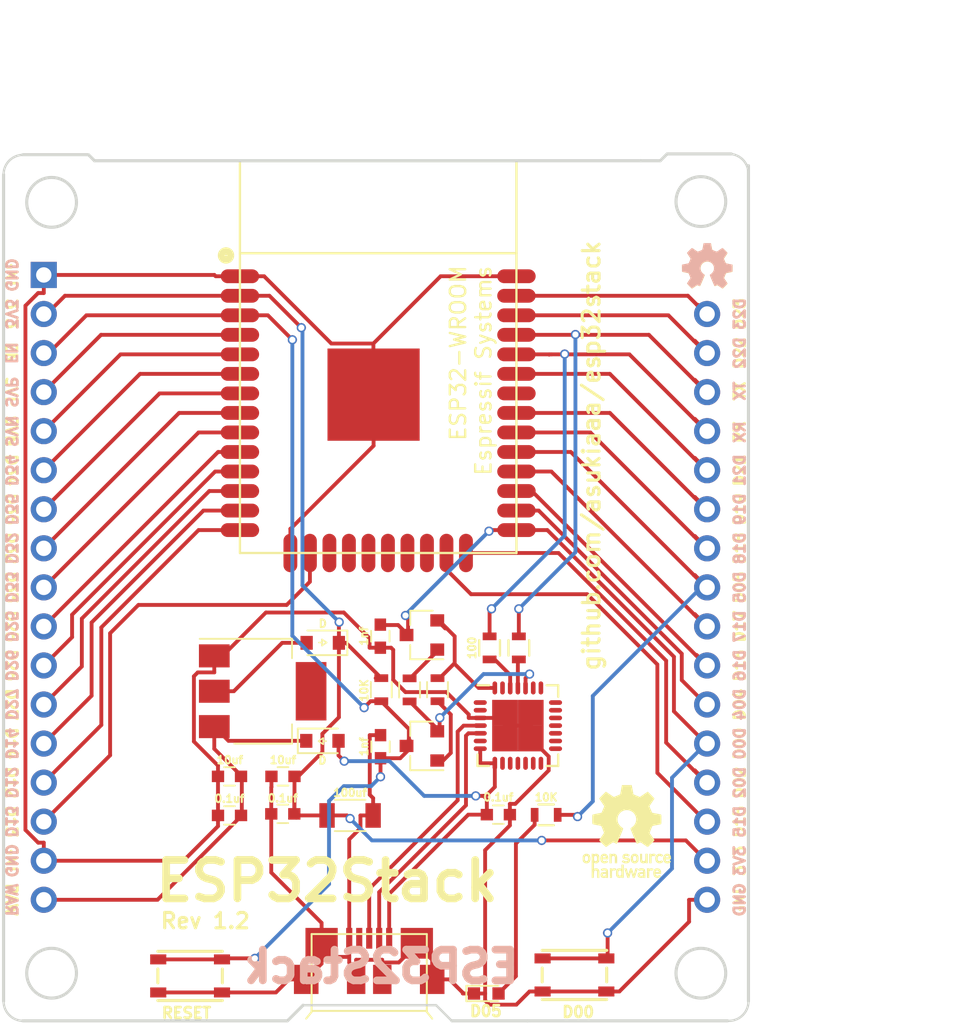
<source format=kicad_pcb>
(kicad_pcb (version 20171130) (host pcbnew "(5.1.12)-1")

  (general
    (thickness 1.6)
    (drawings 100)
    (tracks 489)
    (zones 0)
    (modules 30)
    (nets 69)
  )

  (page A4)
  (title_block
    (title ESP32Stack)
    (date 2017-04-30)
    (rev 1.2)
  )

  (layers
    (0 F.Cu signal)
    (31 B.Cu signal)
    (32 B.Adhes user)
    (33 F.Adhes user)
    (34 B.Paste user)
    (35 F.Paste user)
    (36 B.SilkS user)
    (37 F.SilkS user)
    (38 B.Mask user)
    (39 F.Mask user)
    (40 Dwgs.User user)
    (41 Cmts.User user)
    (42 Eco1.User user)
    (43 Eco2.User user)
    (44 Edge.Cuts user)
    (45 Margin user)
    (46 B.CrtYd user)
    (47 F.CrtYd user)
    (48 B.Fab user)
    (49 F.Fab user)
  )

  (setup
    (last_trace_width 0.25)
    (trace_clearance 0.2)
    (zone_clearance 0.2)
    (zone_45_only yes)
    (trace_min 0.2)
    (via_size 0.6)
    (via_drill 0.4)
    (via_min_size 0.4)
    (via_min_drill 0.3)
    (uvia_size 0.3)
    (uvia_drill 0.1)
    (uvias_allowed no)
    (uvia_min_size 0.2)
    (uvia_min_drill 0.1)
    (edge_width 0.2)
    (segment_width 0.2)
    (pcb_text_width 0.3)
    (pcb_text_size 1.5 1.5)
    (mod_edge_width 0.15)
    (mod_text_size 1 1)
    (mod_text_width 0.15)
    (pad_size 1.7 1.7)
    (pad_drill 1)
    (pad_to_mask_clearance 0.2)
    (aux_axis_origin 147.2184 63.2968)
    (visible_elements 7FFFFFFF)
    (pcbplotparams
      (layerselection 0x010f0_80000001)
      (usegerberextensions true)
      (usegerberattributes true)
      (usegerberadvancedattributes true)
      (creategerberjobfile true)
      (excludeedgelayer true)
      (linewidth 0.100000)
      (plotframeref false)
      (viasonmask false)
      (mode 1)
      (useauxorigin false)
      (hpglpennumber 1)
      (hpglpenspeed 20)
      (hpglpendiameter 15.000000)
      (psnegative false)
      (psa4output false)
      (plotreference true)
      (plotvalue true)
      (plotinvisibletext false)
      (padsonsilk false)
      (subtractmaskfromsilk true)
      (outputformat 1)
      (mirror false)
      (drillshape 0)
      (scaleselection 1)
      (outputdirectory "plots/"))
  )

  (net 0 "")
  (net 1 +3V3)
  (net 2 GND)
  (net 3 VCC)
  (net 4 +5V)
  (net 5 RXDtoTXD0)
  (net 6 D+)
  (net 7 D-)
  (net 8 TXDtoRXD0)
  (net 9 EN)
  (net 10 SVP)
  (net 11 SVN)
  (net 12 IO34)
  (net 13 IO35)
  (net 14 IO32)
  (net 15 IO33)
  (net 16 IO25)
  (net 17 IO26)
  (net 18 IO27)
  (net 19 IO14)
  (net 20 IO12)
  (net 21 IO13)
  (net 22 IO23)
  (net 23 IO22)
  (net 24 IO21)
  (net 25 IO19)
  (net 26 IO18)
  (net 27 IO5)
  (net 28 IO17)
  (net 29 IO16)
  (net 30 IO4)
  (net 31 IO2)
  (net 32 IO15)
  (net 33 "Net-(U1-Pad32)")
  (net 34 DTR)
  (net 35 RTS)
  (net 36 "Net-(Q1-Pad1)")
  (net 37 "Net-(Q2-Pad1)")
  (net 38 "IO0(boot)")
  (net 39 "Net-(D2-Pad2)")
  (net 40 "Net-(R5-Pad2)")
  (net 41 "Net-(U1-Pad22)")
  (net 42 "Net-(U1-Pad21)")
  (net 43 "Net-(U1-Pad20)")
  (net 44 "Net-(U1-Pad19)")
  (net 45 "Net-(U1-Pad18)")
  (net 46 "Net-(U1-Pad17)")
  (net 47 "Net-(U3-Pad1)")
  (net 48 "Net-(U3-Pad2)")
  (net 49 "Net-(U3-Pad9)")
  (net 50 "Net-(U3-Pad10)")
  (net 51 "Net-(U3-Pad11)")
  (net 52 "Net-(U3-Pad12)")
  (net 53 "Net-(U3-Pad13)")
  (net 54 "Net-(U3-Pad14)")
  (net 55 "Net-(U3-Pad15)")
  (net 56 "Net-(U3-Pad16)")
  (net 57 "Net-(U3-Pad17)")
  (net 58 "Net-(U3-Pad18)")
  (net 59 "Net-(U3-Pad19)")
  (net 60 "Net-(U3-Pad20)")
  (net 61 "Net-(U3-Pad21)")
  (net 62 "Net-(U3-Pad22)")
  (net 63 "Net-(U3-Pad23)")
  (net 64 "Net-(U3-Pad27)")
  (net 65 "Net-(U3-Pad6)")
  (net 66 "Net-(R6-Pad2)")
  (net 67 "Net-(D3-Pad2)")
  (net 68 "Net-(P1-Pad4)")

  (net_class Default "This is the default net class."
    (clearance 0.2)
    (trace_width 0.25)
    (via_dia 0.6)
    (via_drill 0.4)
    (uvia_dia 0.3)
    (uvia_drill 0.1)
    (add_net +3V3)
    (add_net +5V)
    (add_net D+)
    (add_net D-)
    (add_net DTR)
    (add_net EN)
    (add_net GND)
    (add_net "IO0(boot)")
    (add_net IO12)
    (add_net IO13)
    (add_net IO14)
    (add_net IO15)
    (add_net IO16)
    (add_net IO17)
    (add_net IO18)
    (add_net IO19)
    (add_net IO2)
    (add_net IO21)
    (add_net IO22)
    (add_net IO23)
    (add_net IO25)
    (add_net IO26)
    (add_net IO27)
    (add_net IO32)
    (add_net IO33)
    (add_net IO34)
    (add_net IO35)
    (add_net IO4)
    (add_net IO5)
    (add_net "Net-(D2-Pad2)")
    (add_net "Net-(D3-Pad2)")
    (add_net "Net-(P1-Pad4)")
    (add_net "Net-(Q1-Pad1)")
    (add_net "Net-(Q2-Pad1)")
    (add_net "Net-(R5-Pad2)")
    (add_net "Net-(R6-Pad2)")
    (add_net "Net-(U1-Pad17)")
    (add_net "Net-(U1-Pad18)")
    (add_net "Net-(U1-Pad19)")
    (add_net "Net-(U1-Pad20)")
    (add_net "Net-(U1-Pad21)")
    (add_net "Net-(U1-Pad22)")
    (add_net "Net-(U1-Pad32)")
    (add_net "Net-(U3-Pad1)")
    (add_net "Net-(U3-Pad10)")
    (add_net "Net-(U3-Pad11)")
    (add_net "Net-(U3-Pad12)")
    (add_net "Net-(U3-Pad13)")
    (add_net "Net-(U3-Pad14)")
    (add_net "Net-(U3-Pad15)")
    (add_net "Net-(U3-Pad16)")
    (add_net "Net-(U3-Pad17)")
    (add_net "Net-(U3-Pad18)")
    (add_net "Net-(U3-Pad19)")
    (add_net "Net-(U3-Pad2)")
    (add_net "Net-(U3-Pad20)")
    (add_net "Net-(U3-Pad21)")
    (add_net "Net-(U3-Pad22)")
    (add_net "Net-(U3-Pad23)")
    (add_net "Net-(U3-Pad27)")
    (add_net "Net-(U3-Pad6)")
    (add_net "Net-(U3-Pad9)")
    (add_net RTS)
    (add_net RXDtoTXD0)
    (add_net SVN)
    (add_net SVP)
    (add_net TXDtoRXD0)
    (add_net VCC)
  )

  (module osh-logo:osh-logo-3p4mm (layer B.Cu) (tedit 0) (tstamp 58F8CBF0)
    (at 193.0527 70.5358 180)
    (fp_text reference G***_2 (at 0 0 180) (layer B.SilkS) hide
      (effects (font (size 1.524 1.524) (thickness 0.3)) (justify mirror))
    )
    (fp_text value LOGO (at 0.75 0 180) (layer B.SilkS) hide
      (effects (font (size 1.524 1.524) (thickness 0.3)) (justify mirror))
    )
    (fp_poly (pts (xy 0.275625 1.278283) (xy 0.28777 1.213229) (xy 0.299235 1.154924) (xy 0.309227 1.107164)
      (xy 0.316955 1.073748) (xy 0.321479 1.058739) (xy 0.334974 1.047928) (xy 0.364634 1.031911)
      (xy 0.405827 1.012571) (xy 0.453918 0.991794) (xy 0.504273 0.971462) (xy 0.552259 0.953459)
      (xy 0.593242 0.939671) (xy 0.622588 0.931979) (xy 0.634528 0.931465) (xy 0.648514 0.939502)
      (xy 0.677391 0.957992) (xy 0.717907 0.984788) (xy 0.766812 1.017745) (xy 0.814003 1.049997)
      (xy 0.867479 1.086534) (xy 0.915302 1.118756) (xy 0.954253 1.144529) (xy 0.981112 1.161719)
      (xy 0.992188 1.168053) (xy 1.004331 1.162411) (xy 1.028606 1.143465) (xy 1.062105 1.11409)
      (xy 1.101921 1.077157) (xy 1.145148 1.03554) (xy 1.188877 0.992112) (xy 1.230202 0.949745)
      (xy 1.266215 0.911314) (xy 1.294009 0.87969) (xy 1.310678 0.857747) (xy 1.314174 0.849856)
      (xy 1.30818 0.835579) (xy 1.291517 0.806387) (xy 1.266162 0.76547) (xy 1.23409 0.716022)
      (xy 1.198218 0.662609) (xy 1.161555 0.608182) (xy 1.12966 0.559476) (xy 1.104502 0.519609)
      (xy 1.088047 0.491696) (xy 1.082261 0.478927) (xy 1.086511 0.463964) (xy 1.097947 0.433512)
      (xy 1.114592 0.392184) (xy 1.134475 0.344589) (xy 1.155619 0.295339) (xy 1.176053 0.249044)
      (xy 1.1938 0.210315) (xy 1.206888 0.183762) (xy 1.212629 0.174432) (xy 1.224679 0.170659)
      (xy 1.254359 0.163635) (xy 1.297591 0.154178) (xy 1.350297 0.143108) (xy 1.408397 0.131244)
      (xy 1.467815 0.119404) (xy 1.524471 0.108407) (xy 1.574288 0.099072) (xy 1.613185 0.092218)
      (xy 1.637087 0.088664) (xy 1.641401 0.088348) (xy 1.643715 0.077972) (xy 1.645264 0.049478)
      (xy 1.64611 0.006822) (xy 1.646312 -0.046041) (xy 1.64593 -0.105158) (xy 1.645023 -0.166573)
      (xy 1.643652 -0.226331) (xy 1.641875 -0.280478) (xy 1.639753 -0.325059) (xy 1.637345 -0.35612)
      (xy 1.634712 -0.369706) (xy 1.63448 -0.369929) (xy 1.620515 -0.374079) (xy 1.588527 -0.381411)
      (xy 1.542222 -0.391144) (xy 1.485306 -0.402495) (xy 1.429355 -0.413208) (xy 1.364876 -0.426013)
      (xy 1.308077 -0.438601) (xy 1.26264 -0.450055) (xy 1.232244 -0.459459) (xy 1.221087 -0.46504)
      (xy 1.212051 -0.480596) (xy 1.197318 -0.512066) (xy 1.178783 -0.554756) (xy 1.158336 -0.603971)
      (xy 1.137872 -0.655013) (xy 1.119282 -0.703188) (xy 1.104459 -0.743801) (xy 1.095296 -0.772154)
      (xy 1.093263 -0.782171) (xy 1.099295 -0.795653) (xy 1.116001 -0.823962) (xy 1.141335 -0.863866)
      (xy 1.173256 -0.912133) (xy 1.203739 -0.956883) (xy 1.239683 -1.010002) (xy 1.270735 -1.057845)
      (xy 1.29484 -1.097085) (xy 1.309945 -1.124397) (xy 1.314174 -1.135643) (xy 1.306729 -1.14804)
      (xy 1.286335 -1.172761) (xy 1.2559 -1.206816) (xy 1.218336 -1.247211) (xy 1.176551 -1.290955)
      (xy 1.133455 -1.335056) (xy 1.091959 -1.376522) (xy 1.054972 -1.41236) (xy 1.025403 -1.439578)
      (xy 1.006163 -1.455185) (xy 1.000935 -1.457739) (xy 0.989182 -1.451779) (xy 0.962489 -1.435276)
      (xy 0.924049 -1.410296) (xy 0.877055 -1.378906) (xy 0.838293 -1.35252) (xy 0.786184 -1.317082)
      (xy 0.739484 -1.285899) (xy 0.701621 -1.261216) (xy 0.676023 -1.245275) (xy 0.66714 -1.240483)
      (xy 0.648945 -1.241741) (xy 0.617469 -1.251497) (xy 0.578887 -1.26779) (xy 0.574261 -1.27)
      (xy 0.536074 -1.286809) (xy 0.504354 -1.297758) (xy 0.485199 -1.300793) (xy 0.483815 -1.30045)
      (xy 0.47719 -1.289714) (xy 0.463348 -1.261404) (xy 0.443505 -1.218358) (xy 0.418877 -1.163415)
      (xy 0.390678 -1.099416) (xy 0.360126 -1.029199) (xy 0.328435 -0.955604) (xy 0.296821 -0.881469)
      (xy 0.2665 -0.809635) (xy 0.238687 -0.74294) (xy 0.214598 -0.684224) (xy 0.195449 -0.636325)
      (xy 0.182455 -0.602084) (xy 0.176831 -0.584339) (xy 0.176696 -0.583135) (xy 0.184969 -0.57395)
      (xy 0.20706 -0.555233) (xy 0.238877 -0.53038) (xy 0.253573 -0.51936) (xy 0.330537 -0.450235)
      (xy 0.389124 -0.372168) (xy 0.429154 -0.287651) (xy 0.450447 -0.199175) (xy 0.452823 -0.109232)
      (xy 0.436104 -0.020313) (xy 0.400108 0.065091) (xy 0.344658 0.144487) (xy 0.304421 0.185968)
      (xy 0.22826 0.242614) (xy 0.146448 0.279805) (xy 0.061448 0.298628) (xy -0.024274 0.300171)
      (xy -0.108256 0.285522) (xy -0.188033 0.255767) (xy -0.261141 0.211994) (xy -0.325116 0.15529)
      (xy -0.377494 0.086743) (xy -0.415811 0.007439) (xy -0.437602 -0.081534) (xy -0.441739 -0.143289)
      (xy -0.431299 -0.242212) (xy -0.400193 -0.333644) (xy -0.348741 -0.416983) (xy -0.277263 -0.491624)
      (xy -0.242529 -0.51936) (xy -0.207941 -0.545731) (xy -0.181424 -0.567338) (xy -0.167071 -0.580786)
      (xy -0.165652 -0.583135) (xy -0.169854 -0.597753) (xy -0.181647 -0.629358) (xy -0.199817 -0.675111)
      (xy -0.223145 -0.732172) (xy -0.250415 -0.797702) (xy -0.280411 -0.868862) (xy -0.311915 -0.942812)
      (xy -0.343712 -1.016714) (xy -0.374584 -1.087727) (xy -0.403315 -1.153012) (xy -0.428689 -1.209731)
      (xy -0.449487 -1.255043) (xy -0.464495 -1.286109) (xy -0.472495 -1.300091) (xy -0.473076 -1.300567)
      (xy -0.489823 -1.298762) (xy -0.520157 -1.288581) (xy -0.558196 -1.27208) (xy -0.56738 -1.267625)
      (xy -0.646043 -1.228681) (xy -0.813446 -1.34321) (xy -0.867123 -1.379597) (xy -0.914703 -1.411215)
      (xy -0.953142 -1.436092) (xy -0.979391 -1.452254) (xy -0.99029 -1.457739) (xy -1.000664 -1.450268)
      (xy -1.023989 -1.429454) (xy -1.057724 -1.397694) (xy -1.099326 -1.357387) (xy -1.146253 -1.31093)
      (xy -1.15143 -1.305748) (xy -1.198454 -1.257723) (xy -1.239547 -1.214016) (xy -1.272291 -1.17734)
      (xy -1.294271 -1.150412) (xy -1.303068 -1.135945) (xy -1.30313 -1.135352) (xy -1.297091 -1.120609)
      (xy -1.280342 -1.09116) (xy -1.254938 -1.050322) (xy -1.222933 -1.001415) (xy -1.192695 -0.956883)
      (xy -1.156814 -0.904082) (xy -1.125798 -0.856922) (xy -1.101691 -0.818635) (xy -1.086536 -0.792454)
      (xy -1.08222 -0.782171) (xy -1.086318 -0.765138) (xy -1.097396 -0.732573) (xy -1.11356 -0.689173)
      (xy -1.132918 -0.639633) (xy -1.153577 -0.588649) (xy -1.173644 -0.540916) (xy -1.191227 -0.50113)
      (xy -1.204434 -0.473986) (xy -1.210043 -0.46504) (xy -1.225203 -0.458026) (xy -1.258452 -0.448203)
      (xy -1.306109 -0.436488) (xy -1.364493 -0.423798) (xy -1.418311 -0.413208) (xy -1.481503 -0.401079)
      (xy -1.537345 -0.389879) (xy -1.582134 -0.380393) (xy -1.612162 -0.3734) (xy -1.623436 -0.369929)
      (xy -1.626086 -0.358011) (xy -1.628515 -0.328282) (xy -1.630663 -0.284696) (xy -1.632472 -0.231209)
      (xy -1.63388 -0.171774) (xy -1.634829 -0.110346) (xy -1.635258 -0.050881) (xy -1.635108 0.002668)
      (xy -1.634319 0.046346) (xy -1.632831 0.076198) (xy -1.630585 0.088269) (xy -1.630358 0.088348)
      (xy -1.613257 0.090427) (xy -1.579603 0.096118) (xy -1.533473 0.104603) (xy -1.478947 0.115062)
      (xy -1.420102 0.126677) (xy -1.361017 0.138628) (xy -1.305771 0.150098) (xy -1.258441 0.160267)
      (xy -1.223106 0.168317) (xy -1.203845 0.173428) (xy -1.201585 0.174432) (xy -1.193564 0.18813)
      (xy -1.179327 0.217641) (xy -1.160847 0.258354) (xy -1.140099 0.305658) (xy -1.119056 0.354943)
      (xy -1.099694 0.401597) (xy -1.083985 0.441011) (xy -1.073904 0.468573) (xy -1.071217 0.478927)
      (xy -1.077192 0.492041) (xy -1.093806 0.520175) (xy -1.11909 0.560212) (xy -1.151079 0.609037)
      (xy -1.187174 0.662609) (xy -1.223892 0.717304) (xy -1.255824 0.766582) (xy -1.280991 0.807251)
      (xy -1.297418 0.836118) (xy -1.30313 0.849856) (xy -1.295617 0.863639) (xy -1.275015 0.889042)
      (xy -1.244231 0.923192) (xy -1.206174 0.963217) (xy -1.163749 1.006244) (xy -1.119864 1.049398)
      (xy -1.077427 1.089809) (xy -1.039344 1.124601) (xy -1.008523 1.150903) (xy -0.987871 1.165842)
      (xy -0.981144 1.168053) (xy -0.967591 1.16018) (xy -0.939111 1.141848) (xy -0.898926 1.115189)
      (xy -0.850255 1.082337) (xy -0.80296 1.049997) (xy -0.749375 1.013408) (xy -0.701332 0.981097)
      (xy -0.662079 0.955211) (xy -0.634868 0.937898) (xy -0.623484 0.931465) (xy -0.606679 0.932972)
      (xy -0.574558 0.942073) (xy -0.531754 0.956884) (xy -0.482901 0.97552) (xy -0.432633 0.996098)
      (xy -0.385584 1.016733) (xy -0.346387 1.035543) (xy -0.319677 1.050642) (xy -0.310435 1.058739)
      (xy -0.3056 1.074982) (xy -0.297744 1.109182) (xy -0.287662 1.157542) (xy -0.276145 1.216263)
      (xy -0.264581 1.278283) (xy -0.227912 1.479826) (xy 0.238956 1.479826) (xy 0.275625 1.278283)) (layer B.SilkS) (width 0.01))
  )

  (module ESP32-footprints-Lib:ESP32-WROOM (layer F.Cu) (tedit 5898775D) (tstamp 589736FD)
    (at 171.628 76.454 180)
    (path /58986BAE)
    (fp_text reference U1 (at -11.557 9.017 180) (layer F.SilkS) hide
      (effects (font (size 1 1) (thickness 0.15)))
    )
    (fp_text value ESP32-WROOM (at 5.715 14.224 180) (layer F.Fab)
      (effects (font (size 1 1) (thickness 0.15)))
    )
    (fp_line (start -9 12.75) (end 9 12.75) (layer F.SilkS) (width 0.15))
    (fp_line (start -9 -12.75) (end 9 -12.75) (layer F.SilkS) (width 0.15))
    (fp_line (start -9 12.75) (end -9 -12.75) (layer F.SilkS) (width 0.15))
    (fp_line (start 9 12.75) (end 9 -12.75) (layer F.SilkS) (width 0.15))
    (fp_line (start -9 6.75) (end 9 6.75) (layer F.SilkS) (width 0.15))
    (fp_circle (center 9.906 6.604) (end 10.033 6.858) (layer F.SilkS) (width 0.5))
    (fp_text user "Espressif Systems" (at -6.858 -0.889 270) (layer F.SilkS)
      (effects (font (size 1 1) (thickness 0.15)))
    )
    (fp_text user ESP32-WROOM (at -5.207 0.254 270) (layer F.SilkS)
      (effects (font (size 1 1) (thickness 0.15)))
    )
    (pad 38 smd oval (at -9 5.25 180) (size 2.5 0.9) (layers F.Cu F.Paste F.Mask)
      (net 2 GND))
    (pad 37 smd oval (at -9 3.98 180) (size 2.5 0.9) (layers F.Cu F.Paste F.Mask)
      (net 22 IO23))
    (pad 36 smd oval (at -9 2.71 180) (size 2.5 0.9) (layers F.Cu F.Paste F.Mask)
      (net 23 IO22))
    (pad 35 smd oval (at -9 1.44 180) (size 2.5 0.9) (layers F.Cu F.Paste F.Mask)
      (net 5 RXDtoTXD0))
    (pad 34 smd oval (at -9 0.17 180) (size 2.5 0.9) (layers F.Cu F.Paste F.Mask)
      (net 8 TXDtoRXD0))
    (pad 33 smd oval (at -9 -1.1 180) (size 2.5 0.9) (layers F.Cu F.Paste F.Mask)
      (net 24 IO21))
    (pad 32 smd oval (at -9 -2.37 180) (size 2.5 0.9) (layers F.Cu F.Paste F.Mask)
      (net 33 "Net-(U1-Pad32)"))
    (pad 31 smd oval (at -9 -3.64 180) (size 2.5 0.9) (layers F.Cu F.Paste F.Mask)
      (net 25 IO19))
    (pad 30 smd oval (at -9 -4.91 180) (size 2.5 0.9) (layers F.Cu F.Paste F.Mask)
      (net 26 IO18))
    (pad 29 smd oval (at -9 -6.18 180) (size 2.5 0.9) (layers F.Cu F.Paste F.Mask)
      (net 27 IO5))
    (pad 28 smd oval (at -9 -7.45 180) (size 2.5 0.9) (layers F.Cu F.Paste F.Mask)
      (net 28 IO17))
    (pad 27 smd oval (at -9 -8.72 180) (size 2.5 0.9) (layers F.Cu F.Paste F.Mask)
      (net 29 IO16))
    (pad 26 smd oval (at -9 -9.99 180) (size 2.5 0.9) (layers F.Cu F.Paste F.Mask)
      (net 30 IO4))
    (pad 25 smd oval (at -9 -11.26 180) (size 2.5 0.9) (layers F.Cu F.Paste F.Mask)
      (net 38 "IO0(boot)"))
    (pad 24 smd oval (at -5.715 -12.75 180) (size 0.9 2.5) (layers F.Cu F.Paste F.Mask)
      (net 31 IO2))
    (pad 23 smd oval (at -4.445 -12.75 180) (size 0.9 2.5) (layers F.Cu F.Paste F.Mask)
      (net 32 IO15))
    (pad 22 smd oval (at -3.175 -12.75 180) (size 0.9 2.5) (layers F.Cu F.Paste F.Mask)
      (net 41 "Net-(U1-Pad22)"))
    (pad 21 smd oval (at -1.905 -12.75 180) (size 0.9 2.5) (layers F.Cu F.Paste F.Mask)
      (net 42 "Net-(U1-Pad21)"))
    (pad 20 smd oval (at -0.635 -12.75 180) (size 0.9 2.5) (layers F.Cu F.Paste F.Mask)
      (net 43 "Net-(U1-Pad20)"))
    (pad 19 smd oval (at 0.635 -12.75 180) (size 0.9 2.5) (layers F.Cu F.Paste F.Mask)
      (net 44 "Net-(U1-Pad19)"))
    (pad 18 smd oval (at 1.905 -12.75 180) (size 0.9 2.5) (layers F.Cu F.Paste F.Mask)
      (net 45 "Net-(U1-Pad18)"))
    (pad 17 smd oval (at 3.175 -12.75 180) (size 0.9 2.5) (layers F.Cu F.Paste F.Mask)
      (net 46 "Net-(U1-Pad17)"))
    (pad 16 smd oval (at 4.445 -12.75 180) (size 0.9 2.5) (layers F.Cu F.Paste F.Mask)
      (net 21 IO13))
    (pad 15 smd oval (at 5.715 -12.75 180) (size 0.9 2.5) (layers F.Cu F.Paste F.Mask)
      (net 2 GND))
    (pad 14 smd oval (at 9 -11.26 180) (size 2.5 0.9) (layers F.Cu F.Paste F.Mask)
      (net 20 IO12))
    (pad 13 smd oval (at 9 -9.99 180) (size 2.5 0.9) (layers F.Cu F.Paste F.Mask)
      (net 19 IO14))
    (pad 12 smd oval (at 9 -8.72 180) (size 2.5 0.9) (layers F.Cu F.Paste F.Mask)
      (net 18 IO27))
    (pad 11 smd oval (at 9 -7.45 180) (size 2.5 0.9) (layers F.Cu F.Paste F.Mask)
      (net 17 IO26))
    (pad 10 smd oval (at 9 -6.18 180) (size 2.5 0.9) (layers F.Cu F.Paste F.Mask)
      (net 16 IO25))
    (pad 9 smd oval (at 9 -4.91 180) (size 2.5 0.9) (layers F.Cu F.Paste F.Mask)
      (net 15 IO33))
    (pad 8 smd oval (at 9 -3.64 180) (size 2.5 0.9) (layers F.Cu F.Paste F.Mask)
      (net 14 IO32))
    (pad 7 smd oval (at 9 -2.37 180) (size 2.5 0.9) (layers F.Cu F.Paste F.Mask)
      (net 13 IO35))
    (pad 6 smd oval (at 9 -1.1 180) (size 2.5 0.9) (layers F.Cu F.Paste F.Mask)
      (net 12 IO34))
    (pad 5 smd oval (at 9 0.17 180) (size 2.5 0.9) (layers F.Cu F.Paste F.Mask)
      (net 11 SVN))
    (pad 4 smd oval (at 9 1.44 180) (size 2.5 0.9) (layers F.Cu F.Paste F.Mask)
      (net 10 SVP))
    (pad 3 smd oval (at 9 2.71 180) (size 2.5 0.9) (layers F.Cu F.Paste F.Mask)
      (net 9 EN))
    (pad 2 smd oval (at 9 3.98 180) (size 2.5 0.9) (layers F.Cu F.Paste F.Mask)
      (net 1 +3V3))
    (pad 1 smd oval (at 9 5.25 180) (size 2.5 0.9) (layers F.Cu F.Paste F.Mask)
      (net 2 GND))
    (pad 39 smd rect (at 0.3 -2.45 180) (size 6 6) (layers F.Cu F.Paste F.Mask)
      (net 2 GND))
  )

  (module Capacitors_SMD:C_0603 (layer F.Cu) (tedit 58CDF1EB) (tstamp 5897363B)
    (at 171.768 94.615 270)
    (descr "Capacitor SMD 0603, reflow soldering, AVX (see smccp.pdf)")
    (tags "capacitor 0603")
    (path /58CD1E4D)
    (attr smd)
    (fp_text reference C2 (at 0 0 270) (layer F.Fab)
      (effects (font (size 0.5 0.5) (thickness 0.125)))
    )
    (fp_text value 1nf (at 0 1.0668 270) (layer F.SilkS)
      (effects (font (size 0.5 0.5) (thickness 0.125)))
    )
    (fp_line (start 0.35 0.6) (end -0.35 0.6) (layer F.SilkS) (width 0.12))
    (fp_line (start -0.35 -0.6) (end 0.35 -0.6) (layer F.SilkS) (width 0.12))
    (fp_line (start 1.45 -0.75) (end 1.45 0.75) (layer F.CrtYd) (width 0.05))
    (fp_line (start -1.45 -0.75) (end -1.45 0.75) (layer F.CrtYd) (width 0.05))
    (fp_line (start -1.45 0.75) (end 1.45 0.75) (layer F.CrtYd) (width 0.05))
    (fp_line (start -1.45 -0.75) (end 1.45 -0.75) (layer F.CrtYd) (width 0.05))
    (fp_line (start -0.8 -0.4) (end 0.8 -0.4) (layer F.Fab) (width 0.1))
    (fp_line (start 0.8 -0.4) (end 0.8 0.4) (layer F.Fab) (width 0.1))
    (fp_line (start 0.8 0.4) (end -0.8 0.4) (layer F.Fab) (width 0.1))
    (fp_line (start -0.8 0.4) (end -0.8 -0.4) (layer F.Fab) (width 0.1))
    (pad 1 smd rect (at -0.75 0 270) (size 0.8 0.75) (layers F.Cu F.Paste F.Mask)
      (net 38 "IO0(boot)"))
    (pad 2 smd rect (at 0.75 0 270) (size 0.8 0.75) (layers F.Cu F.Paste F.Mask)
      (net 2 GND))
    (model Capacitors_SMD.3dshapes/C_0603.wrl
      (at (xyz 0 0 0))
      (scale (xyz 1 1 1))
      (rotate (xyz 0 0 0))
    )
  )

  (module Capacitors_SMD:C_0603 (layer F.Cu) (tedit 58CDF1E4) (tstamp 58973641)
    (at 165.43 103.734 180)
    (descr "Capacitor SMD 0603, reflow soldering, AVX (see smccp.pdf)")
    (tags "capacitor 0603")
    (path /5894B158)
    (attr smd)
    (fp_text reference C3 (at 0 0 180) (layer F.Fab)
      (effects (font (size 0.5 0.5) (thickness 0.125)))
    )
    (fp_text value 10uf (at 0 1.0668 180) (layer F.SilkS)
      (effects (font (size 0.5 0.5) (thickness 0.125)))
    )
    (fp_line (start 0.35 0.6) (end -0.35 0.6) (layer F.SilkS) (width 0.12))
    (fp_line (start -0.35 -0.6) (end 0.35 -0.6) (layer F.SilkS) (width 0.12))
    (fp_line (start 1.45 -0.75) (end 1.45 0.75) (layer F.CrtYd) (width 0.05))
    (fp_line (start -1.45 -0.75) (end -1.45 0.75) (layer F.CrtYd) (width 0.05))
    (fp_line (start -1.45 0.75) (end 1.45 0.75) (layer F.CrtYd) (width 0.05))
    (fp_line (start -1.45 -0.75) (end 1.45 -0.75) (layer F.CrtYd) (width 0.05))
    (fp_line (start -0.8 -0.4) (end 0.8 -0.4) (layer F.Fab) (width 0.1))
    (fp_line (start 0.8 -0.4) (end 0.8 0.4) (layer F.Fab) (width 0.1))
    (fp_line (start 0.8 0.4) (end -0.8 0.4) (layer F.Fab) (width 0.1))
    (fp_line (start -0.8 0.4) (end -0.8 -0.4) (layer F.Fab) (width 0.1))
    (pad 1 smd rect (at -0.75 0 180) (size 0.8 0.75) (layers F.Cu F.Paste F.Mask)
      (net 1 +3V3))
    (pad 2 smd rect (at 0.75 0 180) (size 0.8 0.75) (layers F.Cu F.Paste F.Mask)
      (net 2 GND))
    (model Capacitors_SMD.3dshapes/C_0603.wrl
      (at (xyz 0 0 0))
      (scale (xyz 1 1 1))
      (rotate (xyz 0 0 0))
    )
  )

  (module Capacitors_SMD:C_0603 (layer F.Cu) (tedit 58CDF1EE) (tstamp 58973647)
    (at 161.95 103.734 180)
    (descr "Capacitor SMD 0603, reflow soldering, AVX (see smccp.pdf)")
    (tags "capacitor 0603")
    (path /5894B24C)
    (attr smd)
    (fp_text reference C4 (at 0 -0.0635 180) (layer F.Fab)
      (effects (font (size 0.5 0.5) (thickness 0.125)))
    )
    (fp_text value 10uf (at -0.0254 1.0668 180) (layer F.SilkS)
      (effects (font (size 0.5 0.5) (thickness 0.125)))
    )
    (fp_line (start 0.35 0.6) (end -0.35 0.6) (layer F.SilkS) (width 0.12))
    (fp_line (start -0.35 -0.6) (end 0.35 -0.6) (layer F.SilkS) (width 0.12))
    (fp_line (start 1.45 -0.75) (end 1.45 0.75) (layer F.CrtYd) (width 0.05))
    (fp_line (start -1.45 -0.75) (end -1.45 0.75) (layer F.CrtYd) (width 0.05))
    (fp_line (start -1.45 0.75) (end 1.45 0.75) (layer F.CrtYd) (width 0.05))
    (fp_line (start -1.45 -0.75) (end 1.45 -0.75) (layer F.CrtYd) (width 0.05))
    (fp_line (start -0.8 -0.4) (end 0.8 -0.4) (layer F.Fab) (width 0.1))
    (fp_line (start 0.8 -0.4) (end 0.8 0.4) (layer F.Fab) (width 0.1))
    (fp_line (start 0.8 0.4) (end -0.8 0.4) (layer F.Fab) (width 0.1))
    (fp_line (start -0.8 0.4) (end -0.8 -0.4) (layer F.Fab) (width 0.1))
    (pad 1 smd rect (at -0.75 0 180) (size 0.8 0.75) (layers F.Cu F.Paste F.Mask)
      (net 3 VCC))
    (pad 2 smd rect (at 0.75 0 180) (size 0.8 0.75) (layers F.Cu F.Paste F.Mask)
      (net 2 GND))
    (model Capacitors_SMD.3dshapes/C_0603.wrl
      (at (xyz 0 0 0))
      (scale (xyz 1 1 1))
      (rotate (xyz 0 0 0))
    )
  )

  (module Capacitors_SMD:C_0603 (layer F.Cu) (tedit 58B98B9D) (tstamp 5897364D)
    (at 161.95 106.274 180)
    (descr "Capacitor SMD 0603, reflow soldering, AVX (see smccp.pdf)")
    (tags "capacitor 0603")
    (path /5894B1F6)
    (attr smd)
    (fp_text reference C5 (at 0 0 180) (layer F.Fab)
      (effects (font (size 0.5 0.5) (thickness 0.125)))
    )
    (fp_text value 0.1uf (at 0 1.0922 180) (layer F.SilkS)
      (effects (font (size 0.5 0.5) (thickness 0.125)))
    )
    (fp_line (start 0.35 0.6) (end -0.35 0.6) (layer F.SilkS) (width 0.12))
    (fp_line (start -0.35 -0.6) (end 0.35 -0.6) (layer F.SilkS) (width 0.12))
    (fp_line (start 1.45 -0.75) (end 1.45 0.75) (layer F.CrtYd) (width 0.05))
    (fp_line (start -1.45 -0.75) (end -1.45 0.75) (layer F.CrtYd) (width 0.05))
    (fp_line (start -1.45 0.75) (end 1.45 0.75) (layer F.CrtYd) (width 0.05))
    (fp_line (start -1.45 -0.75) (end 1.45 -0.75) (layer F.CrtYd) (width 0.05))
    (fp_line (start -0.8 -0.4) (end 0.8 -0.4) (layer F.Fab) (width 0.1))
    (fp_line (start 0.8 -0.4) (end 0.8 0.4) (layer F.Fab) (width 0.1))
    (fp_line (start 0.8 0.4) (end -0.8 0.4) (layer F.Fab) (width 0.1))
    (fp_line (start -0.8 0.4) (end -0.8 -0.4) (layer F.Fab) (width 0.1))
    (pad 1 smd rect (at -0.75 0 180) (size 0.8 0.75) (layers F.Cu F.Paste F.Mask)
      (net 3 VCC))
    (pad 2 smd rect (at 0.75 0 180) (size 0.8 0.75) (layers F.Cu F.Paste F.Mask)
      (net 2 GND))
    (model Capacitors_SMD.3dshapes/C_0603.wrl
      (at (xyz 0 0 0))
      (scale (xyz 1 1 1))
      (rotate (xyz 0 0 0))
    )
  )

  (module Capacitors_SMD:C_0603 (layer F.Cu) (tedit 58F74BF8) (tstamp 58987722)
    (at 179.451 106.223)
    (descr "Capacitor SMD 0603, reflow soldering, AVX (see smccp.pdf)")
    (tags "capacitor 0603")
    (path /589879F3)
    (attr smd)
    (fp_text reference C6 (at 0.0508 0) (layer F.Fab)
      (effects (font (size 0.5 0.5) (thickness 0.125)))
    )
    (fp_text value 0.1uf (at 0 -1.1303 180) (layer F.SilkS)
      (effects (font (size 0.5 0.5) (thickness 0.125)))
    )
    (fp_line (start 0.35 0.6) (end -0.35 0.6) (layer F.SilkS) (width 0.12))
    (fp_line (start -0.35 -0.6) (end 0.35 -0.6) (layer F.SilkS) (width 0.12))
    (fp_line (start 1.45 -0.75) (end 1.45 0.75) (layer F.CrtYd) (width 0.05))
    (fp_line (start -1.45 -0.75) (end -1.45 0.75) (layer F.CrtYd) (width 0.05))
    (fp_line (start -1.45 0.75) (end 1.45 0.75) (layer F.CrtYd) (width 0.05))
    (fp_line (start -1.45 -0.75) (end 1.45 -0.75) (layer F.CrtYd) (width 0.05))
    (fp_line (start -0.8 -0.4) (end 0.8 -0.4) (layer F.Fab) (width 0.1))
    (fp_line (start 0.8 -0.4) (end 0.8 0.4) (layer F.Fab) (width 0.1))
    (fp_line (start 0.8 0.4) (end -0.8 0.4) (layer F.Fab) (width 0.1))
    (fp_line (start -0.8 0.4) (end -0.8 -0.4) (layer F.Fab) (width 0.1))
    (pad 1 smd rect (at -0.75 0) (size 0.8 0.75) (layers F.Cu F.Paste F.Mask)
      (net 4 +5V))
    (pad 2 smd rect (at 0.75 0) (size 0.8 0.75) (layers F.Cu F.Paste F.Mask)
      (net 2 GND))
    (model Capacitors_SMD.3dshapes/C_0603.wrl
      (at (xyz 0 0 0))
      (scale (xyz 1 1 1))
      (rotate (xyz 0 0 0))
    )
  )

  (module osh-logo:osh-logo-3p4mm (layer F.Cu) (tedit 0) (tstamp 5898959F)
    (at 193.0527 70.5485)
    (fp_text reference G*** (at 0 0) (layer F.SilkS) hide
      (effects (font (size 1.524 1.524) (thickness 0.3)))
    )
    (fp_text value LOGO (at 0.75 0) (layer F.SilkS) hide
      (effects (font (size 1.524 1.524) (thickness 0.3)))
    )
    (fp_poly (pts (xy 0.275625 -1.278283) (xy 0.28777 -1.213229) (xy 0.299235 -1.154924) (xy 0.309227 -1.107164)
      (xy 0.316955 -1.073748) (xy 0.321479 -1.058739) (xy 0.334974 -1.047928) (xy 0.364634 -1.031911)
      (xy 0.405827 -1.012571) (xy 0.453918 -0.991794) (xy 0.504273 -0.971462) (xy 0.552259 -0.953459)
      (xy 0.593242 -0.939671) (xy 0.622588 -0.931979) (xy 0.634528 -0.931465) (xy 0.648514 -0.939502)
      (xy 0.677391 -0.957992) (xy 0.717907 -0.984788) (xy 0.766812 -1.017745) (xy 0.814003 -1.049997)
      (xy 0.867479 -1.086534) (xy 0.915302 -1.118756) (xy 0.954253 -1.144529) (xy 0.981112 -1.161719)
      (xy 0.992188 -1.168053) (xy 1.004331 -1.162411) (xy 1.028606 -1.143465) (xy 1.062105 -1.11409)
      (xy 1.101921 -1.077157) (xy 1.145148 -1.03554) (xy 1.188877 -0.992112) (xy 1.230202 -0.949745)
      (xy 1.266215 -0.911314) (xy 1.294009 -0.87969) (xy 1.310678 -0.857747) (xy 1.314174 -0.849856)
      (xy 1.30818 -0.835579) (xy 1.291517 -0.806387) (xy 1.266162 -0.76547) (xy 1.23409 -0.716022)
      (xy 1.198218 -0.662609) (xy 1.161555 -0.608182) (xy 1.12966 -0.559476) (xy 1.104502 -0.519609)
      (xy 1.088047 -0.491696) (xy 1.082261 -0.478927) (xy 1.086511 -0.463964) (xy 1.097947 -0.433512)
      (xy 1.114592 -0.392184) (xy 1.134475 -0.344589) (xy 1.155619 -0.295339) (xy 1.176053 -0.249044)
      (xy 1.1938 -0.210315) (xy 1.206888 -0.183762) (xy 1.212629 -0.174432) (xy 1.224679 -0.170659)
      (xy 1.254359 -0.163635) (xy 1.297591 -0.154178) (xy 1.350297 -0.143108) (xy 1.408397 -0.131244)
      (xy 1.467815 -0.119404) (xy 1.524471 -0.108407) (xy 1.574288 -0.099072) (xy 1.613185 -0.092218)
      (xy 1.637087 -0.088664) (xy 1.641401 -0.088348) (xy 1.643715 -0.077972) (xy 1.645264 -0.049478)
      (xy 1.64611 -0.006822) (xy 1.646312 0.046041) (xy 1.64593 0.105158) (xy 1.645023 0.166573)
      (xy 1.643652 0.226331) (xy 1.641875 0.280478) (xy 1.639753 0.325059) (xy 1.637345 0.35612)
      (xy 1.634712 0.369706) (xy 1.63448 0.369929) (xy 1.620515 0.374079) (xy 1.588527 0.381411)
      (xy 1.542222 0.391144) (xy 1.485306 0.402495) (xy 1.429355 0.413208) (xy 1.364876 0.426013)
      (xy 1.308077 0.438601) (xy 1.26264 0.450055) (xy 1.232244 0.459459) (xy 1.221087 0.46504)
      (xy 1.212051 0.480596) (xy 1.197318 0.512066) (xy 1.178783 0.554756) (xy 1.158336 0.603971)
      (xy 1.137872 0.655013) (xy 1.119282 0.703188) (xy 1.104459 0.743801) (xy 1.095296 0.772154)
      (xy 1.093263 0.782171) (xy 1.099295 0.795653) (xy 1.116001 0.823962) (xy 1.141335 0.863866)
      (xy 1.173256 0.912133) (xy 1.203739 0.956883) (xy 1.239683 1.010002) (xy 1.270735 1.057845)
      (xy 1.29484 1.097085) (xy 1.309945 1.124397) (xy 1.314174 1.135643) (xy 1.306729 1.14804)
      (xy 1.286335 1.172761) (xy 1.2559 1.206816) (xy 1.218336 1.247211) (xy 1.176551 1.290955)
      (xy 1.133455 1.335056) (xy 1.091959 1.376522) (xy 1.054972 1.41236) (xy 1.025403 1.439578)
      (xy 1.006163 1.455185) (xy 1.000935 1.457739) (xy 0.989182 1.451779) (xy 0.962489 1.435276)
      (xy 0.924049 1.410296) (xy 0.877055 1.378906) (xy 0.838293 1.35252) (xy 0.786184 1.317082)
      (xy 0.739484 1.285899) (xy 0.701621 1.261216) (xy 0.676023 1.245275) (xy 0.66714 1.240483)
      (xy 0.648945 1.241741) (xy 0.617469 1.251497) (xy 0.578887 1.26779) (xy 0.574261 1.27)
      (xy 0.536074 1.286809) (xy 0.504354 1.297758) (xy 0.485199 1.300793) (xy 0.483815 1.30045)
      (xy 0.47719 1.289714) (xy 0.463348 1.261404) (xy 0.443505 1.218358) (xy 0.418877 1.163415)
      (xy 0.390678 1.099416) (xy 0.360126 1.029199) (xy 0.328435 0.955604) (xy 0.296821 0.881469)
      (xy 0.2665 0.809635) (xy 0.238687 0.74294) (xy 0.214598 0.684224) (xy 0.195449 0.636325)
      (xy 0.182455 0.602084) (xy 0.176831 0.584339) (xy 0.176696 0.583135) (xy 0.184969 0.57395)
      (xy 0.20706 0.555233) (xy 0.238877 0.53038) (xy 0.253573 0.51936) (xy 0.330537 0.450235)
      (xy 0.389124 0.372168) (xy 0.429154 0.287651) (xy 0.450447 0.199175) (xy 0.452823 0.109232)
      (xy 0.436104 0.020313) (xy 0.400108 -0.065091) (xy 0.344658 -0.144487) (xy 0.304421 -0.185968)
      (xy 0.22826 -0.242614) (xy 0.146448 -0.279805) (xy 0.061448 -0.298628) (xy -0.024274 -0.300171)
      (xy -0.108256 -0.285522) (xy -0.188033 -0.255767) (xy -0.261141 -0.211994) (xy -0.325116 -0.15529)
      (xy -0.377494 -0.086743) (xy -0.415811 -0.007439) (xy -0.437602 0.081534) (xy -0.441739 0.143289)
      (xy -0.431299 0.242212) (xy -0.400193 0.333644) (xy -0.348741 0.416983) (xy -0.277263 0.491624)
      (xy -0.242529 0.51936) (xy -0.207941 0.545731) (xy -0.181424 0.567338) (xy -0.167071 0.580786)
      (xy -0.165652 0.583135) (xy -0.169854 0.597753) (xy -0.181647 0.629358) (xy -0.199817 0.675111)
      (xy -0.223145 0.732172) (xy -0.250415 0.797702) (xy -0.280411 0.868862) (xy -0.311915 0.942812)
      (xy -0.343712 1.016714) (xy -0.374584 1.087727) (xy -0.403315 1.153012) (xy -0.428689 1.209731)
      (xy -0.449487 1.255043) (xy -0.464495 1.286109) (xy -0.472495 1.300091) (xy -0.473076 1.300567)
      (xy -0.489823 1.298762) (xy -0.520157 1.288581) (xy -0.558196 1.27208) (xy -0.56738 1.267625)
      (xy -0.646043 1.228681) (xy -0.813446 1.34321) (xy -0.867123 1.379597) (xy -0.914703 1.411215)
      (xy -0.953142 1.436092) (xy -0.979391 1.452254) (xy -0.99029 1.457739) (xy -1.000664 1.450268)
      (xy -1.023989 1.429454) (xy -1.057724 1.397694) (xy -1.099326 1.357387) (xy -1.146253 1.31093)
      (xy -1.15143 1.305748) (xy -1.198454 1.257723) (xy -1.239547 1.214016) (xy -1.272291 1.17734)
      (xy -1.294271 1.150412) (xy -1.303068 1.135945) (xy -1.30313 1.135352) (xy -1.297091 1.120609)
      (xy -1.280342 1.09116) (xy -1.254938 1.050322) (xy -1.222933 1.001415) (xy -1.192695 0.956883)
      (xy -1.156814 0.904082) (xy -1.125798 0.856922) (xy -1.101691 0.818635) (xy -1.086536 0.792454)
      (xy -1.08222 0.782171) (xy -1.086318 0.765138) (xy -1.097396 0.732573) (xy -1.11356 0.689173)
      (xy -1.132918 0.639633) (xy -1.153577 0.588649) (xy -1.173644 0.540916) (xy -1.191227 0.50113)
      (xy -1.204434 0.473986) (xy -1.210043 0.46504) (xy -1.225203 0.458026) (xy -1.258452 0.448203)
      (xy -1.306109 0.436488) (xy -1.364493 0.423798) (xy -1.418311 0.413208) (xy -1.481503 0.401079)
      (xy -1.537345 0.389879) (xy -1.582134 0.380393) (xy -1.612162 0.3734) (xy -1.623436 0.369929)
      (xy -1.626086 0.358011) (xy -1.628515 0.328282) (xy -1.630663 0.284696) (xy -1.632472 0.231209)
      (xy -1.63388 0.171774) (xy -1.634829 0.110346) (xy -1.635258 0.050881) (xy -1.635108 -0.002668)
      (xy -1.634319 -0.046346) (xy -1.632831 -0.076198) (xy -1.630585 -0.088269) (xy -1.630358 -0.088348)
      (xy -1.613257 -0.090427) (xy -1.579603 -0.096118) (xy -1.533473 -0.104603) (xy -1.478947 -0.115062)
      (xy -1.420102 -0.126677) (xy -1.361017 -0.138628) (xy -1.305771 -0.150098) (xy -1.258441 -0.160267)
      (xy -1.223106 -0.168317) (xy -1.203845 -0.173428) (xy -1.201585 -0.174432) (xy -1.193564 -0.18813)
      (xy -1.179327 -0.217641) (xy -1.160847 -0.258354) (xy -1.140099 -0.305658) (xy -1.119056 -0.354943)
      (xy -1.099694 -0.401597) (xy -1.083985 -0.441011) (xy -1.073904 -0.468573) (xy -1.071217 -0.478927)
      (xy -1.077192 -0.492041) (xy -1.093806 -0.520175) (xy -1.11909 -0.560212) (xy -1.151079 -0.609037)
      (xy -1.187174 -0.662609) (xy -1.223892 -0.717304) (xy -1.255824 -0.766582) (xy -1.280991 -0.807251)
      (xy -1.297418 -0.836118) (xy -1.30313 -0.849856) (xy -1.295617 -0.863639) (xy -1.275015 -0.889042)
      (xy -1.244231 -0.923192) (xy -1.206174 -0.963217) (xy -1.163749 -1.006244) (xy -1.119864 -1.049398)
      (xy -1.077427 -1.089809) (xy -1.039344 -1.124601) (xy -1.008523 -1.150903) (xy -0.987871 -1.165842)
      (xy -0.981144 -1.168053) (xy -0.967591 -1.16018) (xy -0.939111 -1.141848) (xy -0.898926 -1.115189)
      (xy -0.850255 -1.082337) (xy -0.80296 -1.049997) (xy -0.749375 -1.013408) (xy -0.701332 -0.981097)
      (xy -0.662079 -0.955211) (xy -0.634868 -0.937898) (xy -0.623484 -0.931465) (xy -0.606679 -0.932972)
      (xy -0.574558 -0.942073) (xy -0.531754 -0.956884) (xy -0.482901 -0.97552) (xy -0.432633 -0.996098)
      (xy -0.385584 -1.016733) (xy -0.346387 -1.035543) (xy -0.319677 -1.050642) (xy -0.310435 -1.058739)
      (xy -0.3056 -1.074982) (xy -0.297744 -1.109182) (xy -0.287662 -1.157542) (xy -0.276145 -1.216263)
      (xy -0.264581 -1.278283) (xy -0.227912 -1.479826) (xy 0.238956 -1.479826) (xy 0.275625 -1.278283)) (layer F.SilkS) (width 0.01))
  )

  (module Symbols:OSHW-Logo_5.7x6mm_SilkScreen (layer F.Cu) (tedit 0) (tstamp 58989612)
    (at 187.8076 107.315)
    (descr "Open Source Hardware Logo")
    (tags "Logo OSHW")
    (attr virtual)
    (fp_text reference REF*** (at 0 0) (layer F.SilkS) hide
      (effects (font (size 1 1) (thickness 0.15)))
    )
    (fp_text value OSHW-Logo_5.7x6mm_SilkScreen (at 0.75 0) (layer F.Fab) hide
      (effects (font (size 1 1) (thickness 0.15)))
    )
    (fp_poly (pts (xy 0.376964 -2.709982) (xy 0.433812 -2.40843) (xy 0.853338 -2.235488) (xy 1.104984 -2.406605)
      (xy 1.175458 -2.45425) (xy 1.239163 -2.49679) (xy 1.293126 -2.532285) (xy 1.334373 -2.55879)
      (xy 1.359934 -2.574364) (xy 1.366895 -2.577722) (xy 1.379435 -2.569086) (xy 1.406231 -2.545208)
      (xy 1.44428 -2.509141) (xy 1.490579 -2.463933) (xy 1.542123 -2.412636) (xy 1.595909 -2.358299)
      (xy 1.648935 -2.303972) (xy 1.698195 -2.252705) (xy 1.740687 -2.207549) (xy 1.773407 -2.171554)
      (xy 1.793351 -2.14777) (xy 1.798119 -2.13981) (xy 1.791257 -2.125135) (xy 1.77202 -2.092986)
      (xy 1.74243 -2.046508) (xy 1.70451 -1.988844) (xy 1.660282 -1.92314) (xy 1.634654 -1.885664)
      (xy 1.587941 -1.817232) (xy 1.546432 -1.75548) (xy 1.51214 -1.703481) (xy 1.48708 -1.664308)
      (xy 1.473264 -1.641035) (xy 1.471188 -1.636145) (xy 1.475895 -1.622245) (xy 1.488723 -1.58985)
      (xy 1.507738 -1.543515) (xy 1.531003 -1.487794) (xy 1.556584 -1.427242) (xy 1.582545 -1.366414)
      (xy 1.60695 -1.309864) (xy 1.627863 -1.262148) (xy 1.643349 -1.227819) (xy 1.651472 -1.211432)
      (xy 1.651952 -1.210788) (xy 1.664707 -1.207659) (xy 1.698677 -1.200679) (xy 1.75034 -1.190533)
      (xy 1.816176 -1.177908) (xy 1.892664 -1.163491) (xy 1.93729 -1.155177) (xy 2.019021 -1.139616)
      (xy 2.092843 -1.124808) (xy 2.155021 -1.111564) (xy 2.201822 -1.100695) (xy 2.229509 -1.093011)
      (xy 2.235074 -1.090573) (xy 2.240526 -1.07407) (xy 2.244924 -1.0368) (xy 2.248272 -0.98312)
      (xy 2.250574 -0.917388) (xy 2.251832 -0.843963) (xy 2.252048 -0.767204) (xy 2.251227 -0.691468)
      (xy 2.249371 -0.621114) (xy 2.246482 -0.5605) (xy 2.242565 -0.513984) (xy 2.237622 -0.485925)
      (xy 2.234657 -0.480084) (xy 2.216934 -0.473083) (xy 2.179381 -0.463073) (xy 2.126964 -0.451231)
      (xy 2.064652 -0.438733) (xy 2.0429 -0.43469) (xy 1.938024 -0.41548) (xy 1.85518 -0.400009)
      (xy 1.79163 -0.387663) (xy 1.744637 -0.377827) (xy 1.711463 -0.369886) (xy 1.689371 -0.363224)
      (xy 1.675624 -0.357227) (xy 1.667484 -0.351281) (xy 1.666345 -0.350106) (xy 1.654977 -0.331174)
      (xy 1.637635 -0.294331) (xy 1.61605 -0.244087) (xy 1.591954 -0.184954) (xy 1.567079 -0.121444)
      (xy 1.543157 -0.058068) (xy 1.521919 0.000662) (xy 1.505097 0.050235) (xy 1.494422 0.086139)
      (xy 1.491627 0.103862) (xy 1.49186 0.104483) (xy 1.501331 0.11897) (xy 1.522818 0.150844)
      (xy 1.554063 0.196789) (xy 1.592807 0.253485) (xy 1.636793 0.317617) (xy 1.649319 0.335842)
      (xy 1.693984 0.401914) (xy 1.733288 0.4622) (xy 1.765088 0.513235) (xy 1.787245 0.55156)
      (xy 1.797617 0.573711) (xy 1.798119 0.576432) (xy 1.789405 0.590736) (xy 1.765325 0.619072)
      (xy 1.728976 0.658396) (xy 1.683453 0.705661) (xy 1.631852 0.757823) (xy 1.577267 0.811835)
      (xy 1.522794 0.864653) (xy 1.471529 0.913231) (xy 1.426567 0.954523) (xy 1.391004 0.985485)
      (xy 1.367935 1.00307) (xy 1.361554 1.005941) (xy 1.346699 0.999178) (xy 1.316286 0.980939)
      (xy 1.275268 0.954297) (xy 1.243709 0.932852) (xy 1.186525 0.893503) (xy 1.118806 0.847171)
      (xy 1.05088 0.800913) (xy 1.014361 0.776155) (xy 0.890752 0.692547) (xy 0.786991 0.74865)
      (xy 0.73972 0.773228) (xy 0.699523 0.792331) (xy 0.672326 0.803227) (xy 0.665402 0.804743)
      (xy 0.657077 0.793549) (xy 0.640654 0.761917) (xy 0.617357 0.712765) (xy 0.588414 0.64901)
      (xy 0.55505 0.573571) (xy 0.518491 0.489364) (xy 0.479964 0.399308) (xy 0.440694 0.306321)
      (xy 0.401908 0.21332) (xy 0.36483 0.123223) (xy 0.330689 0.038948) (xy 0.300708 -0.036587)
      (xy 0.276116 -0.100466) (xy 0.258136 -0.149769) (xy 0.247997 -0.181579) (xy 0.246366 -0.192504)
      (xy 0.259291 -0.206439) (xy 0.287589 -0.22906) (xy 0.325346 -0.255667) (xy 0.328515 -0.257772)
      (xy 0.4261 -0.335886) (xy 0.504786 -0.427018) (xy 0.563891 -0.528255) (xy 0.602732 -0.636682)
      (xy 0.620628 -0.749386) (xy 0.616897 -0.863452) (xy 0.590857 -0.975966) (xy 0.541825 -1.084015)
      (xy 0.5274 -1.107655) (xy 0.452369 -1.203113) (xy 0.36373 -1.279768) (xy 0.264549 -1.33722)
      (xy 0.157895 -1.375071) (xy 0.046836 -1.392922) (xy -0.065561 -1.390375) (xy -0.176227 -1.36703)
      (xy -0.282094 -1.32249) (xy -0.380095 -1.256355) (xy -0.41041 -1.229513) (xy -0.487562 -1.145488)
      (xy -0.543782 -1.057034) (xy -0.582347 -0.957885) (xy -0.603826 -0.859697) (xy -0.609128 -0.749303)
      (xy -0.591448 -0.63836) (xy -0.552581 -0.530619) (xy -0.494323 -0.429831) (xy -0.418469 -0.339744)
      (xy -0.326817 -0.264108) (xy -0.314772 -0.256136) (xy -0.276611 -0.230026) (xy -0.247601 -0.207405)
      (xy -0.233732 -0.192961) (xy -0.233531 -0.192504) (xy -0.236508 -0.176879) (xy -0.248311 -0.141418)
      (xy -0.267714 -0.089038) (xy -0.293488 -0.022655) (xy -0.324409 0.054814) (xy -0.359249 0.14045)
      (xy -0.396783 0.231337) (xy -0.435783 0.324559) (xy -0.475023 0.417197) (xy -0.513276 0.506335)
      (xy -0.549317 0.589055) (xy -0.581917 0.662441) (xy -0.609852 0.723575) (xy -0.631895 0.769541)
      (xy -0.646818 0.797421) (xy -0.652828 0.804743) (xy -0.671191 0.799041) (xy -0.705552 0.783749)
      (xy -0.749984 0.761599) (xy -0.774417 0.74865) (xy -0.878178 0.692547) (xy -1.001787 0.776155)
      (xy -1.064886 0.818987) (xy -1.13397 0.866122) (xy -1.198707 0.910503) (xy -1.231134 0.932852)
      (xy -1.276741 0.963477) (xy -1.31536 0.987747) (xy -1.341952 1.002587) (xy -1.35059 1.005724)
      (xy -1.363161 0.997261) (xy -1.390984 0.973636) (xy -1.431361 0.937302) (xy -1.481595 0.890711)
      (xy -1.538988 0.836317) (xy -1.575286 0.801392) (xy -1.63879 0.738996) (xy -1.693673 0.683188)
      (xy -1.737714 0.636354) (xy -1.768695 0.600882) (xy -1.784398 0.579161) (xy -1.785905 0.574752)
      (xy -1.778914 0.557985) (xy -1.759594 0.524082) (xy -1.730091 0.476476) (xy -1.692545 0.418599)
      (xy -1.6491 0.353884) (xy -1.636745 0.335842) (xy -1.591727 0.270267) (xy -1.55134 0.211228)
      (xy -1.51784 0.162042) (xy -1.493486 0.126028) (xy -1.480536 0.106502) (xy -1.479285 0.104483)
      (xy -1.481156 0.088922) (xy -1.491087 0.054709) (xy -1.507347 0.006355) (xy -1.528205 -0.051629)
      (xy -1.551927 -0.11473) (xy -1.576784 -0.178437) (xy -1.601042 -0.238239) (xy -1.622971 -0.289624)
      (xy -1.640838 -0.328081) (xy -1.652913 -0.349098) (xy -1.653771 -0.350106) (xy -1.661154 -0.356112)
      (xy -1.673625 -0.362052) (xy -1.69392 -0.36854) (xy -1.724778 -0.376191) (xy -1.768934 -0.38562)
      (xy -1.829126 -0.397441) (xy -1.908093 -0.412271) (xy -2.00857 -0.430723) (xy -2.030325 -0.43469)
      (xy -2.094802 -0.447147) (xy -2.151011 -0.459334) (xy -2.193987 -0.470074) (xy -2.21876 -0.478191)
      (xy -2.222082 -0.480084) (xy -2.227556 -0.496862) (xy -2.232006 -0.534355) (xy -2.235428 -0.588206)
      (xy -2.237819 -0.654056) (xy -2.239177 -0.727547) (xy -2.239499 -0.80432) (xy -2.238781 -0.880017)
      (xy -2.237021 -0.95028) (xy -2.234216 -1.01075) (xy -2.230362 -1.05707) (xy -2.225457 -1.084881)
      (xy -2.2225 -1.090573) (xy -2.206037 -1.096314) (xy -2.168551 -1.105655) (xy -2.113775 -1.117785)
      (xy -2.045445 -1.131893) (xy -1.967294 -1.14717) (xy -1.924716 -1.155177) (xy -1.843929 -1.170279)
      (xy -1.771887 -1.18396) (xy -1.712111 -1.195533) (xy -1.668121 -1.204313) (xy -1.643439 -1.209613)
      (xy -1.639377 -1.210788) (xy -1.632511 -1.224035) (xy -1.617998 -1.255943) (xy -1.597771 -1.301953)
      (xy -1.573766 -1.357508) (xy -1.547918 -1.418047) (xy -1.52216 -1.479014) (xy -1.498427 -1.535849)
      (xy -1.478654 -1.583994) (xy -1.464776 -1.61889) (xy -1.458726 -1.635979) (xy -1.458614 -1.636726)
      (xy -1.465472 -1.650207) (xy -1.484698 -1.68123) (xy -1.514272 -1.726711) (xy -1.552173 -1.783568)
      (xy -1.59638 -1.848717) (xy -1.622079 -1.886138) (xy -1.668907 -1.954753) (xy -1.710499 -2.017048)
      (xy -1.744825 -2.069871) (xy -1.769857 -2.110073) (xy -1.783565 -2.1345) (xy -1.785544 -2.139976)
      (xy -1.777034 -2.152722) (xy -1.753507 -2.179937) (xy -1.717968 -2.218572) (xy -1.673423 -2.265577)
      (xy -1.622877 -2.317905) (xy -1.569336 -2.372505) (xy -1.515805 -2.42633) (xy -1.465289 -2.47633)
      (xy -1.420794 -2.519457) (xy -1.385325 -2.552661) (xy -1.361887 -2.572894) (xy -1.354046 -2.577722)
      (xy -1.34128 -2.570933) (xy -1.310744 -2.551858) (xy -1.26541 -2.522439) (xy -1.208244 -2.484619)
      (xy -1.142216 -2.440339) (xy -1.09241 -2.406605) (xy -0.840764 -2.235488) (xy -0.631001 -2.321959)
      (xy -0.421237 -2.40843) (xy -0.364389 -2.709982) (xy -0.30754 -3.011534) (xy 0.320115 -3.011534)
      (xy 0.376964 -2.709982)) (layer F.SilkS) (width 0.01))
    (fp_poly (pts (xy 1.79946 1.45803) (xy 1.842711 1.471245) (xy 1.870558 1.487941) (xy 1.879629 1.501145)
      (xy 1.877132 1.516797) (xy 1.860931 1.541385) (xy 1.847232 1.5588) (xy 1.818992 1.590283)
      (xy 1.797775 1.603529) (xy 1.779688 1.602664) (xy 1.726035 1.58901) (xy 1.68663 1.58963)
      (xy 1.654632 1.605104) (xy 1.64389 1.614161) (xy 1.609505 1.646027) (xy 1.609505 2.062179)
      (xy 1.471188 2.062179) (xy 1.471188 1.458614) (xy 1.540347 1.458614) (xy 1.581869 1.460256)
      (xy 1.603291 1.466087) (xy 1.609502 1.477461) (xy 1.609505 1.477798) (xy 1.612439 1.489713)
      (xy 1.625704 1.488159) (xy 1.644084 1.479563) (xy 1.682046 1.463568) (xy 1.712872 1.453945)
      (xy 1.752536 1.451478) (xy 1.79946 1.45803)) (layer F.SilkS) (width 0.01))
    (fp_poly (pts (xy -0.754012 1.469002) (xy -0.722717 1.48395) (xy -0.692409 1.505541) (xy -0.669318 1.530391)
      (xy -0.6525 1.562087) (xy -0.641006 1.604214) (xy -0.633891 1.660358) (xy -0.630207 1.734106)
      (xy -0.629008 1.829044) (xy -0.628989 1.838985) (xy -0.628713 2.062179) (xy -0.76703 2.062179)
      (xy -0.76703 1.856418) (xy -0.767128 1.780189) (xy -0.767809 1.724939) (xy -0.769651 1.686501)
      (xy -0.773233 1.660706) (xy -0.779132 1.643384) (xy -0.787927 1.630368) (xy -0.80018 1.617507)
      (xy -0.843047 1.589873) (xy -0.889843 1.584745) (xy -0.934424 1.602217) (xy -0.949928 1.615221)
      (xy -0.96131 1.627447) (xy -0.969481 1.64054) (xy -0.974974 1.658615) (xy -0.97832 1.685787)
      (xy -0.980051 1.72617) (xy -0.980697 1.783879) (xy -0.980792 1.854132) (xy -0.980792 2.062179)
      (xy -1.119109 2.062179) (xy -1.119109 1.458614) (xy -1.04995 1.458614) (xy -1.008428 1.460256)
      (xy -0.987006 1.466087) (xy -0.980795 1.477461) (xy -0.980792 1.477798) (xy -0.97791 1.488938)
      (xy -0.965199 1.487674) (xy -0.939926 1.475434) (xy -0.882605 1.457424) (xy -0.817037 1.455421)
      (xy -0.754012 1.469002)) (layer F.SilkS) (width 0.01))
    (fp_poly (pts (xy 2.677898 1.456457) (xy 2.710096 1.464279) (xy 2.771825 1.492921) (xy 2.82461 1.536667)
      (xy 2.861141 1.589117) (xy 2.86616 1.600893) (xy 2.873045 1.63174) (xy 2.877864 1.677371)
      (xy 2.879505 1.723492) (xy 2.879505 1.810693) (xy 2.697178 1.810693) (xy 2.621979 1.810978)
      (xy 2.569003 1.812704) (xy 2.535325 1.817181) (xy 2.51802 1.82572) (xy 2.514163 1.83963)
      (xy 2.520829 1.860222) (xy 2.53277 1.884315) (xy 2.56608 1.924525) (xy 2.612368 1.944558)
      (xy 2.668944 1.943905) (xy 2.733031 1.922101) (xy 2.788417 1.895193) (xy 2.834375 1.931532)
      (xy 2.880333 1.967872) (xy 2.837096 2.007819) (xy 2.779374 2.045563) (xy 2.708386 2.06832)
      (xy 2.632029 2.074688) (xy 2.558199 2.063268) (xy 2.546287 2.059393) (xy 2.481399 2.025506)
      (xy 2.43313 1.974986) (xy 2.400465 1.906325) (xy 2.382385 1.818014) (xy 2.382175 1.816121)
      (xy 2.380556 1.719878) (xy 2.3871 1.685542) (xy 2.514852 1.685542) (xy 2.526584 1.690822)
      (xy 2.558438 1.694867) (xy 2.605397 1.697176) (xy 2.635154 1.697525) (xy 2.690648 1.697306)
      (xy 2.725346 1.695916) (xy 2.743601 1.692251) (xy 2.749766 1.68521) (xy 2.748195 1.67369)
      (xy 2.746878 1.669233) (xy 2.724382 1.627355) (xy 2.689003 1.593604) (xy 2.65778 1.578773)
      (xy 2.616301 1.579668) (xy 2.574269 1.598164) (xy 2.539012 1.628786) (xy 2.517854 1.666062)
      (xy 2.514852 1.685542) (xy 2.3871 1.685542) (xy 2.39669 1.635229) (xy 2.428698 1.564191)
      (xy 2.474701 1.508779) (xy 2.532821 1.471009) (xy 2.60118 1.452896) (xy 2.677898 1.456457)) (layer F.SilkS) (width 0.01))
    (fp_poly (pts (xy 2.217226 1.46388) (xy 2.29008 1.49483) (xy 2.313027 1.509895) (xy 2.342354 1.533048)
      (xy 2.360764 1.551253) (xy 2.363961 1.557183) (xy 2.354935 1.57034) (xy 2.331837 1.592667)
      (xy 2.313344 1.60825) (xy 2.262728 1.648926) (xy 2.22276 1.615295) (xy 2.191874 1.593584)
      (xy 2.161759 1.58609) (xy 2.127292 1.58792) (xy 2.072561 1.601528) (xy 2.034886 1.629772)
      (xy 2.011991 1.675433) (xy 2.001597 1.741289) (xy 2.001595 1.741331) (xy 2.002494 1.814939)
      (xy 2.016463 1.868946) (xy 2.044328 1.905716) (xy 2.063325 1.918168) (xy 2.113776 1.933673)
      (xy 2.167663 1.933683) (xy 2.214546 1.918638) (xy 2.225644 1.911287) (xy 2.253476 1.892511)
      (xy 2.275236 1.889434) (xy 2.298704 1.903409) (xy 2.324649 1.92851) (xy 2.365716 1.97088)
      (xy 2.320121 2.008464) (xy 2.249674 2.050882) (xy 2.170233 2.071785) (xy 2.087215 2.070272)
      (xy 2.032694 2.056411) (xy 1.96897 2.022135) (xy 1.918005 1.968212) (xy 1.894851 1.930149)
      (xy 1.876099 1.875536) (xy 1.866715 1.806369) (xy 1.866643 1.731407) (xy 1.875824 1.659409)
      (xy 1.894199 1.599137) (xy 1.897093 1.592958) (xy 1.939952 1.532351) (xy 1.997979 1.488224)
      (xy 2.066591 1.461493) (xy 2.141201 1.453073) (xy 2.217226 1.46388)) (layer F.SilkS) (width 0.01))
    (fp_poly (pts (xy 0.993367 1.654342) (xy 0.994555 1.746563) (xy 0.998897 1.81661) (xy 1.007558 1.867381)
      (xy 1.021704 1.901772) (xy 1.0425 1.922679) (xy 1.07111 1.933) (xy 1.106535 1.935636)
      (xy 1.143636 1.932682) (xy 1.171818 1.921889) (xy 1.192243 1.90036) (xy 1.206079 1.865199)
      (xy 1.214491 1.81351) (xy 1.218643 1.742394) (xy 1.219703 1.654342) (xy 1.219703 1.458614)
      (xy 1.35802 1.458614) (xy 1.35802 2.062179) (xy 1.288862 2.062179) (xy 1.24717 2.060489)
      (xy 1.225701 2.054556) (xy 1.219703 2.043293) (xy 1.216091 2.033261) (xy 1.201714 2.035383)
      (xy 1.172736 2.04958) (xy 1.106319 2.07148) (xy 1.035875 2.069928) (xy 0.968377 2.046147)
      (xy 0.936233 2.027362) (xy 0.911715 2.007022) (xy 0.893804 1.981573) (xy 0.881479 1.947458)
      (xy 0.873723 1.901121) (xy 0.869516 1.839007) (xy 0.86784 1.757561) (xy 0.867624 1.694578)
      (xy 0.867624 1.458614) (xy 0.993367 1.458614) (xy 0.993367 1.654342)) (layer F.SilkS) (width 0.01))
    (fp_poly (pts (xy 0.610762 1.466055) (xy 0.674363 1.500692) (xy 0.724123 1.555372) (xy 0.747568 1.599842)
      (xy 0.757634 1.639121) (xy 0.764156 1.695116) (xy 0.766951 1.759621) (xy 0.765836 1.824429)
      (xy 0.760626 1.881334) (xy 0.754541 1.911727) (xy 0.734014 1.953306) (xy 0.698463 1.997468)
      (xy 0.655619 2.036087) (xy 0.613211 2.061034) (xy 0.612177 2.06143) (xy 0.559553 2.072331)
      (xy 0.497188 2.072601) (xy 0.437924 2.062676) (xy 0.41504 2.054722) (xy 0.356102 2.0213)
      (xy 0.31389 1.977511) (xy 0.286156 1.919538) (xy 0.270651 1.843565) (xy 0.267143 1.803771)
      (xy 0.26759 1.753766) (xy 0.402376 1.753766) (xy 0.406917 1.826732) (xy 0.419986 1.882334)
      (xy 0.440756 1.917861) (xy 0.455552 1.92802) (xy 0.493464 1.935104) (xy 0.538527 1.933007)
      (xy 0.577487 1.922812) (xy 0.587704 1.917204) (xy 0.614659 1.884538) (xy 0.632451 1.834545)
      (xy 0.640024 1.773705) (xy 0.636325 1.708497) (xy 0.628057 1.669253) (xy 0.60432 1.623805)
      (xy 0.566849 1.595396) (xy 0.52172 1.585573) (xy 0.475011 1.595887) (xy 0.439132 1.621112)
      (xy 0.420277 1.641925) (xy 0.409272 1.662439) (xy 0.404026 1.690203) (xy 0.402449 1.732762)
      (xy 0.402376 1.753766) (xy 0.26759 1.753766) (xy 0.268094 1.69758) (xy 0.285388 1.610501)
      (xy 0.319029 1.54253) (xy 0.369018 1.493664) (xy 0.435356 1.463899) (xy 0.449601 1.460448)
      (xy 0.53521 1.452345) (xy 0.610762 1.466055)) (layer F.SilkS) (width 0.01))
    (fp_poly (pts (xy 0.014017 1.456452) (xy 0.061634 1.465482) (xy 0.111034 1.48437) (xy 0.116312 1.486777)
      (xy 0.153774 1.506476) (xy 0.179717 1.524781) (xy 0.188103 1.536508) (xy 0.180117 1.555632)
      (xy 0.16072 1.58385) (xy 0.15211 1.594384) (xy 0.116628 1.635847) (xy 0.070885 1.608858)
      (xy 0.02735 1.590878) (xy -0.02295 1.581267) (xy -0.071188 1.58066) (xy -0.108533 1.589691)
      (xy -0.117495 1.595327) (xy -0.134563 1.621171) (xy -0.136637 1.650941) (xy -0.123866 1.674197)
      (xy -0.116312 1.678708) (xy -0.093675 1.684309) (xy -0.053885 1.690892) (xy -0.004834 1.697183)
      (xy 0.004215 1.69817) (xy 0.082996 1.711798) (xy 0.140136 1.734946) (xy 0.17803 1.769752)
      (xy 0.199079 1.818354) (xy 0.205635 1.877718) (xy 0.196577 1.945198) (xy 0.167164 1.998188)
      (xy 0.117278 2.036783) (xy 0.0468 2.061081) (xy -0.031435 2.070667) (xy -0.095234 2.070552)
      (xy -0.146984 2.061845) (xy -0.182327 2.049825) (xy -0.226983 2.02888) (xy -0.268253 2.004574)
      (xy -0.282921 1.993876) (xy -0.320643 1.963084) (xy -0.275148 1.917049) (xy -0.229653 1.871013)
      (xy -0.177928 1.905243) (xy -0.126048 1.930952) (xy -0.070649 1.944399) (xy -0.017395 1.945818)
      (xy 0.028049 1.935443) (xy 0.060016 1.913507) (xy 0.070338 1.894998) (xy 0.068789 1.865314)
      (xy 0.04314 1.842615) (xy -0.00654 1.82694) (xy -0.060969 1.819695) (xy -0.144736 1.805873)
      (xy -0.206967 1.779796) (xy -0.248493 1.740699) (xy -0.270147 1.68782) (xy -0.273147 1.625126)
      (xy -0.258329 1.559642) (xy -0.224546 1.510144) (xy -0.171495 1.476408) (xy -0.098874 1.458207)
      (xy -0.045072 1.454639) (xy 0.014017 1.456452)) (layer F.SilkS) (width 0.01))
    (fp_poly (pts (xy -1.356699 1.472614) (xy -1.344168 1.478514) (xy -1.300799 1.510283) (xy -1.25979 1.556646)
      (xy -1.229168 1.607696) (xy -1.220459 1.631166) (xy -1.212512 1.673091) (xy -1.207774 1.723757)
      (xy -1.207199 1.744679) (xy -1.207129 1.810693) (xy -1.587083 1.810693) (xy -1.578983 1.845273)
      (xy -1.559104 1.88617) (xy -1.524347 1.921514) (xy -1.482998 1.944282) (xy -1.456649 1.94901)
      (xy -1.420916 1.943273) (xy -1.378282 1.928882) (xy -1.363799 1.922262) (xy -1.31024 1.895513)
      (xy -1.264533 1.930376) (xy -1.238158 1.953955) (xy -1.224124 1.973417) (xy -1.223414 1.979129)
      (xy -1.235951 1.992973) (xy -1.263428 2.014012) (xy -1.288366 2.030425) (xy -1.355664 2.05993)
      (xy -1.43111 2.073284) (xy -1.505888 2.069812) (xy -1.565495 2.051663) (xy -1.626941 2.012784)
      (xy -1.670608 1.961595) (xy -1.697926 1.895367) (xy -1.710322 1.811371) (xy -1.711421 1.772936)
      (xy -1.707022 1.684861) (xy -1.706482 1.682299) (xy -1.580582 1.682299) (xy -1.577115 1.690558)
      (xy -1.562863 1.695113) (xy -1.53347 1.697065) (xy -1.484575 1.697517) (xy -1.465748 1.697525)
      (xy -1.408467 1.696843) (xy -1.372141 1.694364) (xy -1.352604 1.689443) (xy -1.34569 1.681434)
      (xy -1.345445 1.678862) (xy -1.353336 1.658423) (xy -1.373085 1.629789) (xy -1.381575 1.619763)
      (xy -1.413094 1.591408) (xy -1.445949 1.580259) (xy -1.463651 1.579327) (xy -1.511539 1.590981)
      (xy -1.551699 1.622285) (xy -1.577173 1.667752) (xy -1.577625 1.669233) (xy -1.580582 1.682299)
      (xy -1.706482 1.682299) (xy -1.692392 1.61551) (xy -1.666038 1.560025) (xy -1.633807 1.520639)
      (xy -1.574217 1.477931) (xy -1.504168 1.455109) (xy -1.429661 1.453046) (xy -1.356699 1.472614)) (layer F.SilkS) (width 0.01))
    (fp_poly (pts (xy -2.538261 1.465148) (xy -2.472479 1.494231) (xy -2.42254 1.542793) (xy -2.388374 1.610908)
      (xy -2.369907 1.698651) (xy -2.368583 1.712351) (xy -2.367546 1.808939) (xy -2.380993 1.893602)
      (xy -2.408108 1.962221) (xy -2.422627 1.984294) (xy -2.473201 2.031011) (xy -2.537609 2.061268)
      (xy -2.609666 2.073824) (xy -2.683185 2.067439) (xy -2.739072 2.047772) (xy -2.787132 2.014629)
      (xy -2.826412 1.971175) (xy -2.827092 1.970158) (xy -2.843044 1.943338) (xy -2.85341 1.916368)
      (xy -2.859688 1.882332) (xy -2.863373 1.83431) (xy -2.864997 1.794931) (xy -2.865672 1.759219)
      (xy -2.739955 1.759219) (xy -2.738726 1.79477) (xy -2.734266 1.842094) (xy -2.726397 1.872465)
      (xy -2.712207 1.894072) (xy -2.698917 1.906694) (xy -2.651802 1.933122) (xy -2.602505 1.936653)
      (xy -2.556593 1.917639) (xy -2.533638 1.896331) (xy -2.517096 1.874859) (xy -2.507421 1.854313)
      (xy -2.503174 1.827574) (xy -2.50292 1.787523) (xy -2.504228 1.750638) (xy -2.507043 1.697947)
      (xy -2.511505 1.663772) (xy -2.519548 1.64148) (xy -2.533103 1.624442) (xy -2.543845 1.614703)
      (xy -2.588777 1.589123) (xy -2.637249 1.587847) (xy -2.677894 1.602999) (xy -2.712567 1.634642)
      (xy -2.733224 1.68662) (xy -2.739955 1.759219) (xy -2.865672 1.759219) (xy -2.866479 1.716621)
      (xy -2.863948 1.658056) (xy -2.856362 1.614007) (xy -2.842681 1.579248) (xy -2.821865 1.548551)
      (xy -2.814147 1.539436) (xy -2.765889 1.494021) (xy -2.714128 1.467493) (xy -2.650828 1.456379)
      (xy -2.619961 1.455471) (xy -2.538261 1.465148)) (layer F.SilkS) (width 0.01))
    (fp_poly (pts (xy 2.032581 2.40497) (xy 2.092685 2.420597) (xy 2.143021 2.452848) (xy 2.167393 2.47694)
      (xy 2.207345 2.533895) (xy 2.230242 2.599965) (xy 2.238108 2.681182) (xy 2.238148 2.687748)
      (xy 2.238218 2.753763) (xy 1.858264 2.753763) (xy 1.866363 2.788342) (xy 1.880987 2.819659)
      (xy 1.906581 2.852291) (xy 1.911935 2.8575) (xy 1.957943 2.885694) (xy 2.01041 2.890475)
      (xy 2.070803 2.871926) (xy 2.08104 2.866931) (xy 2.112439 2.851745) (xy 2.13347 2.843094)
      (xy 2.137139 2.842293) (xy 2.149948 2.850063) (xy 2.174378 2.869072) (xy 2.186779 2.87946)
      (xy 2.212476 2.903321) (xy 2.220915 2.919077) (xy 2.215058 2.933571) (xy 2.211928 2.937534)
      (xy 2.190725 2.954879) (xy 2.155738 2.975959) (xy 2.131337 2.988265) (xy 2.062072 3.009946)
      (xy 1.985388 3.016971) (xy 1.912765 3.008647) (xy 1.892426 3.002686) (xy 1.829476 2.968952)
      (xy 1.782815 2.917045) (xy 1.752173 2.846459) (xy 1.737282 2.756692) (xy 1.735647 2.709753)
      (xy 1.740421 2.641413) (xy 1.86099 2.641413) (xy 1.872652 2.646465) (xy 1.903998 2.650429)
      (xy 1.949571 2.652768) (xy 1.980446 2.653169) (xy 2.035981 2.652783) (xy 2.071033 2.650975)
      (xy 2.090262 2.646773) (xy 2.09833 2.639203) (xy 2.099901 2.628218) (xy 2.089121 2.594381)
      (xy 2.06198 2.56094) (xy 2.026277 2.535272) (xy 1.99056 2.524772) (xy 1.942048 2.534086)
      (xy 1.900053 2.561013) (xy 1.870936 2.599827) (xy 1.86099 2.641413) (xy 1.740421 2.641413)
      (xy 1.742599 2.610236) (xy 1.764055 2.530949) (xy 1.80047 2.471263) (xy 1.852297 2.430549)
      (xy 1.91999 2.408179) (xy 1.956662 2.403871) (xy 2.032581 2.40497)) (layer F.SilkS) (width 0.01))
    (fp_poly (pts (xy 1.635255 2.401486) (xy 1.683595 2.411015) (xy 1.711114 2.425125) (xy 1.740064 2.448568)
      (xy 1.698876 2.500571) (xy 1.673482 2.532064) (xy 1.656238 2.547428) (xy 1.639102 2.549776)
      (xy 1.614027 2.542217) (xy 1.602257 2.537941) (xy 1.55427 2.531631) (xy 1.510324 2.545156)
      (xy 1.47806 2.57571) (xy 1.472819 2.585452) (xy 1.467112 2.611258) (xy 1.462706 2.658817)
      (xy 1.459811 2.724758) (xy 1.458631 2.80571) (xy 1.458614 2.817226) (xy 1.458614 3.017822)
      (xy 1.320297 3.017822) (xy 1.320297 2.401683) (xy 1.389456 2.401683) (xy 1.429333 2.402725)
      (xy 1.450107 2.407358) (xy 1.457789 2.417849) (xy 1.458614 2.427745) (xy 1.458614 2.453806)
      (xy 1.491745 2.427745) (xy 1.529735 2.409965) (xy 1.58077 2.401174) (xy 1.635255 2.401486)) (layer F.SilkS) (width 0.01))
    (fp_poly (pts (xy 1.038411 2.405417) (xy 1.091411 2.41829) (xy 1.106731 2.42511) (xy 1.136428 2.442974)
      (xy 1.15922 2.463093) (xy 1.176083 2.488962) (xy 1.187998 2.524073) (xy 1.195942 2.57192)
      (xy 1.200894 2.635996) (xy 1.203831 2.719794) (xy 1.204947 2.775768) (xy 1.209052 3.017822)
      (xy 1.138932 3.017822) (xy 1.096393 3.016038) (xy 1.074476 3.009942) (xy 1.068812 2.999706)
      (xy 1.065821 2.988637) (xy 1.052451 2.990754) (xy 1.034233 2.999629) (xy 0.988624 3.013233)
      (xy 0.930007 3.016899) (xy 0.868354 3.010903) (xy 0.813638 2.995521) (xy 0.80873 2.993386)
      (xy 0.758723 2.958255) (xy 0.725756 2.909419) (xy 0.710587 2.852333) (xy 0.711746 2.831824)
      (xy 0.835508 2.831824) (xy 0.846413 2.859425) (xy 0.878745 2.879204) (xy 0.93091 2.889819)
      (xy 0.958787 2.891228) (xy 1.005247 2.88762) (xy 1.036129 2.873597) (xy 1.043664 2.866931)
      (xy 1.064076 2.830666) (xy 1.068812 2.797773) (xy 1.068812 2.753763) (xy 1.007513 2.753763)
      (xy 0.936256 2.757395) (xy 0.886276 2.768818) (xy 0.854696 2.788824) (xy 0.847626 2.797743)
      (xy 0.835508 2.831824) (xy 0.711746 2.831824) (xy 0.713971 2.792456) (xy 0.736663 2.735244)
      (xy 0.767624 2.69658) (xy 0.786376 2.679864) (xy 0.804733 2.668878) (xy 0.828619 2.66218)
      (xy 0.863957 2.658326) (xy 0.916669 2.655873) (xy 0.937577 2.655168) (xy 1.068812 2.650879)
      (xy 1.06862 2.611158) (xy 1.063537 2.569405) (xy 1.045162 2.544158) (xy 1.008039 2.52803)
      (xy 1.007043 2.527742) (xy 0.95441 2.5214) (xy 0.902906 2.529684) (xy 0.86463 2.549827)
      (xy 0.849272 2.559773) (xy 0.83273 2.558397) (xy 0.807275 2.543987) (xy 0.792328 2.533817)
      (xy 0.763091 2.512088) (xy 0.74498 2.4958) (xy 0.742074 2.491137) (xy 0.75404 2.467005)
      (xy 0.789396 2.438185) (xy 0.804753 2.428461) (xy 0.848901 2.411714) (xy 0.908398 2.402227)
      (xy 0.974487 2.400095) (xy 1.038411 2.405417)) (layer F.SilkS) (width 0.01))
    (fp_poly (pts (xy 0.281524 2.404237) (xy 0.331255 2.407971) (xy 0.461291 2.797773) (xy 0.481678 2.728614)
      (xy 0.493946 2.685874) (xy 0.510085 2.628115) (xy 0.527512 2.564625) (xy 0.536726 2.53057)
      (xy 0.571388 2.401683) (xy 0.714391 2.401683) (xy 0.671646 2.536857) (xy 0.650596 2.603342)
      (xy 0.625167 2.683539) (xy 0.59861 2.767193) (xy 0.574902 2.841782) (xy 0.520902 3.011535)
      (xy 0.462598 3.015328) (xy 0.404295 3.019122) (xy 0.372679 2.914734) (xy 0.353182 2.849889)
      (xy 0.331904 2.7784) (xy 0.313308 2.715263) (xy 0.312574 2.71275) (xy 0.298684 2.669969)
      (xy 0.286429 2.640779) (xy 0.277846 2.629741) (xy 0.276082 2.631018) (xy 0.269891 2.64813)
      (xy 0.258128 2.684787) (xy 0.242225 2.736378) (xy 0.223614 2.798294) (xy 0.213543 2.832352)
      (xy 0.159007 3.017822) (xy 0.043264 3.017822) (xy -0.049263 2.725471) (xy -0.075256 2.643462)
      (xy -0.098934 2.568987) (xy -0.11918 2.505544) (xy -0.134874 2.456632) (xy -0.144898 2.425749)
      (xy -0.147945 2.416726) (xy -0.145533 2.407487) (xy -0.126592 2.403441) (xy -0.087177 2.403846)
      (xy -0.081007 2.404152) (xy -0.007914 2.407971) (xy 0.039957 2.58401) (xy 0.057553 2.648211)
      (xy 0.073277 2.704649) (xy 0.085746 2.748422) (xy 0.093574 2.77463) (xy 0.09502 2.778903)
      (xy 0.101014 2.77399) (xy 0.113101 2.748532) (xy 0.129893 2.705997) (xy 0.150003 2.64985)
      (xy 0.167003 2.59913) (xy 0.231794 2.400504) (xy 0.281524 2.404237)) (layer F.SilkS) (width 0.01))
    (fp_poly (pts (xy -0.201188 3.017822) (xy -0.270346 3.017822) (xy -0.310488 3.016645) (xy -0.331394 3.011772)
      (xy -0.338922 3.001186) (xy -0.339505 2.994029) (xy -0.340774 2.979676) (xy -0.348779 2.976923)
      (xy -0.369815 2.985771) (xy -0.386173 2.994029) (xy -0.448977 3.013597) (xy -0.517248 3.014729)
      (xy -0.572752 3.000135) (xy -0.624438 2.964877) (xy -0.663838 2.912835) (xy -0.685413 2.85145)
      (xy -0.685962 2.848018) (xy -0.689167 2.810571) (xy -0.690761 2.756813) (xy -0.690633 2.716155)
      (xy -0.553279 2.716155) (xy -0.550097 2.770194) (xy -0.542859 2.814735) (xy -0.53306 2.839888)
      (xy -0.495989 2.87426) (xy -0.451974 2.886582) (xy -0.406584 2.876618) (xy -0.367797 2.846895)
      (xy -0.353108 2.826905) (xy -0.344519 2.80305) (xy -0.340496 2.76823) (xy -0.339505 2.71593)
      (xy -0.341278 2.664139) (xy -0.345963 2.618634) (xy -0.352603 2.588181) (xy -0.35371 2.585452)
      (xy -0.380491 2.553) (xy -0.419579 2.535183) (xy -0.463315 2.532306) (xy -0.504038 2.544674)
      (xy -0.534087 2.572593) (xy -0.537204 2.578148) (xy -0.546961 2.612022) (xy -0.552277 2.660728)
      (xy -0.553279 2.716155) (xy -0.690633 2.716155) (xy -0.690568 2.69554) (xy -0.689664 2.662563)
      (xy -0.683514 2.580981) (xy -0.670733 2.51973) (xy -0.649471 2.474449) (xy -0.617878 2.440779)
      (xy -0.587207 2.421014) (xy -0.544354 2.40712) (xy -0.491056 2.402354) (xy -0.43648 2.406236)
      (xy -0.389792 2.418282) (xy -0.365124 2.432693) (xy -0.339505 2.455878) (xy -0.339505 2.162773)
      (xy -0.201188 2.162773) (xy -0.201188 3.017822)) (layer F.SilkS) (width 0.01))
    (fp_poly (pts (xy -0.993356 2.40302) (xy -0.974539 2.40866) (xy -0.968473 2.421053) (xy -0.968218 2.426647)
      (xy -0.967129 2.44223) (xy -0.959632 2.444676) (xy -0.939381 2.433993) (xy -0.927351 2.426694)
      (xy -0.8894 2.411063) (xy -0.844072 2.403334) (xy -0.796544 2.40274) (xy -0.751995 2.408513)
      (xy -0.715602 2.419884) (xy -0.692543 2.436088) (xy -0.687996 2.456355) (xy -0.690291 2.461843)
      (xy -0.70702 2.484626) (xy -0.732963 2.512647) (xy -0.737655 2.517177) (xy -0.762383 2.538005)
      (xy -0.783718 2.544735) (xy -0.813555 2.540038) (xy -0.825508 2.536917) (xy -0.862705 2.529421)
      (xy -0.888859 2.532792) (xy -0.910946 2.544681) (xy -0.931178 2.560635) (xy -0.946079 2.5807)
      (xy -0.956434 2.608702) (xy -0.963029 2.648467) (xy -0.966649 2.703823) (xy -0.968078 2.778594)
      (xy -0.968218 2.82374) (xy -0.968218 3.017822) (xy -1.09396 3.017822) (xy -1.09396 2.401683)
      (xy -1.031089 2.401683) (xy -0.993356 2.40302)) (layer F.SilkS) (width 0.01))
    (fp_poly (pts (xy -1.38421 2.406555) (xy -1.325055 2.422339) (xy -1.280023 2.450948) (xy -1.248246 2.488419)
      (xy -1.238366 2.504411) (xy -1.231073 2.521163) (xy -1.225974 2.542592) (xy -1.222679 2.572616)
      (xy -1.220797 2.615154) (xy -1.219937 2.674122) (xy -1.219707 2.75344) (xy -1.219703 2.774484)
      (xy -1.219703 3.017822) (xy -1.280059 3.017822) (xy -1.318557 3.015126) (xy -1.347023 3.008295)
      (xy -1.354155 3.004083) (xy -1.373652 2.996813) (xy -1.393566 3.004083) (xy -1.426353 3.01316)
      (xy -1.473978 3.016813) (xy -1.526764 3.015228) (xy -1.575036 3.008589) (xy -1.603218 3.000072)
      (xy -1.657753 2.965063) (xy -1.691835 2.916479) (xy -1.707157 2.851882) (xy -1.707299 2.850223)
      (xy -1.705955 2.821566) (xy -1.584356 2.821566) (xy -1.573726 2.854161) (xy -1.55641 2.872505)
      (xy -1.521652 2.886379) (xy -1.475773 2.891917) (xy -1.428988 2.889191) (xy -1.391514 2.878274)
      (xy -1.381015 2.871269) (xy -1.362668 2.838904) (xy -1.35802 2.802111) (xy -1.35802 2.753763)
      (xy -1.427582 2.753763) (xy -1.493667 2.75885) (xy -1.543764 2.773263) (xy -1.574929 2.795729)
      (xy -1.584356 2.821566) (xy -1.705955 2.821566) (xy -1.703987 2.779647) (xy -1.68071 2.723845)
      (xy -1.636948 2.681647) (xy -1.630899 2.677808) (xy -1.604907 2.665309) (xy -1.572735 2.65774)
      (xy -1.52776 2.654061) (xy -1.474331 2.653216) (xy -1.35802 2.653169) (xy -1.35802 2.604411)
      (xy -1.362953 2.566581) (xy -1.375543 2.541236) (xy -1.377017 2.539887) (xy -1.405034 2.5288)
      (xy -1.447326 2.524503) (xy -1.494064 2.526615) (xy -1.535418 2.534756) (xy -1.559957 2.546965)
      (xy -1.573253 2.556746) (xy -1.587294 2.558613) (xy -1.606671 2.5506) (xy -1.635976 2.530739)
      (xy -1.679803 2.497063) (xy -1.683825 2.493909) (xy -1.681764 2.482236) (xy -1.664568 2.462822)
      (xy -1.638433 2.441248) (xy -1.609552 2.423096) (xy -1.600478 2.418809) (xy -1.56738 2.410256)
      (xy -1.51888 2.404155) (xy -1.464695 2.401708) (xy -1.462161 2.401703) (xy -1.38421 2.406555)) (layer F.SilkS) (width 0.01))
    (fp_poly (pts (xy -1.908759 1.469184) (xy -1.882247 1.482282) (xy -1.849553 1.505106) (xy -1.825725 1.529996)
      (xy -1.809406 1.561249) (xy -1.79924 1.603166) (xy -1.793872 1.660044) (xy -1.791944 1.736184)
      (xy -1.791831 1.768917) (xy -1.792161 1.840656) (xy -1.793527 1.891927) (xy -1.7965 1.927404)
      (xy -1.801649 1.951763) (xy -1.809543 1.96968) (xy -1.817757 1.981902) (xy -1.870187 2.033905)
      (xy -1.93193 2.065184) (xy -1.998536 2.074592) (xy -2.065558 2.06098) (xy -2.086792 2.051354)
      (xy -2.137624 2.024859) (xy -2.137624 2.440052) (xy -2.100525 2.420868) (xy -2.051643 2.406025)
      (xy -1.991561 2.402222) (xy -1.931564 2.409243) (xy -1.886256 2.425013) (xy -1.848675 2.455047)
      (xy -1.816564 2.498024) (xy -1.81415 2.502436) (xy -1.803967 2.523221) (xy -1.79653 2.54417)
      (xy -1.791411 2.569548) (xy -1.788181 2.603618) (xy -1.786413 2.650641) (xy -1.785677 2.714882)
      (xy -1.785544 2.787176) (xy -1.785544 3.017822) (xy -1.923861 3.017822) (xy -1.923861 2.592533)
      (xy -1.962549 2.559979) (xy -2.002738 2.53394) (xy -2.040797 2.529205) (xy -2.079066 2.541389)
      (xy -2.099462 2.55332) (xy -2.114642 2.570313) (xy -2.125438 2.595995) (xy -2.132683 2.633991)
      (xy -2.137208 2.687926) (xy -2.139844 2.761425) (xy -2.140772 2.810347) (xy -2.143911 3.011535)
      (xy -2.209926 3.015336) (xy -2.27594 3.019136) (xy -2.27594 1.77065) (xy -2.137624 1.77065)
      (xy -2.134097 1.840254) (xy -2.122215 1.888569) (xy -2.10002 1.918631) (xy -2.065559 1.933471)
      (xy -2.030742 1.936436) (xy -1.991329 1.933028) (xy -1.965171 1.919617) (xy -1.948814 1.901896)
      (xy -1.935937 1.882835) (xy -1.928272 1.861601) (xy -1.924861 1.831849) (xy -1.924749 1.787236)
      (xy -1.925897 1.74988) (xy -1.928532 1.693604) (xy -1.932456 1.656658) (xy -1.939063 1.633223)
      (xy -1.949749 1.61748) (xy -1.959833 1.60838) (xy -2.00197 1.588537) (xy -2.05184 1.585332)
      (xy -2.080476 1.592168) (xy -2.108828 1.616464) (xy -2.127609 1.663728) (xy -2.136712 1.733624)
      (xy -2.137624 1.77065) (xy -2.27594 1.77065) (xy -2.27594 1.458614) (xy -2.206782 1.458614)
      (xy -2.16526 1.460256) (xy -2.143838 1.466087) (xy -2.137626 1.477461) (xy -2.137624 1.477798)
      (xy -2.134742 1.488938) (xy -2.12203 1.487673) (xy -2.096757 1.475433) (xy -2.037869 1.456707)
      (xy -1.971615 1.454739) (xy -1.908759 1.469184)) (layer F.SilkS) (width 0.01))
  )

  (module TO_SOT_Packages_SMD:SOT-23 (layer F.Cu) (tedit 58CDF33B) (tstamp 58A9AF34)
    (at 174.473 101.752 180)
    (descr "SOT-23, Standard")
    (tags SOT-23)
    (path /58A9A96D)
    (attr smd)
    (fp_text reference Q1 (at 0 0.1016 270) (layer F.Fab)
      (effects (font (size 0.8 0.8) (thickness 0.15)))
    )
    (fp_text value MMBT3904 (at 0 2.5 180) (layer F.Fab) hide
      (effects (font (size 1 1) (thickness 0.15)))
    )
    (fp_line (start 0.76 1.58) (end -0.7 1.58) (layer F.SilkS) (width 0.12))
    (fp_line (start -0.7 -1.02) (end -0.7 1.52) (layer F.Fab) (width 0.1))
    (fp_line (start -0.2 -1.52) (end 0.7 -1.52) (layer F.Fab) (width 0.1))
    (fp_line (start 0.76 -1.58) (end -1.4 -1.58) (layer F.SilkS) (width 0.12))
    (fp_line (start -1.7 1.75) (end -1.7 -1.75) (layer F.CrtYd) (width 0.05))
    (fp_line (start 1.7 1.75) (end -1.7 1.75) (layer F.CrtYd) (width 0.05))
    (fp_line (start 1.7 -1.75) (end 1.7 1.75) (layer F.CrtYd) (width 0.05))
    (fp_line (start -1.7 -1.75) (end 1.7 -1.75) (layer F.CrtYd) (width 0.05))
    (fp_line (start -0.7 1.52) (end 0.7 1.52) (layer F.Fab) (width 0.1))
    (fp_line (start 0.7 -1.52) (end 0.7 1.52) (layer F.Fab) (width 0.1))
    (fp_line (start 0.76 -1.58) (end 0.76 -0.65) (layer F.SilkS) (width 0.12))
    (fp_line (start 0.76 1.58) (end 0.76 0.65) (layer F.SilkS) (width 0.12))
    (fp_line (start -0.2 -1.52) (end -0.7 -1.02) (layer F.Fab) (width 0.1))
    (pad 1 smd rect (at -1 -0.95 180) (size 0.9 0.8) (layers F.Cu F.Paste F.Mask)
      (net 36 "Net-(Q1-Pad1)"))
    (pad 2 smd rect (at -1 0.95 180) (size 0.9 0.8) (layers F.Cu F.Paste F.Mask)
      (net 35 RTS))
    (pad 3 smd rect (at 1 0 180) (size 0.9 0.8) (layers F.Cu F.Paste F.Mask)
      (net 9 EN))
    (model TO_SOT_Packages_SMD.3dshapes/SOT-23.wrl
      (at (xyz 0 0 0))
      (scale (xyz 1 1 1))
      (rotate (xyz 0 0 90))
    )
  )

  (module TO_SOT_Packages_SMD:SOT-23 (layer F.Cu) (tedit 58CDF32F) (tstamp 58A9AF3B)
    (at 174.473 94.5388 180)
    (descr "SOT-23, Standard")
    (tags SOT-23)
    (path /58A9A8E6)
    (attr smd)
    (fp_text reference Q2 (at -0.0508 0.0508 270) (layer F.Fab)
      (effects (font (size 0.8 0.8) (thickness 0.15)))
    )
    (fp_text value MMBT3904 (at 0 2.5 180) (layer F.Fab) hide
      (effects (font (size 1 1) (thickness 0.15)))
    )
    (fp_line (start 0.76 1.58) (end -0.7 1.58) (layer F.SilkS) (width 0.12))
    (fp_line (start -0.7 -1.02) (end -0.7 1.52) (layer F.Fab) (width 0.1))
    (fp_line (start -0.2 -1.52) (end 0.7 -1.52) (layer F.Fab) (width 0.1))
    (fp_line (start 0.76 -1.58) (end -1.4 -1.58) (layer F.SilkS) (width 0.12))
    (fp_line (start -1.7 1.75) (end -1.7 -1.75) (layer F.CrtYd) (width 0.05))
    (fp_line (start 1.7 1.75) (end -1.7 1.75) (layer F.CrtYd) (width 0.05))
    (fp_line (start 1.7 -1.75) (end 1.7 1.75) (layer F.CrtYd) (width 0.05))
    (fp_line (start -1.7 -1.75) (end 1.7 -1.75) (layer F.CrtYd) (width 0.05))
    (fp_line (start -0.7 1.52) (end 0.7 1.52) (layer F.Fab) (width 0.1))
    (fp_line (start 0.7 -1.52) (end 0.7 1.52) (layer F.Fab) (width 0.1))
    (fp_line (start 0.76 -1.58) (end 0.76 -0.65) (layer F.SilkS) (width 0.12))
    (fp_line (start 0.76 1.58) (end 0.76 0.65) (layer F.SilkS) (width 0.12))
    (fp_line (start -0.2 -1.52) (end -0.7 -1.02) (layer F.Fab) (width 0.1))
    (pad 1 smd rect (at -1 -0.95 180) (size 0.9 0.8) (layers F.Cu F.Paste F.Mask)
      (net 37 "Net-(Q2-Pad1)"))
    (pad 2 smd rect (at -1 0.95 180) (size 0.9 0.8) (layers F.Cu F.Paste F.Mask)
      (net 34 DTR))
    (pad 3 smd rect (at 1 0 180) (size 0.9 0.8) (layers F.Cu F.Paste F.Mask)
      (net 38 "IO0(boot)"))
    (model TO_SOT_Packages_SMD.3dshapes/SOT-23.wrl
      (at (xyz 0 0 0))
      (scale (xyz 1 1 1))
      (rotate (xyz 0 0 90))
    )
  )

  (module Resistors_SMD:R_0603 (layer F.Cu) (tedit 58F74BEE) (tstamp 58A9AF4D)
    (at 182.562 106.236 180)
    (descr "Resistor SMD 0603, reflow soldering, Vishay (see dcrcw.pdf)")
    (tags "resistor 0603")
    (path /58AAF2B1)
    (attr smd)
    (fp_text reference R4 (at 0 0.0635 180) (layer F.Fab)
      (effects (font (size 0.5 0.5) (thickness 0.125)))
    )
    (fp_text value 10K (at 0 1.143) (layer F.SilkS)
      (effects (font (size 0.5 0.5) (thickness 0.125)))
    )
    (fp_line (start -0.5 -0.675) (end 0.5 -0.675) (layer F.SilkS) (width 0.15))
    (fp_line (start 0.5 0.675) (end -0.5 0.675) (layer F.SilkS) (width 0.15))
    (fp_line (start 1.3 -0.8) (end 1.3 0.8) (layer F.CrtYd) (width 0.05))
    (fp_line (start -1.3 -0.8) (end -1.3 0.8) (layer F.CrtYd) (width 0.05))
    (fp_line (start -1.3 0.8) (end 1.3 0.8) (layer F.CrtYd) (width 0.05))
    (fp_line (start -1.3 -0.8) (end 1.3 -0.8) (layer F.CrtYd) (width 0.05))
    (fp_line (start -0.8 -0.4) (end 0.8 -0.4) (layer F.Fab) (width 0.1))
    (fp_line (start 0.8 -0.4) (end 0.8 0.4) (layer F.Fab) (width 0.1))
    (fp_line (start 0.8 0.4) (end -0.8 0.4) (layer F.Fab) (width 0.1))
    (fp_line (start -0.8 0.4) (end -0.8 -0.4) (layer F.Fab) (width 0.1))
    (pad 1 smd rect (at -0.75 0 180) (size 0.5 0.9) (layers F.Cu F.Paste F.Mask)
      (net 27 IO5))
    (pad 2 smd rect (at 0.75 0 180) (size 0.5 0.9) (layers F.Cu F.Paste F.Mask)
      (net 67 "Net-(D3-Pad2)"))
    (model Resistors_SMD.3dshapes/R_0603.wrl
      (at (xyz 0 0 0))
      (scale (xyz 1 1 1))
      (rotate (xyz 0 0 0))
    )
  )

  (module Resistors_SMD:R_0603 (layer F.Cu) (tedit 58F73E76) (tstamp 58A9AF53)
    (at 180.784 95.377 270)
    (descr "Resistor SMD 0603, reflow soldering, Vishay (see dcrcw.pdf)")
    (tags "resistor 0603")
    (path /58A84B77)
    (attr smd)
    (fp_text reference R5 (at 0.0254 -0.0127 270) (layer F.Fab)
      (effects (font (size 0.5 0.5) (thickness 0.125)))
    )
    (fp_text value 100 (at -1.778 0) (layer F.SilkS) hide
      (effects (font (size 0.5 0.5) (thickness 0.125)))
    )
    (fp_line (start -0.5 -0.675) (end 0.5 -0.675) (layer F.SilkS) (width 0.15))
    (fp_line (start 0.5 0.675) (end -0.5 0.675) (layer F.SilkS) (width 0.15))
    (fp_line (start 1.3 -0.8) (end 1.3 0.8) (layer F.CrtYd) (width 0.05))
    (fp_line (start -1.3 -0.8) (end -1.3 0.8) (layer F.CrtYd) (width 0.05))
    (fp_line (start -1.3 0.8) (end 1.3 0.8) (layer F.CrtYd) (width 0.05))
    (fp_line (start -1.3 -0.8) (end 1.3 -0.8) (layer F.CrtYd) (width 0.05))
    (fp_line (start -0.8 -0.4) (end 0.8 -0.4) (layer F.Fab) (width 0.1))
    (fp_line (start 0.8 -0.4) (end 0.8 0.4) (layer F.Fab) (width 0.1))
    (fp_line (start 0.8 0.4) (end -0.8 0.4) (layer F.Fab) (width 0.1))
    (fp_line (start -0.8 0.4) (end -0.8 -0.4) (layer F.Fab) (width 0.1))
    (pad 1 smd rect (at -0.75 0 270) (size 0.5 0.9) (layers F.Cu F.Paste F.Mask)
      (net 5 RXDtoTXD0))
    (pad 2 smd rect (at 0.75 0 270) (size 0.5 0.9) (layers F.Cu F.Paste F.Mask)
      (net 40 "Net-(R5-Pad2)"))
    (model Resistors_SMD.3dshapes/R_0603.wrl
      (at (xyz 0 0 0))
      (scale (xyz 1 1 1))
      (rotate (xyz 0 0 0))
    )
  )

  (module Resistors_SMD:R_0603 (layer F.Cu) (tedit 58F741D5) (tstamp 58AAE538)
    (at 178.88 95.377 270)
    (descr "Resistor SMD 0603, reflow soldering, Vishay (see dcrcw.pdf)")
    (tags "resistor 0603")
    (path /58A84E39)
    (attr smd)
    (fp_text reference R6 (at 0 0.0508 270) (layer F.Fab)
      (effects (font (size 0.5 0.5) (thickness 0.125)))
    )
    (fp_text value 100 (at 0 1.143 90) (layer F.SilkS)
      (effects (font (size 0.5 0.5) (thickness 0.125)))
    )
    (fp_line (start -0.5 -0.675) (end 0.5 -0.675) (layer F.SilkS) (width 0.15))
    (fp_line (start 0.5 0.675) (end -0.5 0.675) (layer F.SilkS) (width 0.15))
    (fp_line (start 1.3 -0.8) (end 1.3 0.8) (layer F.CrtYd) (width 0.05))
    (fp_line (start -1.3 -0.8) (end -1.3 0.8) (layer F.CrtYd) (width 0.05))
    (fp_line (start -1.3 0.8) (end 1.3 0.8) (layer F.CrtYd) (width 0.05))
    (fp_line (start -1.3 -0.8) (end 1.3 -0.8) (layer F.CrtYd) (width 0.05))
    (fp_line (start -0.8 -0.4) (end 0.8 -0.4) (layer F.Fab) (width 0.1))
    (fp_line (start 0.8 -0.4) (end 0.8 0.4) (layer F.Fab) (width 0.1))
    (fp_line (start 0.8 0.4) (end -0.8 0.4) (layer F.Fab) (width 0.1))
    (fp_line (start -0.8 0.4) (end -0.8 -0.4) (layer F.Fab) (width 0.1))
    (pad 1 smd rect (at -0.75 0 270) (size 0.5 0.9) (layers F.Cu F.Paste F.Mask)
      (net 8 TXDtoRXD0))
    (pad 2 smd rect (at 0.75 0 270) (size 0.5 0.9) (layers F.Cu F.Paste F.Mask)
      (net 66 "Net-(R6-Pad2)"))
    (model Resistors_SMD.3dshapes/R_0603.wrl
      (at (xyz 0 0 0))
      (scale (xyz 1 1 1))
      (rotate (xyz 0 0 0))
    )
  )

  (module switch:SKRPACE010 (layer F.Cu) (tedit 590568CA) (tstamp 58AAE540)
    (at 184.404 116.65)
    (descr http://akizukidenshi.com/download/ds/alps/SKRPACE010.pdf)
    (tags "Tactile Switch")
    (path /58AADA65)
    (fp_text reference SW1 (at 0.0508 -0.0127) (layer F.Fab)
      (effects (font (size 1 1) (thickness 0.15)))
    )
    (fp_text value SWITCH_SPST (at 0.16 3.18) (layer F.SilkS) hide
      (effects (font (size 1.5 1.5) (thickness 0.15)))
    )
    (fp_line (start -2.1 -1.6) (end 2.1 -1.6) (layer F.SilkS) (width 0.2))
    (fp_line (start -2.1 1.6) (end 2.1 1.6) (layer F.SilkS) (width 0.2))
    (fp_line (start -2.1 0.45) (end -2.1 -0.45) (layer F.SilkS) (width 0.2))
    (fp_line (start 2.1 -0.45) (end 2.1 0.45) (layer F.SilkS) (width 0.2))
    (fp_line (start -3.1 2.1) (end -3.1 -2.1) (layer F.CrtYd) (width 0.15))
    (fp_line (start 3.1 2.1) (end -3.1 2.1) (layer F.CrtYd) (width 0.15))
    (fp_line (start 3.1 -2.1) (end 3.1 2.1) (layer F.CrtYd) (width 0.15))
    (fp_line (start -3.1 -2.1) (end 3.1 -2.1) (layer F.CrtYd) (width 0.15))
    (pad 1 smd rect (at -2.075 -1.075) (size 1.05 0.65) (layers F.Cu F.Paste F.Mask)
      (net 38 "IO0(boot)"))
    (pad 1 smd rect (at 2.075 -1.075) (size 1.05 0.65) (layers F.Cu F.Paste F.Mask)
      (net 38 "IO0(boot)"))
    (pad 2 smd rect (at -2.075 1.075) (size 1.05 0.65) (layers F.Cu F.Paste F.Mask)
      (net 2 GND))
    (pad 2 smd rect (at 2.075 1.075) (size 1.05 0.65) (layers F.Cu F.Paste F.Mask)
      (net 2 GND))
  )

  (module common:D_0805 (layer F.Cu) (tedit 58F981EF) (tstamp 58973665)
    (at 167.996 101.422)
    (descr "Diode SMD in 0805 package")
    (tags "smd diode")
    (path /5894AB20)
    (attr smd)
    (fp_text reference D1 (at 0 -1.2446) (layer F.Fab)
      (effects (font (size 0.5 0.5) (thickness 0.125)))
    )
    (fp_text value D (at 0 1.27) (layer F.SilkS)
      (effects (font (size 0.5 0.5) (thickness 0.125)))
    )
    (fp_line (start -1.6 -0.8) (end 1 -0.8) (layer F.SilkS) (width 0.12))
    (fp_line (start -1.6 0.8) (end 1 0.8) (layer F.SilkS) (width 0.12))
    (fp_line (start -1 -0.625) (end 1 -0.625) (layer F.Fab) (width 0.1))
    (fp_line (start 1 -0.625) (end 1 0.625) (layer F.Fab) (width 0.1))
    (fp_line (start 1 0.625) (end -1 0.625) (layer F.Fab) (width 0.1))
    (fp_line (start -1 0.625) (end -1 -0.625) (layer F.Fab) (width 0.1))
    (fp_line (start 0.05 -0.18) (end -0.25 0.02) (layer F.SilkS) (width 0.1))
    (fp_line (start -0.25 0.02) (end 0.05 0.22) (layer F.SilkS) (width 0.1))
    (fp_line (start 0.05 0.22) (end 0.05 -0.18) (layer F.SilkS) (width 0.1))
    (fp_line (start 0.05 0.02) (end 0.25 0.02) (layer F.SilkS) (width 0.1))
    (fp_line (start -1.7 -0.88) (end 1.7 -0.88) (layer F.CrtYd) (width 0.05))
    (fp_line (start 1.7 -0.88) (end 1.7 0.88) (layer F.CrtYd) (width 0.05))
    (fp_line (start 1.7 0.88) (end -1.7 0.88) (layer F.CrtYd) (width 0.05))
    (fp_line (start -1.7 0.88) (end -1.7 -0.88) (layer F.CrtYd) (width 0.05))
    (fp_line (start -1.6 -0.8) (end -1.6 0.8) (layer F.SilkS) (width 0.12))
    (pad 1 smd rect (at -1.05 0) (size 0.8 0.9) (layers F.Cu F.Paste F.Mask)
      (net 3 VCC))
    (pad 2 smd rect (at 1.05 0) (size 0.8 0.9) (layers F.Cu F.Paste F.Mask)
      (net 4 +5V))
  )

  (module switch:SKRPACE010 (layer F.Cu) (tedit 590568AE) (tstamp 58B12843)
    (at 159.385 116.713)
    (descr http://akizukidenshi.com/download/ds/alps/SKRPACE010.pdf)
    (tags "Tactile Switch")
    (path /58B0F631)
    (fp_text reference SW2 (at -0.0254 -0.0254) (layer F.Fab)
      (effects (font (size 1 1) (thickness 0.15)))
    )
    (fp_text value SWITCH_SPST (at 0.16 3.18) (layer F.SilkS) hide
      (effects (font (size 1.5 1.5) (thickness 0.15)))
    )
    (fp_line (start -2.1 -1.6) (end 2.1 -1.6) (layer F.SilkS) (width 0.2))
    (fp_line (start -2.1 1.6) (end 2.1 1.6) (layer F.SilkS) (width 0.2))
    (fp_line (start -2.1 0.45) (end -2.1 -0.45) (layer F.SilkS) (width 0.2))
    (fp_line (start 2.1 -0.45) (end 2.1 0.45) (layer F.SilkS) (width 0.2))
    (fp_line (start -3.1 2.1) (end -3.1 -2.1) (layer F.CrtYd) (width 0.15))
    (fp_line (start 3.1 2.1) (end -3.1 2.1) (layer F.CrtYd) (width 0.15))
    (fp_line (start 3.1 -2.1) (end 3.1 2.1) (layer F.CrtYd) (width 0.15))
    (fp_line (start -3.1 -2.1) (end 3.1 -2.1) (layer F.CrtYd) (width 0.15))
    (pad 1 smd rect (at -2.075 -1.075) (size 1.05 0.65) (layers F.Cu F.Paste F.Mask)
      (net 9 EN))
    (pad 1 smd rect (at 2.075 -1.075) (size 1.05 0.65) (layers F.Cu F.Paste F.Mask)
      (net 9 EN))
    (pad 2 smd rect (at -2.075 1.075) (size 1.05 0.65) (layers F.Cu F.Paste F.Mask)
      (net 2 GND))
    (pad 2 smd rect (at 2.075 1.075) (size 1.05 0.65) (layers F.Cu F.Paste F.Mask)
      (net 2 GND))
  )

  (module Capacitors_SMD:C_0603 (layer F.Cu) (tedit 58CDF3EF) (tstamp 58CD47C8)
    (at 171.78 101.803 90)
    (descr "Capacitor SMD 0603, reflow soldering, AVX (see smccp.pdf)")
    (tags "capacitor 0603")
    (path /58CD2439)
    (attr smd)
    (fp_text reference C1 (at -1.3208 -1.1684 90) (layer F.SilkS) hide
      (effects (font (size 1 1) (thickness 0.15)))
    )
    (fp_text value 1nf (at 0 -1.0668 90) (layer F.SilkS)
      (effects (font (size 0.5 0.5) (thickness 0.125)))
    )
    (fp_line (start 1.4 0.65) (end -1.4 0.65) (layer F.CrtYd) (width 0.05))
    (fp_line (start 1.4 0.65) (end 1.4 -0.65) (layer F.CrtYd) (width 0.05))
    (fp_line (start -1.4 -0.65) (end -1.4 0.65) (layer F.CrtYd) (width 0.05))
    (fp_line (start -1.4 -0.65) (end 1.4 -0.65) (layer F.CrtYd) (width 0.05))
    (fp_line (start 0.35 0.6) (end -0.35 0.6) (layer F.SilkS) (width 0.12))
    (fp_line (start -0.35 -0.6) (end 0.35 -0.6) (layer F.SilkS) (width 0.12))
    (fp_line (start -0.8 -0.4) (end 0.8 -0.4) (layer F.Fab) (width 0.1))
    (fp_line (start 0.8 -0.4) (end 0.8 0.4) (layer F.Fab) (width 0.1))
    (fp_line (start 0.8 0.4) (end -0.8 0.4) (layer F.Fab) (width 0.1))
    (fp_line (start -0.8 0.4) (end -0.8 -0.4) (layer F.Fab) (width 0.1))
    (fp_text user %R (at 0.0508 0 90) (layer F.Fab)
      (effects (font (size 0.5 0.5) (thickness 0.125)))
    )
    (pad 1 smd rect (at -0.75 0 90) (size 0.8 0.75) (layers F.Cu F.Paste F.Mask)
      (net 9 EN))
    (pad 2 smd rect (at 0.75 0 90) (size 0.8 0.75) (layers F.Cu F.Paste F.Mask)
      (net 2 GND))
    (model Capacitors_SMD.3dshapes/C_0603.wrl
      (at (xyz 0 0 0))
      (scale (xyz 1 1 1))
      (rotate (xyz 0 0 0))
    )
  )

  (module Capacitors_SMD:C_0603 (layer F.Cu) (tedit 58CDF42F) (tstamp 58CD47CE)
    (at 165.418 106.172 180)
    (descr "Capacitor SMD 0603, reflow soldering, AVX (see smccp.pdf)")
    (tags "capacitor 0603")
    (path /5894AF56)
    (attr smd)
    (fp_text reference C7 (at 0 -1.5 180) (layer F.SilkS) hide
      (effects (font (size 1 1) (thickness 0.15)))
    )
    (fp_text value 0.1uf (at 0 1.016 180) (layer F.SilkS)
      (effects (font (size 0.5 0.5) (thickness 0.125)))
    )
    (fp_line (start 1.4 0.65) (end -1.4 0.65) (layer F.CrtYd) (width 0.05))
    (fp_line (start 1.4 0.65) (end 1.4 -0.65) (layer F.CrtYd) (width 0.05))
    (fp_line (start -1.4 -0.65) (end -1.4 0.65) (layer F.CrtYd) (width 0.05))
    (fp_line (start -1.4 -0.65) (end 1.4 -0.65) (layer F.CrtYd) (width 0.05))
    (fp_line (start 0.35 0.6) (end -0.35 0.6) (layer F.SilkS) (width 0.12))
    (fp_line (start -0.35 -0.6) (end 0.35 -0.6) (layer F.SilkS) (width 0.12))
    (fp_line (start -0.8 -0.4) (end 0.8 -0.4) (layer F.Fab) (width 0.1))
    (fp_line (start 0.8 -0.4) (end 0.8 0.4) (layer F.Fab) (width 0.1))
    (fp_line (start 0.8 0.4) (end -0.8 0.4) (layer F.Fab) (width 0.1))
    (fp_line (start -0.8 0.4) (end -0.8 -0.4) (layer F.Fab) (width 0.1))
    (fp_text user %R (at -0.0508 0 180) (layer F.Fab)
      (effects (font (size 0.5 0.5) (thickness 0.125)))
    )
    (pad 1 smd rect (at -0.75 0 180) (size 0.8 0.75) (layers F.Cu F.Paste F.Mask)
      (net 1 +3V3))
    (pad 2 smd rect (at 0.75 0 180) (size 0.8 0.75) (layers F.Cu F.Paste F.Mask)
      (net 2 GND))
    (model Capacitors_SMD.3dshapes/C_0603.wrl
      (at (xyz 0 0 0))
      (scale (xyz 1 1 1))
      (rotate (xyz 0 0 0))
    )
  )

  (module Capacitors_SMD:C_1206 (layer F.Cu) (tedit 58CDF23C) (tstamp 58CD47D4)
    (at 169.799 106.274)
    (descr "Capacitor SMD 1206, reflow soldering, AVX (see smccp.pdf)")
    (tags "capacitor 1206")
    (path /58CD61C2)
    (attr smd)
    (fp_text reference C8 (at 0.1016 2.0828) (layer F.SilkS) hide
      (effects (font (size 1 1) (thickness 0.15)))
    )
    (fp_text value 100uf (at 0 -1.4732) (layer F.SilkS)
      (effects (font (size 0.5 0.5) (thickness 0.125)))
    )
    (fp_line (start 2.25 1.05) (end -2.25 1.05) (layer F.CrtYd) (width 0.05))
    (fp_line (start 2.25 1.05) (end 2.25 -1.05) (layer F.CrtYd) (width 0.05))
    (fp_line (start -2.25 -1.05) (end -2.25 1.05) (layer F.CrtYd) (width 0.05))
    (fp_line (start -2.25 -1.05) (end 2.25 -1.05) (layer F.CrtYd) (width 0.05))
    (fp_line (start -1 1.02) (end 1 1.02) (layer F.SilkS) (width 0.12))
    (fp_line (start 1 -1.02) (end -1 -1.02) (layer F.SilkS) (width 0.12))
    (fp_line (start -1.6 -0.8) (end 1.6 -0.8) (layer F.Fab) (width 0.1))
    (fp_line (start 1.6 -0.8) (end 1.6 0.8) (layer F.Fab) (width 0.1))
    (fp_line (start 1.6 0.8) (end -1.6 0.8) (layer F.Fab) (width 0.1))
    (fp_line (start -1.6 0.8) (end -1.6 -0.8) (layer F.Fab) (width 0.1))
    (fp_text user %R (at 0.0508 0.0508) (layer F.Fab)
      (effects (font (size 1 1) (thickness 0.15)))
    )
    (pad 1 smd rect (at -1.5 0) (size 1 1.6) (layers F.Cu F.Paste F.Mask)
      (net 1 +3V3))
    (pad 2 smd rect (at 1.5 0) (size 1 1.6) (layers F.Cu F.Paste F.Mask)
      (net 2 GND))
    (model Capacitors_SMD.3dshapes/C_1206.wrl
      (at (xyz 0 0 0))
      (scale (xyz 1 1 1))
      (rotate (xyz 0 0 0))
    )
  )

  (module Resistors_SMD:R_0603 (layer F.Cu) (tedit 58CDF2D8) (tstamp 58CD47DA)
    (at 175.489 98.0948 270)
    (descr "Resistor SMD 0603, reflow soldering, Vishay (see dcrcw.pdf)")
    (tags "resistor 0603")
    (path /589492B7)
    (attr smd)
    (fp_text reference R1 (at 0 -0.6604 270) (layer F.SilkS) hide
      (effects (font (size 1 1) (thickness 0.15)))
    )
    (fp_text value 10K (at 0 1.5 270) (layer F.Fab) hide
      (effects (font (size 1 1) (thickness 0.15)))
    )
    (fp_line (start 1.25 0.7) (end -1.25 0.7) (layer F.CrtYd) (width 0.05))
    (fp_line (start 1.25 0.7) (end 1.25 -0.7) (layer F.CrtYd) (width 0.05))
    (fp_line (start -1.25 -0.7) (end -1.25 0.7) (layer F.CrtYd) (width 0.05))
    (fp_line (start -1.25 -0.7) (end 1.25 -0.7) (layer F.CrtYd) (width 0.05))
    (fp_line (start -0.5 -0.68) (end 0.5 -0.68) (layer F.SilkS) (width 0.12))
    (fp_line (start 0.5 0.68) (end -0.5 0.68) (layer F.SilkS) (width 0.12))
    (fp_line (start -0.8 -0.4) (end 0.8 -0.4) (layer F.Fab) (width 0.1))
    (fp_line (start 0.8 -0.4) (end 0.8 0.4) (layer F.Fab) (width 0.1))
    (fp_line (start 0.8 0.4) (end -0.8 0.4) (layer F.Fab) (width 0.1))
    (fp_line (start -0.8 0.4) (end -0.8 -0.4) (layer F.Fab) (width 0.1))
    (fp_text user %R (at 0 0 270) (layer F.Fab)
      (effects (font (size 0.5 0.5) (thickness 0.125)))
    )
    (pad 1 smd rect (at -0.75 0 270) (size 0.5 0.9) (layers F.Cu F.Paste F.Mask)
      (net 34 DTR))
    (pad 2 smd rect (at 0.75 0 270) (size 0.5 0.9) (layers F.Cu F.Paste F.Mask)
      (net 36 "Net-(Q1-Pad1)"))
    (model Resistors_SMD.3dshapes/R_0603.wrl
      (at (xyz 0 0 0))
      (scale (xyz 1 1 1))
      (rotate (xyz 0 0 0))
    )
  )

  (module Resistors_SMD:R_0603 (layer F.Cu) (tedit 58CDF293) (tstamp 58CD47E0)
    (at 171.831 98.0948 90)
    (descr "Resistor SMD 0603, reflow soldering, Vishay (see dcrcw.pdf)")
    (tags "resistor 0603")
    (path /58A9C70A)
    (attr smd)
    (fp_text reference R3 (at 0 -1.45 90) (layer F.SilkS) hide
      (effects (font (size 1 1) (thickness 0.15)))
    )
    (fp_text value 10K (at -0.0508 -1.1176 90) (layer F.SilkS)
      (effects (font (size 0.5 0.5) (thickness 0.125)))
    )
    (fp_line (start 1.25 0.7) (end -1.25 0.7) (layer F.CrtYd) (width 0.05))
    (fp_line (start 1.25 0.7) (end 1.25 -0.7) (layer F.CrtYd) (width 0.05))
    (fp_line (start -1.25 -0.7) (end -1.25 0.7) (layer F.CrtYd) (width 0.05))
    (fp_line (start -1.25 -0.7) (end 1.25 -0.7) (layer F.CrtYd) (width 0.05))
    (fp_line (start -0.5 -0.68) (end 0.5 -0.68) (layer F.SilkS) (width 0.12))
    (fp_line (start 0.5 0.68) (end -0.5 0.68) (layer F.SilkS) (width 0.12))
    (fp_line (start -0.8 -0.4) (end 0.8 -0.4) (layer F.Fab) (width 0.1))
    (fp_line (start 0.8 -0.4) (end 0.8 0.4) (layer F.Fab) (width 0.1))
    (fp_line (start 0.8 0.4) (end -0.8 0.4) (layer F.Fab) (width 0.1))
    (fp_line (start -0.8 0.4) (end -0.8 -0.4) (layer F.Fab) (width 0.1))
    (fp_text user %R (at 0 0.0508 90) (layer F.Fab)
      (effects (font (size 0.5 0.5) (thickness 0.125)))
    )
    (pad 1 smd rect (at -0.75 0 90) (size 0.5 0.9) (layers F.Cu F.Paste F.Mask)
      (net 9 EN))
    (pad 2 smd rect (at 0.75 0 90) (size 0.5 0.9) (layers F.Cu F.Paste F.Mask)
      (net 1 +3V3))
    (model Resistors_SMD.3dshapes/R_0603.wrl
      (at (xyz 0 0 0))
      (scale (xyz 1 1 1))
      (rotate (xyz 0 0 0))
    )
  )

  (module Housings_DFN_QFN:QFN-28-1EP_5x5mm_Pitch0.5mm (layer F.Cu) (tedit 58CDF377) (tstamp 58CD480C)
    (at 180.721 100.432)
    (descr "28-Lead Plastic Quad Flat, No Lead Package (MQ) - 5x5x0.9 mm Body [QFN or VQFN]; (see Microchip Packaging Specification 00000049BS.pdf)")
    (tags "QFN 0.5")
    (path /58CD7374)
    (attr smd)
    (fp_text reference U3 (at 0 -3.875) (layer F.SilkS) hide
      (effects (font (size 1 1) (thickness 0.15)))
    )
    (fp_text value CP2102 (at -0.0508 1.8288) (layer F.Fab)
      (effects (font (size 0.8 0.8) (thickness 0.15)))
    )
    (fp_line (start 2.625 -2.625) (end 1.875 -2.625) (layer F.SilkS) (width 0.15))
    (fp_line (start 2.625 2.625) (end 1.875 2.625) (layer F.SilkS) (width 0.15))
    (fp_line (start -2.625 2.625) (end -1.875 2.625) (layer F.SilkS) (width 0.15))
    (fp_line (start -2.625 -2.625) (end -1.875 -2.625) (layer F.SilkS) (width 0.15))
    (fp_line (start 2.625 2.625) (end 2.625 1.875) (layer F.SilkS) (width 0.15))
    (fp_line (start -2.625 2.625) (end -2.625 1.875) (layer F.SilkS) (width 0.15))
    (fp_line (start 2.625 -2.625) (end 2.625 -1.875) (layer F.SilkS) (width 0.15))
    (fp_line (start -3.15 3.15) (end 3.15 3.15) (layer F.CrtYd) (width 0.05))
    (fp_line (start -3.15 -3.15) (end 3.15 -3.15) (layer F.CrtYd) (width 0.05))
    (fp_line (start 3.15 -3.15) (end 3.15 3.15) (layer F.CrtYd) (width 0.05))
    (fp_line (start -3.15 -3.15) (end -3.15 3.15) (layer F.CrtYd) (width 0.05))
    (fp_line (start -2.5 -1.5) (end -1.5 -2.5) (layer F.Fab) (width 0.15))
    (fp_line (start -2.5 2.5) (end -2.5 -1.5) (layer F.Fab) (width 0.15))
    (fp_line (start 2.5 2.5) (end -2.5 2.5) (layer F.Fab) (width 0.15))
    (fp_line (start 2.5 -2.5) (end 2.5 2.5) (layer F.Fab) (width 0.15))
    (fp_line (start -1.5 -2.5) (end 2.5 -2.5) (layer F.Fab) (width 0.15))
    (pad 1 smd oval (at -2.45 -1.5) (size 0.85 0.3) (layers F.Cu F.Paste F.Mask)
      (net 47 "Net-(U3-Pad1)"))
    (pad 2 smd oval (at -2.45 -1) (size 0.85 0.3) (layers F.Cu F.Paste F.Mask)
      (net 48 "Net-(U3-Pad2)"))
    (pad 3 smd oval (at -2.45 -0.5) (size 0.85 0.3) (layers F.Cu F.Paste F.Mask)
      (net 2 GND))
    (pad 4 smd oval (at -2.45 0) (size 0.85 0.3) (layers F.Cu F.Paste F.Mask)
      (net 6 D+))
    (pad 5 smd oval (at -2.45 0.5) (size 0.85 0.3) (layers F.Cu F.Paste F.Mask)
      (net 7 D-))
    (pad 6 smd oval (at -2.45 1) (size 0.85 0.3) (layers F.Cu F.Paste F.Mask)
      (net 65 "Net-(U3-Pad6)"))
    (pad 7 smd oval (at -2.45 1.5) (size 0.85 0.3) (layers F.Cu F.Paste F.Mask)
      (net 4 +5V))
    (pad 8 smd oval (at -1.5 2.45 90) (size 0.85 0.3) (layers F.Cu F.Paste F.Mask)
      (net 4 +5V))
    (pad 9 smd oval (at -1 2.45 90) (size 0.85 0.3) (layers F.Cu F.Paste F.Mask)
      (net 49 "Net-(U3-Pad9)"))
    (pad 10 smd oval (at -0.5 2.45 90) (size 0.85 0.3) (layers F.Cu F.Paste F.Mask)
      (net 50 "Net-(U3-Pad10)"))
    (pad 11 smd oval (at 0 2.45 90) (size 0.85 0.3) (layers F.Cu F.Paste F.Mask)
      (net 51 "Net-(U3-Pad11)"))
    (pad 12 smd oval (at 0.5 2.45 90) (size 0.85 0.3) (layers F.Cu F.Paste F.Mask)
      (net 52 "Net-(U3-Pad12)"))
    (pad 13 smd oval (at 1 2.45 90) (size 0.85 0.3) (layers F.Cu F.Paste F.Mask)
      (net 53 "Net-(U3-Pad13)"))
    (pad 14 smd oval (at 1.5 2.45 90) (size 0.85 0.3) (layers F.Cu F.Paste F.Mask)
      (net 54 "Net-(U3-Pad14)"))
    (pad 15 smd oval (at 2.45 1.5) (size 0.85 0.3) (layers F.Cu F.Paste F.Mask)
      (net 55 "Net-(U3-Pad15)"))
    (pad 16 smd oval (at 2.45 1) (size 0.85 0.3) (layers F.Cu F.Paste F.Mask)
      (net 56 "Net-(U3-Pad16)"))
    (pad 17 smd oval (at 2.45 0.5) (size 0.85 0.3) (layers F.Cu F.Paste F.Mask)
      (net 57 "Net-(U3-Pad17)"))
    (pad 18 smd oval (at 2.45 0) (size 0.85 0.3) (layers F.Cu F.Paste F.Mask)
      (net 58 "Net-(U3-Pad18)"))
    (pad 19 smd oval (at 2.45 -0.5) (size 0.85 0.3) (layers F.Cu F.Paste F.Mask)
      (net 59 "Net-(U3-Pad19)"))
    (pad 20 smd oval (at 2.45 -1) (size 0.85 0.3) (layers F.Cu F.Paste F.Mask)
      (net 60 "Net-(U3-Pad20)"))
    (pad 21 smd oval (at 2.45 -1.5) (size 0.85 0.3) (layers F.Cu F.Paste F.Mask)
      (net 61 "Net-(U3-Pad21)"))
    (pad 22 smd oval (at 1.5 -2.45 90) (size 0.85 0.3) (layers F.Cu F.Paste F.Mask)
      (net 62 "Net-(U3-Pad22)"))
    (pad 23 smd oval (at 1 -2.45 90) (size 0.85 0.3) (layers F.Cu F.Paste F.Mask)
      (net 63 "Net-(U3-Pad23)"))
    (pad 24 smd oval (at 0.5 -2.45 90) (size 0.85 0.3) (layers F.Cu F.Paste F.Mask)
      (net 35 RTS))
    (pad 25 smd oval (at 0 -2.45 90) (size 0.85 0.3) (layers F.Cu F.Paste F.Mask)
      (net 40 "Net-(R5-Pad2)"))
    (pad 26 smd oval (at -0.5 -2.45 90) (size 0.85 0.3) (layers F.Cu F.Paste F.Mask)
      (net 66 "Net-(R6-Pad2)"))
    (pad 27 smd oval (at -1 -2.45 90) (size 0.85 0.3) (layers F.Cu F.Paste F.Mask)
      (net 64 "Net-(U3-Pad27)"))
    (pad 28 smd oval (at -1.5 -2.45 90) (size 0.85 0.3) (layers F.Cu F.Paste F.Mask)
      (net 34 DTR))
    (pad 29 smd rect (at 0.8375 0.8375) (size 1.675 1.675) (layers F.Cu F.Paste F.Mask)
      (net 2 GND) (solder_paste_margin_ratio -0.2))
    (pad 29 smd rect (at 0.8375 -0.8375) (size 1.675 1.675) (layers F.Cu F.Paste F.Mask)
      (net 2 GND) (solder_paste_margin_ratio -0.2))
    (pad 29 smd rect (at -0.8375 0.8375) (size 1.675 1.675) (layers F.Cu F.Paste F.Mask)
      (net 2 GND) (solder_paste_margin_ratio -0.2))
    (pad 29 smd rect (at -0.8375 -0.8375) (size 1.675 1.675) (layers F.Cu F.Paste F.Mask)
      (net 2 GND) (solder_paste_margin_ratio -0.2))
    (model Housings_DFN_QFN.3dshapes/QFN-28-1EP_5x5mm_Pitch0.5mm.wrl
      (at (xyz 0 0 0))
      (scale (xyz 1 1 1))
      (rotate (xyz 0 0 0))
    )
  )

  (module TO_SOT_Packages_SMD:SOT-223 (layer F.Cu) (tedit 58CDF57E) (tstamp 58CD4D98)
    (at 164.109 98.1964)
    (descr "module CMS SOT223 4 pins")
    (tags "CMS SOT")
    (path /58CDA4B0)
    (attr smd)
    (fp_text reference U2 (at 0 -4.5) (layer F.Fab)
      (effects (font (size 1 1) (thickness 0.15)))
    )
    (fp_text value NCP1117ST33T3G (at 0.1016 0.0508) (layer F.Fab) hide
      (effects (font (size 1 1) (thickness 0.15)))
    )
    (fp_line (start 1.85 -3.35) (end 1.85 3.35) (layer F.Fab) (width 0.1))
    (fp_line (start -1.85 3.35) (end 1.85 3.35) (layer F.Fab) (width 0.1))
    (fp_line (start -4.1 -3.41) (end 1.91 -3.41) (layer F.SilkS) (width 0.12))
    (fp_line (start -0.8 -3.35) (end 1.85 -3.35) (layer F.Fab) (width 0.1))
    (fp_line (start -1.85 3.41) (end 1.91 3.41) (layer F.SilkS) (width 0.12))
    (fp_line (start -1.85 -2.3) (end -1.85 3.35) (layer F.Fab) (width 0.1))
    (fp_line (start -4.4 -3.6) (end -4.4 3.6) (layer F.CrtYd) (width 0.05))
    (fp_line (start -4.4 3.6) (end 4.4 3.6) (layer F.CrtYd) (width 0.05))
    (fp_line (start 4.4 3.6) (end 4.4 -3.6) (layer F.CrtYd) (width 0.05))
    (fp_line (start 4.4 -3.6) (end -4.4 -3.6) (layer F.CrtYd) (width 0.05))
    (fp_line (start 1.91 -3.41) (end 1.91 -2.15) (layer F.SilkS) (width 0.12))
    (fp_line (start 1.91 3.41) (end 1.91 2.15) (layer F.SilkS) (width 0.12))
    (fp_line (start -1.85 -2.3) (end -0.8 -3.35) (layer F.Fab) (width 0.1))
    (pad 4 smd rect (at 3.15 0) (size 2 3.8) (layers F.Cu F.Paste F.Mask))
    (pad 2 smd rect (at -3.15 0) (size 2 1.5) (layers F.Cu F.Paste F.Mask)
      (net 39 "Net-(D2-Pad2)"))
    (pad 3 smd rect (at -3.15 2.3) (size 2 1.5) (layers F.Cu F.Paste F.Mask)
      (net 3 VCC))
    (pad 1 smd rect (at -3.15 -2.3) (size 2 1.5) (layers F.Cu F.Paste F.Mask)
      (net 2 GND))
    (model TO_SOT_Packages_SMD.3dshapes/SOT-223.wrl
      (at (xyz 0 0 0))
      (scale (xyz 0.4 0.4 0.4))
      (rotate (xyz 0 0 90))
    )
  )

  (module common:Pin_Header_Straight_1x17_Pitch2.54mm (layer F.Cu) (tedit 58F74C61) (tstamp 58F73B8F)
    (at 149.86 71.12)
    (descr "Through hole straight pin header, 1x17, 2.54mm pitch, single row")
    (tags "Through hole pin header THT 1x17 2.54mm single row")
    (path /58A7A438)
    (fp_text reference J1 (at 0 -2.39) (layer F.SilkS) hide
      (effects (font (size 1 1) (thickness 0.15)))
    )
    (fp_text value CONN_01X17 (at 0 43.03) (layer F.Fab) hide
      (effects (font (size 1 1) (thickness 0.15)))
    )
    (fp_line (start 1.6 -1.6) (end -1.6 -1.6) (layer F.CrtYd) (width 0.05))
    (fp_line (start 1.6 42.2) (end 1.6 -1.6) (layer F.CrtYd) (width 0.05))
    (fp_line (start -1.6 42.2) (end 1.6 42.2) (layer F.CrtYd) (width 0.05))
    (fp_line (start -1.6 -1.6) (end -1.6 42.2) (layer F.CrtYd) (width 0.05))
    (fp_line (start 1.27 -1.27) (end -1.27 -1.27) (layer F.Fab) (width 0.1))
    (fp_line (start 1.27 41.91) (end 1.27 -1.27) (layer F.Fab) (width 0.1))
    (fp_line (start -1.27 41.91) (end 1.27 41.91) (layer F.Fab) (width 0.1))
    (fp_line (start -1.27 -1.27) (end -1.27 41.91) (layer F.Fab) (width 0.1))
    (pad 1 thru_hole rect (at 0 0) (size 1.7 1.7) (drill 1) (layers *.Cu *.Mask)
      (net 2 GND))
    (pad 2 thru_hole oval (at 0 2.54) (size 1.7 1.7) (drill 1) (layers *.Cu *.Mask)
      (net 1 +3V3))
    (pad 3 thru_hole oval (at 0 5.08) (size 1.7 1.7) (drill 1) (layers *.Cu *.Mask)
      (net 9 EN))
    (pad 4 thru_hole oval (at 0 7.62) (size 1.7 1.7) (drill 1) (layers *.Cu *.Mask)
      (net 10 SVP))
    (pad 5 thru_hole oval (at 0 10.16) (size 1.7 1.7) (drill 1) (layers *.Cu *.Mask)
      (net 11 SVN))
    (pad 6 thru_hole oval (at 0 12.7) (size 1.7 1.7) (drill 1) (layers *.Cu *.Mask)
      (net 12 IO34))
    (pad 7 thru_hole oval (at 0 15.24) (size 1.7 1.7) (drill 1) (layers *.Cu *.Mask)
      (net 13 IO35))
    (pad 8 thru_hole oval (at 0 17.78) (size 1.7 1.7) (drill 1) (layers *.Cu *.Mask)
      (net 14 IO32))
    (pad 9 thru_hole oval (at 0 20.32) (size 1.7 1.7) (drill 1) (layers *.Cu *.Mask)
      (net 15 IO33))
    (pad 10 thru_hole oval (at 0 22.86) (size 1.7 1.7) (drill 1) (layers *.Cu *.Mask)
      (net 16 IO25))
    (pad 11 thru_hole oval (at 0 25.4) (size 1.7 1.7) (drill 1) (layers *.Cu *.Mask)
      (net 17 IO26))
    (pad 12 thru_hole oval (at 0 27.94) (size 1.7 1.7) (drill 1) (layers *.Cu *.Mask)
      (net 18 IO27))
    (pad 13 thru_hole oval (at 0 30.48) (size 1.7 1.7) (drill 1) (layers *.Cu *.Mask)
      (net 19 IO14))
    (pad 14 thru_hole oval (at 0 33.02) (size 1.7 1.7) (drill 1) (layers *.Cu *.Mask)
      (net 20 IO12))
    (pad 15 thru_hole oval (at 0 35.56) (size 1.7 1.7) (drill 1) (layers *.Cu *.Mask)
      (net 21 IO13))
    (pad 16 thru_hole oval (at 0 38.1) (size 1.7 1.7) (drill 1) (layers *.Cu *.Mask)
      (net 2 GND))
    (pad 17 thru_hole oval (at 0 40.64) (size 1.7 1.7) (drill 1) (layers *.Cu *.Mask)
      (net 3 VCC))
    (model Pin_Headers.3dshapes/Pin_Header_Straight_1x17_Pitch2.54mm.wrl
      (offset (xyz 0 -20.31999969482422 0))
      (scale (xyz 1 1 1))
      (rotate (xyz 0 0 90))
    )
  )

  (module common:Pin_Header_Straight_1x16_Pitch2.54mm (layer F.Cu) (tedit 58F8C31F) (tstamp 58F73BAB)
    (at 193.04 73.66)
    (descr "Through hole straight pin header, 1x16, 2.54mm pitch, single row")
    (tags "Through hole pin header THT 1x16 2.54mm single row")
    (path /58F6F413)
    (fp_text reference J2 (at 0 -2.39) (layer F.SilkS) hide
      (effects (font (size 1 1) (thickness 0.15)))
    )
    (fp_text value CONN_01X16 (at 0 40.49) (layer F.Fab) hide
      (effects (font (size 1 1) (thickness 0.15)))
    )
    (fp_line (start 1.6 -1.6) (end -1.6 -1.6) (layer F.CrtYd) (width 0.05))
    (fp_line (start 1.6 39.7) (end 1.6 -1.6) (layer F.CrtYd) (width 0.05))
    (fp_line (start -1.6 39.7) (end 1.6 39.7) (layer F.CrtYd) (width 0.05))
    (fp_line (start -1.6 -1.6) (end -1.6 39.7) (layer F.CrtYd) (width 0.05))
    (fp_line (start 1.27 -1.27) (end -1.27 -1.27) (layer F.Fab) (width 0.1))
    (fp_line (start 1.27 39.37) (end 1.27 -1.27) (layer F.Fab) (width 0.1))
    (fp_line (start -1.27 39.37) (end 1.27 39.37) (layer F.Fab) (width 0.1))
    (fp_line (start -1.27 -1.27) (end -1.27 39.37) (layer F.Fab) (width 0.1))
    (pad 1 thru_hole oval (at 0 0) (size 1.7 1.7) (drill 1) (layers *.Cu *.Mask)
      (net 22 IO23))
    (pad 2 thru_hole oval (at 0 2.54) (size 1.7 1.7) (drill 1) (layers *.Cu *.Mask)
      (net 23 IO22))
    (pad 3 thru_hole oval (at 0 5.08) (size 1.7 1.7) (drill 1) (layers *.Cu *.Mask)
      (net 5 RXDtoTXD0))
    (pad 4 thru_hole oval (at 0 7.62) (size 1.7 1.7) (drill 1) (layers *.Cu *.Mask)
      (net 8 TXDtoRXD0))
    (pad 5 thru_hole oval (at 0 10.16) (size 1.7 1.7) (drill 1) (layers *.Cu *.Mask)
      (net 24 IO21))
    (pad 6 thru_hole oval (at 0 12.7) (size 1.7 1.7) (drill 1) (layers *.Cu *.Mask)
      (net 25 IO19))
    (pad 7 thru_hole oval (at 0 15.24) (size 1.7 1.7) (drill 1) (layers *.Cu *.Mask)
      (net 26 IO18))
    (pad 8 thru_hole oval (at 0 17.78) (size 1.7 1.7) (drill 1) (layers *.Cu *.Mask)
      (net 27 IO5))
    (pad 9 thru_hole oval (at 0 20.32) (size 1.7 1.7) (drill 1) (layers *.Cu *.Mask)
      (net 28 IO17))
    (pad 10 thru_hole oval (at 0 22.86) (size 1.7 1.7) (drill 1) (layers *.Cu *.Mask)
      (net 29 IO16))
    (pad 11 thru_hole oval (at 0 25.4) (size 1.7 1.7) (drill 1) (layers *.Cu *.Mask)
      (net 30 IO4))
    (pad 12 thru_hole oval (at 0 27.94) (size 1.7 1.7) (drill 1) (layers *.Cu *.Mask)
      (net 38 "IO0(boot)"))
    (pad 13 thru_hole oval (at 0 30.48) (size 1.7 1.7) (drill 1) (layers *.Cu *.Mask)
      (net 31 IO2))
    (pad 14 thru_hole oval (at 0 33.02) (size 1.7 1.7) (drill 1) (layers *.Cu *.Mask)
      (net 32 IO15))
    (pad 15 thru_hole oval (at 0 35.56) (size 1.7 1.7) (drill 1) (layers *.Cu *.Mask)
      (net 1 +3V3))
    (pad 16 thru_hole oval (at 0 38.1) (size 1.7 1.7) (drill 1) (layers *.Cu *.Mask)
      (net 2 GND))
    (model Pin_Headers.3dshapes/Pin_Header_Straight_1x16_Pitch2.54mm.wrl
      (offset (xyz 0 -19.04999971389771 0))
      (scale (xyz 1 1 1))
      (rotate (xyz 0 0 90))
    )
  )

  (module Resistors_SMD:R_0603 (layer F.Cu) (tedit 58F742D3) (tstamp 58F73BBC)
    (at 173.672 98.1075 90)
    (descr "Resistor SMD 0603, reflow soldering, Vishay (see dcrcw.pdf)")
    (tags "resistor 0603")
    (path /58A9AF3D)
    (attr smd)
    (fp_text reference R2 (at 0 -1.45 90) (layer F.SilkS) hide
      (effects (font (size 0.5 0.5) (thickness 0.125)))
    )
    (fp_text value 10K (at 0 1.5 90) (layer F.Fab) hide
      (effects (font (size 1 1) (thickness 0.15)))
    )
    (fp_line (start 1.25 0.7) (end -1.25 0.7) (layer F.CrtYd) (width 0.05))
    (fp_line (start 1.25 0.7) (end 1.25 -0.7) (layer F.CrtYd) (width 0.05))
    (fp_line (start -1.25 -0.7) (end -1.25 0.7) (layer F.CrtYd) (width 0.05))
    (fp_line (start -1.25 -0.7) (end 1.25 -0.7) (layer F.CrtYd) (width 0.05))
    (fp_line (start -0.5 -0.68) (end 0.5 -0.68) (layer F.SilkS) (width 0.12))
    (fp_line (start 0.5 0.68) (end -0.5 0.68) (layer F.SilkS) (width 0.12))
    (fp_line (start -0.8 -0.4) (end 0.8 -0.4) (layer F.Fab) (width 0.1))
    (fp_line (start 0.8 -0.4) (end 0.8 0.4) (layer F.Fab) (width 0.1))
    (fp_line (start 0.8 0.4) (end -0.8 0.4) (layer F.Fab) (width 0.1))
    (fp_line (start -0.8 0.4) (end -0.8 -0.4) (layer F.Fab) (width 0.1))
    (fp_text user %R (at 0 0 90) (layer F.Fab)
      (effects (font (size 0.5 0.5) (thickness 0.125)))
    )
    (pad 1 smd rect (at -0.75 0 90) (size 0.5 0.9) (layers F.Cu F.Paste F.Mask)
      (net 35 RTS))
    (pad 2 smd rect (at 0.75 0 90) (size 0.5 0.9) (layers F.Cu F.Paste F.Mask)
      (net 37 "Net-(Q2-Pad1)"))
    (model Resistors_SMD.3dshapes/R_0603.wrl
      (at (xyz 0 0 0))
      (scale (xyz 1 1 1))
      (rotate (xyz 0 0 0))
    )
  )

  (module LEDs:LED_0603 (layer F.Cu) (tedit 58F98473) (tstamp 58F98181)
    (at 178.664 117.856)
    (descr "LED 0603 smd package")
    (tags "LED led 0603 SMD smd SMT smt smdled SMDLED smtled SMTLED")
    (path /58AAE67A)
    (attr smd)
    (fp_text reference D3 (at 0 -0.9144) (layer F.Fab)
      (effects (font (size 0.5 0.5) (thickness 0.125)))
    )
    (fp_text value D05 (at -0.0254 1.143) (layer F.SilkS)
      (effects (font (size 0.7 0.7) (thickness 0.175)))
    )
    (fp_line (start -1.45 -0.65) (end 1.45 -0.65) (layer F.CrtYd) (width 0.05))
    (fp_line (start -1.45 0.65) (end -1.45 -0.65) (layer F.CrtYd) (width 0.05))
    (fp_line (start 1.45 0.65) (end -1.45 0.65) (layer F.CrtYd) (width 0.05))
    (fp_line (start 1.45 -0.65) (end 1.45 0.65) (layer F.CrtYd) (width 0.05))
    (fp_line (start -1.3 -0.5) (end 0.8 -0.5) (layer F.SilkS) (width 0.12))
    (fp_line (start -1.3 0.5) (end 0.8 0.5) (layer F.SilkS) (width 0.12))
    (fp_line (start -0.8 0.4) (end -0.8 -0.4) (layer F.Fab) (width 0.1))
    (fp_line (start -0.8 -0.4) (end 0.8 -0.4) (layer F.Fab) (width 0.1))
    (fp_line (start 0.8 -0.4) (end 0.8 0.4) (layer F.Fab) (width 0.1))
    (fp_line (start 0.8 0.4) (end -0.8 0.4) (layer F.Fab) (width 0.1))
    (fp_line (start 0.15 -0.2) (end 0.15 0.2) (layer F.Fab) (width 0.1))
    (fp_line (start 0.15 0.2) (end -0.15 0) (layer F.Fab) (width 0.1))
    (fp_line (start -0.15 0) (end 0.15 -0.2) (layer F.Fab) (width 0.1))
    (fp_line (start -0.2 -0.2) (end -0.2 0.2) (layer F.Fab) (width 0.1))
    (fp_line (start -1.3 -0.5) (end -1.3 0.5) (layer F.SilkS) (width 0.12))
    (pad 2 smd rect (at 0.8 0 180) (size 0.8 0.8) (layers F.Cu F.Paste F.Mask)
      (net 67 "Net-(D3-Pad2)"))
    (pad 1 smd rect (at -0.8 0 180) (size 0.8 0.8) (layers F.Cu F.Paste F.Mask)
      (net 2 GND))
    (model LEDs.3dshapes/LED_0603.wrl
      (at (xyz 0 0 0))
      (scale (xyz 1 1 1))
      (rotate (xyz 0 0 180))
    )
  )

  (module usb_micro_b:USB_MICRO_B-HIROSE-ZX62R-B-5P (layer F.Cu) (tedit 58F980C7) (tstamp 58F98190)
    (at 171.044 118.389)
    (descr "Hirose Electric Co Ltd ZX62R-B-5P<br>\nCONN RCPT MICRO USB B SMD R/A<br><br>\nRound side is up.")
    (path /586B58B7)
    (fp_text reference P1 (at 0 -5.1) (layer F.SilkS) hide
      (effects (font (size 0.9652 0.9652) (thickness 0.12192)) (justify bottom))
    )
    (fp_text value USB_OTG (at 0 1.9) (layer F.SilkS) hide
      (effects (font (size 0.9652 0.9652) (thickness 0.12192)) (justify bottom))
    )
    (fp_line (start 3.7 0.6) (end 4.1 1.1) (layer F.SilkS) (width 0.127))
    (fp_line (start -3.7 0.6) (end -4.1 1.1) (layer F.SilkS) (width 0.127))
    (fp_line (start 3.7 0.6) (end 3.75 0.6) (layer F.SilkS) (width 0.127))
    (fp_line (start -3.7 0.6) (end 3.7 0.6) (layer F.SilkS) (width 0.127))
    (fp_line (start -3.75 0.6) (end -3.7 0.6) (layer F.SilkS) (width 0.127))
    (fp_line (start 3.75 -4.4) (end 3.75 0.6) (layer F.SilkS) (width 0.127))
    (fp_line (start -3.75 -4.4) (end 3.75 -4.4) (layer F.SilkS) (width 0.127))
    (fp_line (start -3.75 0.6) (end -3.75 -4.4) (layer F.SilkS) (width 0.127))
    (pad 1 smd rect (at 1.3 -4.125) (size 0.4 1.35) (layers F.Cu F.Paste F.Mask)
      (net 4 +5V))
    (pad 2 smd rect (at 0.65 -4.125) (size 0.4 1.35) (layers F.Cu F.Paste F.Mask)
      (net 7 D-))
    (pad 3 smd rect (at 0 -4.125) (size 0.4 1.35) (layers F.Cu F.Paste F.Mask)
      (net 6 D+))
    (pad 4 smd rect (at -0.65 -4.125) (size 0.4 1.35) (layers F.Cu F.Paste F.Mask)
      (net 68 "Net-(P1-Pad4)"))
    (pad 5 smd rect (at -1.3 -4.125) (size 0.4 1.35) (layers F.Cu F.Paste F.Mask)
      (net 2 GND))
    (pad 6 smd rect (at 3.1 -3.8) (size 2.1 2) (layers F.Cu F.Paste F.Mask)
      (net 2 GND))
    (pad 6 smd rect (at -3.1 -3.8) (size 2.1 2) (layers F.Cu F.Paste F.Mask)
      (net 2 GND))
    (pad 6 smd rect (at -4.1 -1.45) (size 1.6 1.9) (layers F.Cu F.Paste F.Mask)
      (net 2 GND))
    (pad 6 smd rect (at -0.85 -1.45) (size 1.2 1.9) (layers F.Cu F.Paste F.Mask)
      (net 2 GND))
    (pad 6 smd rect (at 0.85 -1.45) (size 1.2 1.9) (layers F.Cu F.Paste F.Mask)
      (net 2 GND))
    (pad 6 smd rect (at 4.1 -1.45) (size 1.6 1.9) (layers F.Cu F.Paste F.Mask)
      (net 2 GND))
  )

  (module common:D_0805 (layer F.Cu) (tedit 58F981CF) (tstamp 58F9827B)
    (at 168.021 95.0468 180)
    (descr "Diode SMD in 0805 package")
    (tags "smd diode")
    (path /58F9822E)
    (attr smd)
    (fp_text reference D2 (at 0 -1.27 180) (layer F.Fab)
      (effects (font (size 0.5 0.5) (thickness 0.125)))
    )
    (fp_text value D (at 0 1.2446 180) (layer F.SilkS)
      (effects (font (size 0.5 0.5) (thickness 0.125)))
    )
    (fp_line (start -1.6 -0.8) (end 1 -0.8) (layer F.SilkS) (width 0.12))
    (fp_line (start -1.6 0.8) (end 1 0.8) (layer F.SilkS) (width 0.12))
    (fp_line (start -1 -0.625) (end 1 -0.625) (layer F.Fab) (width 0.1))
    (fp_line (start 1 -0.625) (end 1 0.625) (layer F.Fab) (width 0.1))
    (fp_line (start 1 0.625) (end -1 0.625) (layer F.Fab) (width 0.1))
    (fp_line (start -1 0.625) (end -1 -0.625) (layer F.Fab) (width 0.1))
    (fp_line (start 0.05 -0.18) (end -0.25 0.02) (layer F.SilkS) (width 0.1))
    (fp_line (start -0.25 0.02) (end 0.05 0.22) (layer F.SilkS) (width 0.1))
    (fp_line (start 0.05 0.22) (end 0.05 -0.18) (layer F.SilkS) (width 0.1))
    (fp_line (start 0.05 0.02) (end 0.25 0.02) (layer F.SilkS) (width 0.1))
    (fp_line (start -1.7 -0.88) (end 1.7 -0.88) (layer F.CrtYd) (width 0.05))
    (fp_line (start 1.7 -0.88) (end 1.7 0.88) (layer F.CrtYd) (width 0.05))
    (fp_line (start 1.7 0.88) (end -1.7 0.88) (layer F.CrtYd) (width 0.05))
    (fp_line (start -1.7 0.88) (end -1.7 -0.88) (layer F.CrtYd) (width 0.05))
    (fp_line (start -1.6 -0.8) (end -1.6 0.8) (layer F.SilkS) (width 0.12))
    (pad 1 smd rect (at -1.05 0 180) (size 0.8 0.9) (layers F.Cu F.Paste F.Mask)
      (net 1 +3V3))
    (pad 2 smd rect (at 1.05 0 180) (size 0.8 0.9) (layers F.Cu F.Paste F.Mask)
      (net 39 "Net-(D2-Pad2)"))
  )

  (dimension 3.2512 (width 0.3) (layer F.Fab)
    (gr_text "3.251 mm" (at 197.866 108.3564 270) (layer F.Fab)
      (effects (font (size 1.5 1.5) (thickness 0.3)))
    )
    (feature1 (pts (xy 192.6336 118.1608) (xy 200.3628 118.1608)))
    (feature2 (pts (xy 192.6336 114.9096) (xy 200.3628 114.9096)))
    (crossbar (pts (xy 197.6628 114.9096) (xy 197.6628 118.1608)))
    (arrow1a (pts (xy 197.6628 118.1608) (xy 197.076379 117.034296)))
    (arrow1b (pts (xy 197.6628 118.1608) (xy 198.249221 117.034296)))
    (arrow2a (pts (xy 197.6628 114.9096) (xy 197.076379 116.036104)))
    (arrow2b (pts (xy 197.6628 114.9096) (xy 198.249221 116.036104)))
  )
  (dimension 50.1904 (width 0.3) (layer F.Fab)
    (gr_text "50.190 mm" (at 202.1624 91.44 270) (layer F.Fab)
      (effects (font (size 1.5 1.5) (thickness 0.3)))
    )
    (feature1 (pts (xy 192.6336 116.5352) (xy 203.5124 116.5352)))
    (feature2 (pts (xy 192.6336 66.3448) (xy 203.5124 66.3448)))
    (crossbar (pts (xy 200.8124 66.3448) (xy 200.8124 116.5352)))
    (arrow1a (pts (xy 200.8124 116.5352) (xy 200.225979 115.408696)))
    (arrow1b (pts (xy 200.8124 116.5352) (xy 201.398821 115.408696)))
    (arrow2a (pts (xy 200.8124 66.3448) (xy 200.225979 67.471304)))
    (arrow2b (pts (xy 200.8124 66.3448) (xy 201.398821 67.471304)))
  )
  (dimension 42.2656 (width 0.3) (layer F.Fab)
    (gr_text "42.266 mm" (at 171.5008 58.9496) (layer F.Fab)
      (effects (font (size 1.5 1.5) (thickness 0.3)))
    )
    (feature1 (pts (xy 192.6336 66.3956) (xy 192.6336 57.5996)))
    (feature2 (pts (xy 150.368 66.3956) (xy 150.368 57.5996)))
    (crossbar (pts (xy 150.368 60.2996) (xy 192.6336 60.2996)))
    (arrow1a (pts (xy 192.6336 60.2996) (xy 191.507096 60.886021)))
    (arrow1b (pts (xy 192.6336 60.2996) (xy 191.507096 59.713179)))
    (arrow2a (pts (xy 150.368 60.2996) (xy 151.494504 60.886021)))
    (arrow2b (pts (xy 150.368 60.2996) (xy 151.494504 59.713179)))
  )
  (dimension 42.2656 (width 0.3) (layer F.Fab)
    (gr_text "42.266 mm" (at 169.8752 58.594) (layer F.Fab)
      (effects (font (size 1.5 1.5) (thickness 0.3)))
    )
    (feature1 (pts (xy 191.008 66.4464) (xy 191.008 57.244)))
    (feature2 (pts (xy 148.7424 66.4464) (xy 148.7424 57.244)))
    (crossbar (pts (xy 148.7424 59.944) (xy 191.008 59.944)))
    (arrow1a (pts (xy 191.008 59.944) (xy 189.881496 60.530421)))
    (arrow1b (pts (xy 191.008 59.944) (xy 189.881496 59.357579)))
    (arrow2a (pts (xy 148.7424 59.944) (xy 149.868904 60.530421)))
    (arrow2b (pts (xy 148.7424 59.944) (xy 149.868904 59.357579)))
  )
  (dimension 48.514 (width 0.3) (layer Eco2.User)
    (gr_text "48.514 mm" (at 171.4754 55.0888) (layer Eco2.User)
      (effects (font (size 1.5 1.5) (thickness 0.3)))
    )
    (feature1 (pts (xy 195.7324 64.5668) (xy 195.7324 53.7388)))
    (feature2 (pts (xy 147.2184 64.5668) (xy 147.2184 53.7388)))
    (crossbar (pts (xy 147.2184 56.4388) (xy 195.7324 56.4388)))
    (arrow1a (pts (xy 195.7324 56.4388) (xy 194.605896 57.025221)))
    (arrow1b (pts (xy 195.7324 56.4388) (xy 194.605896 55.852379)))
    (arrow2a (pts (xy 147.2184 56.4388) (xy 148.344904 57.025221)))
    (arrow2b (pts (xy 147.2184 56.4388) (xy 148.344904 55.852379)))
  )
  (dimension 56.388 (width 0.3) (layer Eco2.User)
    (gr_text "56.388 mm" (at 207.0265 91.44 270) (layer Eco2.User)
      (effects (font (size 1.5 1.5) (thickness 0.3)))
    )
    (feature1 (pts (xy 194.3735 119.634) (xy 208.3765 119.634)))
    (feature2 (pts (xy 194.3735 63.246) (xy 208.3765 63.246)))
    (crossbar (pts (xy 205.6765 63.246) (xy 205.6765 119.634)))
    (arrow1a (pts (xy 205.6765 119.634) (xy 205.090079 118.507496)))
    (arrow1b (pts (xy 205.6765 119.634) (xy 206.262921 118.507496)))
    (arrow2a (pts (xy 205.6765 63.246) (xy 205.090079 64.372504)))
    (arrow2b (pts (xy 205.6765 63.246) (xy 206.262921 64.372504)))
  )
  (gr_line (start 176.4284 119.634) (end 181.356 119.634) (angle 90) (layer Edge.Cuts) (width 0.2))
  (gr_line (start 148.4884 119.634) (end 165.7096 119.634) (angle 90) (layer Edge.Cuts) (width 0.2))
  (gr_line (start 148.4884 63.2968) (end 152.7556 63.2968) (angle 90) (layer Edge.Cuts) (width 0.2))
  (gr_line (start 190.4492 63.246) (end 194.6148 63.246) (angle 90) (layer Edge.Cuts) (width 0.2))
  (gr_line (start 147.2438 64.5795) (end 147.2438 118.364) (angle 90) (layer Edge.Cuts) (width 0.2))
  (gr_line (start 189.992 63.6905) (end 188.722 63.6905) (angle 90) (layer Edge.Cuts) (width 0.2))
  (gr_line (start 190.4365 63.246) (end 189.992 63.6905) (angle 90) (layer Edge.Cuts) (width 0.2))
  (gr_line (start 153.162 63.6905) (end 188.722 63.6905) (angle 90) (layer Edge.Cuts) (width 0.2))
  (gr_line (start 152.781 63.3095) (end 153.162 63.6905) (angle 90) (layer Edge.Cuts) (width 0.2))
  (gr_line (start 195.7324 64.008) (end 195.7324 118.364) (angle 90) (layer Edge.Cuts) (width 0.2))
  (gr_line (start 181.356 119.634) (end 194.3735 119.634) (angle 90) (layer Edge.Cuts) (width 0.2))
  (gr_line (start 166.7383 118.618) (end 165.7223 119.634) (angle 90) (layer Edge.Cuts) (width 0.2))
  (gr_line (start 166.7637 118.618) (end 175.3997 118.618) (angle 90) (layer Edge.Cuts) (width 0.15))
  (gr_line (start 176.4157 119.634) (end 175.3997 118.618) (angle 90) (layer Edge.Cuts) (width 0.15))
  (gr_circle (center 192.6336 116.5352) (end 193.8528 117.602) (layer Edge.Cuts) (width 0.2) (tstamp 5903405A))
  (gr_circle (center 150.368 116.5352) (end 151.5872 117.602) (layer Edge.Cuts) (width 0.2) (tstamp 59034050))
  (gr_circle (center 192.6336 66.3448) (end 193.8528 67.4116) (layer Edge.Cuts) (width 0.2) (tstamp 59033FF2))
  (gr_circle (center 150.368 66.3956) (end 151.5872 67.4624) (layer Edge.Cuts) (width 0.2))
  (gr_text ESP32Stack (at 171.831 116.1034) (layer B.SilkS)
    (effects (font (size 2 2) (thickness 0.5)) (justify mirror))
  )
  (gr_text RX (at 195.1609 81.3435 90) (layer F.SilkS)
    (effects (font (size 0.7 0.7) (thickness 0.175)))
  )
  (gr_text RX (at 195.1609 81.3435 90) (layer B.SilkS)
    (effects (font (size 0.7 0.7) (thickness 0.175)) (justify mirror))
  )
  (gr_text RESET (at 160.8455 119.126) (layer F.SilkS)
    (effects (font (size 0.7 0.7) (thickness 0.175)) (justify right))
  )
  (gr_text D27 (at 147.7518 99.06 270) (layer B.SilkS)
    (effects (font (size 0.7 0.7) (thickness 0.175)) (justify mirror))
  )
  (gr_text RAW (at 147.7518 111.76 270) (layer F.SilkS)
    (effects (font (size 0.7 0.7) (thickness 0.175)))
  )
  (gr_text GND (at 147.7518 109.22 270) (layer F.SilkS)
    (effects (font (size 0.7 0.7) (thickness 0.175)))
  )
  (gr_text D13 (at 147.7518 106.68 270) (layer F.SilkS)
    (effects (font (size 0.7 0.7) (thickness 0.175)))
  )
  (gr_text D12 (at 147.7518 104.14 270) (layer F.SilkS)
    (effects (font (size 0.7 0.7) (thickness 0.175)))
  )
  (gr_text D14 (at 147.7518 101.6 270) (layer F.SilkS)
    (effects (font (size 0.7 0.7) (thickness 0.175)))
  )
  (gr_text D26 (at 147.7518 96.52 270) (layer F.SilkS)
    (effects (font (size 0.7 0.7) (thickness 0.175)))
  )
  (gr_text D25 (at 147.7518 93.98 270) (layer F.SilkS)
    (effects (font (size 0.7 0.7) (thickness 0.175)))
  )
  (gr_text D33 (at 147.7518 91.44 270) (layer F.SilkS)
    (effects (font (size 0.7 0.7) (thickness 0.175)))
  )
  (gr_text D32 (at 147.7518 88.9 270) (layer F.SilkS)
    (effects (font (size 0.7 0.7) (thickness 0.175)))
  )
  (gr_text D35 (at 147.7518 86.36 270) (layer F.SilkS)
    (effects (font (size 0.7 0.7) (thickness 0.175)))
  )
  (gr_text D34 (at 147.7518 83.82 270) (layer F.SilkS)
    (effects (font (size 0.7 0.7) (thickness 0.175)))
  )
  (gr_text SVN (at 147.7518 81.28 270) (layer F.SilkS)
    (effects (font (size 0.7 0.7) (thickness 0.175)))
  )
  (gr_text SVP (at 147.7518 78.74 270) (layer F.SilkS)
    (effects (font (size 0.7 0.7) (thickness 0.175)))
  )
  (gr_text EN (at 147.7264 76.2 270) (layer F.SilkS)
    (effects (font (size 0.7 0.7) (thickness 0.175)))
  )
  (gr_text 3V3 (at 147.7518 73.66 270) (layer F.SilkS)
    (effects (font (size 0.7 0.7) (thickness 0.175)))
  )
  (gr_text GND (at 147.7518 71.12 270) (layer F.SilkS)
    (effects (font (size 0.7 0.7) (thickness 0.175)))
  )
  (gr_text 3V3 (at 195.1609 109.22 90) (layer F.SilkS)
    (effects (font (size 0.7 0.7) (thickness 0.175)))
  )
  (gr_text D15 (at 195.1609 106.68 90) (layer F.SilkS)
    (effects (font (size 0.7 0.7) (thickness 0.175)))
  )
  (gr_text TX (at 195.1609 78.6765 90) (layer F.SilkS)
    (effects (font (size 0.7 0.7) (thickness 0.175)))
  )
  (gr_text D02 (at 195.1609 104.14 90) (layer F.SilkS)
    (effects (font (size 0.7 0.7) (thickness 0.175)))
  )
  (gr_text D00 (at 195.1609 101.6 90) (layer F.SilkS)
    (effects (font (size 0.7 0.7) (thickness 0.175)))
  )
  (gr_text D04 (at 195.1609 99.06 90) (layer F.SilkS)
    (effects (font (size 0.7 0.7) (thickness 0.175)))
  )
  (gr_text D16 (at 195.1609 96.52 90) (layer F.SilkS)
    (effects (font (size 0.7 0.7) (thickness 0.175)))
  )
  (gr_text D17 (at 195.1609 93.98 90) (layer F.SilkS)
    (effects (font (size 0.7 0.7) (thickness 0.175)))
  )
  (gr_text D05 (at 195.1609 91.44 90) (layer F.SilkS)
    (effects (font (size 0.7 0.7) (thickness 0.175)))
  )
  (gr_text D18 (at 195.1609 88.9 90) (layer F.SilkS)
    (effects (font (size 0.7 0.7) (thickness 0.175)))
  )
  (gr_text D19 (at 195.1609 86.36 90) (layer F.SilkS)
    (effects (font (size 0.7 0.7) (thickness 0.175)))
  )
  (gr_text D21 (at 195.1609 83.82 90) (layer F.SilkS)
    (effects (font (size 0.7 0.7) (thickness 0.175)))
  )
  (gr_text D22 (at 195.1609 76.2 90) (layer F.SilkS)
    (effects (font (size 0.7 0.7) (thickness 0.175)))
  )
  (gr_text D23 (at 195.1609 73.66 90) (layer F.SilkS)
    (effects (font (size 0.7 0.7) (thickness 0.175)))
  )
  (gr_text GND (at 195.1609 111.76 90) (layer F.SilkS)
    (effects (font (size 0.7 0.7) (thickness 0.175)))
  )
  (gr_text ESP32Stack (at 168.3004 110.5408) (layer F.SilkS)
    (effects (font (size 2.5 2.5) (thickness 0.5)))
  )
  (gr_text GND (at 195.1609 111.76 90) (layer B.SilkS)
    (effects (font (size 0.7 0.7) (thickness 0.175)) (justify mirror))
  )
  (gr_text "Rev 1.2" (at 160.3756 113.1316) (layer F.SilkS)
    (effects (font (size 1 1) (thickness 0.2)))
  )
  (gr_text github.com/asukiaaa/esp32stack (at 185.5089 82.8675 90) (layer F.SilkS)
    (effects (font (size 1.1 1.1) (thickness 0.2)))
  )
  (gr_text D00 (at 183.515 119.0625) (layer F.SilkS)
    (effects (font (size 0.7 0.7) (thickness 0.175)) (justify left))
  )
  (gr_text D23 (at 195.1609 73.66 90) (layer B.SilkS)
    (effects (font (size 0.7 0.7) (thickness 0.175)) (justify mirror))
  )
  (gr_text D22 (at 195.1609 76.2 90) (layer B.SilkS)
    (effects (font (size 0.7 0.7) (thickness 0.175)) (justify mirror))
  )
  (gr_text D21 (at 195.1609 83.82 90) (layer B.SilkS)
    (effects (font (size 0.7 0.7) (thickness 0.175)) (justify mirror))
  )
  (gr_text D19 (at 195.1609 86.36 90) (layer B.SilkS)
    (effects (font (size 0.7 0.7) (thickness 0.175)) (justify mirror))
  )
  (gr_text D18 (at 195.1609 88.9 90) (layer B.SilkS)
    (effects (font (size 0.7 0.7) (thickness 0.175)) (justify mirror))
  )
  (gr_text D05 (at 195.1609 91.44 90) (layer B.SilkS)
    (effects (font (size 0.7 0.7) (thickness 0.175)) (justify mirror))
  )
  (gr_text D17 (at 195.1609 93.98 90) (layer B.SilkS)
    (effects (font (size 0.7 0.7) (thickness 0.175)) (justify mirror))
  )
  (gr_text D16 (at 195.1609 96.52 90) (layer B.SilkS)
    (effects (font (size 0.7 0.7) (thickness 0.175)) (justify mirror))
  )
  (gr_text D04 (at 195.1609 99.06 90) (layer B.SilkS)
    (effects (font (size 0.7 0.7) (thickness 0.175)) (justify mirror))
  )
  (gr_text D00 (at 195.1609 101.6 90) (layer B.SilkS)
    (effects (font (size 0.7 0.7) (thickness 0.175)) (justify mirror))
  )
  (gr_text D02 (at 195.1609 104.14 90) (layer B.SilkS)
    (effects (font (size 0.7 0.7) (thickness 0.175)) (justify mirror))
  )
  (gr_text TX (at 195.1609 78.6765 90) (layer B.SilkS)
    (effects (font (size 0.7 0.7) (thickness 0.175)) (justify mirror))
  )
  (gr_text D15 (at 195.1609 106.68 90) (layer B.SilkS)
    (effects (font (size 0.7 0.7) (thickness 0.175)) (justify mirror))
  )
  (gr_text 3V3 (at 195.1609 109.22 90) (layer B.SilkS)
    (effects (font (size 0.7 0.7) (thickness 0.175)) (justify mirror))
  )
  (gr_text RAW (at 147.7518 111.76 270) (layer B.SilkS)
    (effects (font (size 0.7 0.7) (thickness 0.175)) (justify mirror))
  )
  (gr_text GND (at 147.7518 109.22 270) (layer B.SilkS)
    (effects (font (size 0.7 0.7) (thickness 0.175)) (justify mirror))
  )
  (gr_text D13 (at 147.7518 106.68 270) (layer B.SilkS)
    (effects (font (size 0.7 0.7) (thickness 0.175)) (justify mirror))
  )
  (gr_text D12 (at 147.7518 104.14 270) (layer B.SilkS)
    (effects (font (size 0.7 0.7) (thickness 0.175)) (justify mirror))
  )
  (gr_text D14 (at 147.7518 101.6 270) (layer B.SilkS)
    (effects (font (size 0.7 0.7) (thickness 0.175)) (justify mirror))
  )
  (gr_text D27 (at 147.7518 99.06 270) (layer F.SilkS)
    (effects (font (size 0.7 0.7) (thickness 0.175)))
  )
  (gr_text D26 (at 147.7518 96.52 270) (layer B.SilkS)
    (effects (font (size 0.7 0.7) (thickness 0.175)) (justify mirror))
  )
  (gr_text D25 (at 147.7518 93.98 270) (layer B.SilkS)
    (effects (font (size 0.7 0.7) (thickness 0.175)) (justify mirror))
  )
  (gr_text D33 (at 147.7518 91.44 270) (layer B.SilkS)
    (effects (font (size 0.7 0.7) (thickness 0.175)) (justify mirror))
  )
  (gr_text D32 (at 147.7518 88.9 270) (layer B.SilkS)
    (effects (font (size 0.7 0.7) (thickness 0.175)) (justify mirror))
  )
  (gr_text D35 (at 147.7518 86.36 270) (layer B.SilkS)
    (effects (font (size 0.7 0.7) (thickness 0.175)) (justify mirror))
  )
  (gr_text D34 (at 147.7518 83.82 270) (layer B.SilkS)
    (effects (font (size 0.7 0.7) (thickness 0.175)) (justify mirror))
  )
  (gr_text SVN (at 147.7518 81.28 270) (layer B.SilkS)
    (effects (font (size 0.7 0.7) (thickness 0.175)) (justify mirror))
  )
  (gr_text SVP (at 147.7518 78.74 270) (layer B.SilkS)
    (effects (font (size 0.7 0.7) (thickness 0.175)) (justify mirror))
  )
  (gr_text EN (at 147.7264 76.2 270) (layer B.SilkS)
    (effects (font (size 0.7 0.7) (thickness 0.175)) (justify mirror))
  )
  (gr_text 3V3 (at 147.7518 73.66 270) (layer B.SilkS)
    (effects (font (size 0.7 0.7) (thickness 0.175)) (justify mirror))
  )
  (gr_text GND (at 147.7518 71.12 270) (layer B.SilkS)
    (effects (font (size 0.7 0.7) (thickness 0.175)) (justify mirror))
  )
  (gr_arc (start 194.4624 118.364) (end 195.7324 118.364) (angle 90) (layer Edge.Cuts) (width 0.15))
  (gr_arc (start 148.5138 118.364) (end 148.5138 119.634) (angle 90) (layer Edge.Cuts) (width 0.15))
  (gr_arc (start 194.4624 64.516) (end 194.4624 63.246) (angle 90) (layer Edge.Cuts) (width 0.15))
  (gr_arc (start 148.5138 64.5795) (end 147.2438 64.5795) (angle 90) (layer Edge.Cuts) (width 0.15))

  (segment (start 166.231 106.274) (end 168.299 106.274) (width 0.25) (layer F.Cu) (net 1))
  (segment (start 166.18 105.216) (end 166.18 106.223) (width 0.25) (layer F.Cu) (net 1))
  (segment (start 166.18 106.223) (end 166.231 106.274) (width 0.25) (layer F.Cu) (net 1))
  (segment (start 166.2245 106.3435) (end 166.231 106.337) (width 0.25) (layer F.Cu) (net 1))
  (segment (start 166.231 106.337) (end 166.231 106.274) (width 0.25) (layer F.Cu) (net 1))
  (segment (start 166.2245 106.3435) (end 166.155 106.274) (width 0.25) (layer F.Cu) (net 1))
  (segment (start 166.294 106.413) (end 166.2245 106.3435) (width 0.25) (layer F.Cu) (net 1))
  (segment (start 192.9445 109.1885) (end 192.976 109.22) (width 0.25) (layer F.Cu) (net 1))
  (segment (start 182.321 107.899) (end 191.656 107.899) (width 0.25) (layer F.Cu) (net 1))
  (segment (start 191.656 107.899) (end 192.9445 109.1885) (width 0.25) (layer F.Cu) (net 1))
  (segment (start 193.04 109.093) (end 192.9445 109.1885) (width 0.25) (layer F.Cu) (net 1))
  (segment (start 193.04 109.093) (end 193.04 108.966) (width 0.25) (layer F.Cu) (net 1))
  (segment (start 193.04 109.22) (end 193.04 109.093) (width 0.25) (layer F.Cu) (net 1))
  (segment (start 166.18 105.216) (end 166.168 105.228) (width 0.25) (layer F.Cu) (net 1))
  (segment (start 166.168 105.228) (end 166.168 106.172) (width 0.25) (layer F.Cu) (net 1))
  (segment (start 166.18 103.734) (end 166.18 105.216) (width 0.25) (layer F.Cu) (net 1))
  (segment (start 182.27 107.899) (end 182.321 107.899) (width 0.25) (layer F.Cu) (net 1))
  (segment (start 169.799 106.477) (end 171.221 107.899) (width 0.25) (layer B.Cu) (net 1))
  (segment (start 171.221 107.899) (end 182.27 107.899) (width 0.25) (layer B.Cu) (net 1))
  (segment (start 182.27 107.899) (end 182.321 107.899) (width 0.25) (layer F.Cu) (net 1))
  (segment (start 171.831 97.3448) (end 171.463 97.3448) (width 0.25) (layer F.Cu) (net 1))
  (segment (start 168.299 106.274) (end 169.596 106.274) (width 0.25) (layer F.Cu) (net 1))
  (segment (start 169.596 106.274) (end 169.799 106.477) (width 0.25) (layer F.Cu) (net 1))
  (segment (start 149.86 73.66) (end 150.05 73.66) (width 0.25) (layer F.Cu) (net 1))
  (segment (start 150.05 73.66) (end 151.236 72.474) (width 0.25) (layer F.Cu) (net 1))
  (segment (start 151.236 72.474) (end 162.628 72.474) (width 0.25) (layer F.Cu) (net 1))
  (segment (start 169.071 95.0468) (end 169.533 95.0468) (width 0.25) (layer F.Cu) (net 1))
  (segment (start 169.533 95.0468) (end 171.831 97.3448) (width 0.25) (layer F.Cu) (net 1))
  (segment (start 166.18 103.734) (end 166.421 103.734) (width 0.25) (layer F.Cu) (net 1))
  (segment (start 166.421 103.734) (end 167.996 102.159) (width 0.25) (layer F.Cu) (net 1))
  (segment (start 167.996 102.159) (end 167.996 100.965) (width 0.25) (layer F.Cu) (net 1))
  (segment (start 167.996 100.965) (end 169.071 99.8896) (width 0.25) (layer F.Cu) (net 1))
  (segment (start 169.071 99.8896) (end 169.071 95.0468) (width 0.25) (layer F.Cu) (net 1))
  (segment (start 169.071 95.0468) (end 169.071 93.76) (width 0.25) (layer F.Cu) (net 1))
  (segment (start 169.071 93.76) (end 169.088 93.7432) (width 0.25) (layer F.Cu) (net 1))
  (segment (start 169.088 93.7432) (end 169.088 93.7006) (width 0.25) (layer F.Cu) (net 1))
  (segment (start 169.088 93.7006) (end 166.7 91.313) (width 0.25) (layer B.Cu) (net 1))
  (segment (start 166.7 91.313) (end 166.7 74.6252) (width 0.25) (layer B.Cu) (net 1))
  (segment (start 166.7 74.6252) (end 166.624 74.549) (width 0.25) (layer B.Cu) (net 1))
  (segment (start 166.624 74.549) (end 164.549 72.474) (width 0.25) (layer F.Cu) (net 1))
  (segment (start 164.549 72.474) (end 162.628 72.474) (width 0.25) (layer F.Cu) (net 1))
  (via (at 182.27 107.899) (size 0.6) (layers F.Cu B.Cu) (net 1))
  (via (at 169.799 106.477) (size 0.6) (layers F.Cu B.Cu) (net 1))
  (via (at 169.088 93.7006) (size 0.6) (layers F.Cu B.Cu) (net 1))
  (via (at 166.624 74.549) (size 0.6) (layers F.Cu B.Cu) (net 1))
  (segment (start 149.86 71.12) (end 149.86 72.2951) (width 0.25) (layer F.Cu) (net 2))
  (segment (start 149.86 72.2951) (end 149.4928 72.2951) (width 0.25) (layer F.Cu) (net 2))
  (segment (start 149.4928 72.2951) (end 148.6658 73.1221) (width 0.25) (layer F.Cu) (net 2))
  (segment (start 148.6658 73.1221) (end 148.6658 107.216) (width 0.25) (layer F.Cu) (net 2))
  (segment (start 148.6658 107.216) (end 149.4947 108.0449) (width 0.25) (layer F.Cu) (net 2))
  (segment (start 149.4947 108.0449) (end 149.86 108.0449) (width 0.25) (layer F.Cu) (net 2))
  (segment (start 149.86 71.12) (end 160.9689 71.12) (width 0.25) (layer F.Cu) (net 2))
  (segment (start 160.9689 71.12) (end 161.0529 71.204) (width 0.25) (layer F.Cu) (net 2))
  (segment (start 149.86 109.22) (end 149.86 108.0449) (width 0.25) (layer F.Cu) (net 2))
  (segment (start 171.3178 75.5789) (end 175.6927 71.204) (width 0.25) (layer F.Cu) (net 2))
  (segment (start 175.6927 71.204) (end 180.628 71.204) (width 0.25) (layer F.Cu) (net 2))
  (segment (start 171.328 77.2414) (end 171.3178 77.2312) (width 0.25) (layer F.Cu) (net 2))
  (segment (start 171.3178 77.2312) (end 171.3178 75.5789) (width 0.25) (layer F.Cu) (net 2))
  (segment (start 164.2031 71.204) (end 168.578 75.5789) (width 0.25) (layer F.Cu) (net 2))
  (segment (start 168.578 75.5789) (end 171.3178 75.5789) (width 0.25) (layer F.Cu) (net 2))
  (segment (start 171.328 78.904) (end 171.328 77.2414) (width 0.25) (layer F.Cu) (net 2))
  (segment (start 162.628 71.204) (end 164.2031 71.204) (width 0.25) (layer F.Cu) (net 2))
  (segment (start 161.8405 71.204) (end 162.628 71.204) (width 0.25) (layer F.Cu) (net 2))
  (segment (start 161.8405 71.204) (end 161.0529 71.204) (width 0.25) (layer F.Cu) (net 2))
  (segment (start 165.913 89.204) (end 165.913 87.6289) (width 0.25) (layer F.Cu) (net 2))
  (segment (start 171.328 78.904) (end 171.328 82.2291) (width 0.25) (layer F.Cu) (net 2))
  (segment (start 171.328 82.2291) (end 165.9282 87.6289) (width 0.25) (layer F.Cu) (net 2))
  (segment (start 165.9282 87.6289) (end 165.913 87.6289) (width 0.25) (layer F.Cu) (net 2))
  (segment (start 178.271 99.932) (end 177.5209 99.932) (width 0.25) (layer F.Cu) (net 2))
  (segment (start 171.768 95.365) (end 172.4681 95.365) (width 0.25) (layer F.Cu) (net 2))
  (segment (start 172.4681 95.365) (end 172.6062 95.5031) (width 0.25) (layer F.Cu) (net 2))
  (segment (start 172.6062 95.5031) (end 172.6062 97.4569) (width 0.25) (layer F.Cu) (net 2))
  (segment (start 172.6062 97.4569) (end 173.4005 98.2512) (width 0.25) (layer F.Cu) (net 2))
  (segment (start 173.4005 98.2512) (end 176.0673 98.2512) (width 0.25) (layer F.Cu) (net 2))
  (segment (start 176.0673 98.2512) (end 177.5209 99.7048) (width 0.25) (layer F.Cu) (net 2))
  (segment (start 177.5209 99.7048) (end 177.5209 99.932) (width 0.25) (layer F.Cu) (net 2))
  (segment (start 171.418 95.365) (end 171.768 95.365) (width 0.25) (layer F.Cu) (net 2))
  (segment (start 171.418 95.365) (end 171.0679 95.365) (width 0.25) (layer F.Cu) (net 2))
  (segment (start 167.944 114.589) (end 167.944 113.2639) (width 0.25) (layer F.Cu) (net 2))
  (segment (start 164.668 106.172) (end 164.668 109.9879) (width 0.25) (layer F.Cu) (net 2))
  (segment (start 164.668 109.9879) (end 167.944 113.2639) (width 0.25) (layer F.Cu) (net 2))
  (segment (start 164.68 104.4341) (end 164.668 104.4461) (width 0.25) (layer F.Cu) (net 2))
  (segment (start 164.668 104.4461) (end 164.668 106.172) (width 0.25) (layer F.Cu) (net 2))
  (segment (start 160.959 96.4339) (end 164.3175 93.0754) (width 0.25) (layer F.Cu) (net 2))
  (segment (start 164.3175 93.0754) (end 169.3909 93.0754) (width 0.25) (layer F.Cu) (net 2))
  (segment (start 169.3909 93.0754) (end 171.0679 94.7524) (width 0.25) (layer F.Cu) (net 2))
  (segment (start 171.0679 94.7524) (end 171.0679 95.365) (width 0.25) (layer F.Cu) (net 2))
  (segment (start 160.959 96.4339) (end 160.959 96.9715) (width 0.25) (layer F.Cu) (net 2))
  (segment (start 160.959 95.8964) (end 160.959 96.4339) (width 0.25) (layer F.Cu) (net 2))
  (segment (start 161.2 106.274) (end 161.2 103.734) (width 0.25) (layer F.Cu) (net 2))
  (segment (start 161.2 106.624) (end 161.2 106.274) (width 0.25) (layer F.Cu) (net 2))
  (segment (start 161.2 106.624) (end 161.2 106.9741) (width 0.25) (layer F.Cu) (net 2))
  (segment (start 180.201 106.223) (end 180.201 106.9231) (width 0.25) (layer F.Cu) (net 2))
  (segment (start 180.201 106.9231) (end 178.5891 108.535) (width 0.25) (layer F.Cu) (net 2))
  (segment (start 178.5891 108.535) (end 178.5891 117.856) (width 0.25) (layer F.Cu) (net 2))
  (segment (start 180.201 105.8729) (end 180.201 106.223) (width 0.25) (layer F.Cu) (net 2))
  (segment (start 180.201 105.8729) (end 180.201 105.5229) (width 0.25) (layer F.Cu) (net 2))
  (segment (start 182.329 117.725) (end 181.4789 117.725) (width 0.25) (layer F.Cu) (net 2))
  (segment (start 181.4789 117.725) (end 180.6228 118.5811) (width 0.25) (layer F.Cu) (net 2))
  (segment (start 180.6228 118.5811) (end 178.861 118.5811) (width 0.25) (layer F.Cu) (net 2))
  (segment (start 178.861 118.5811) (end 178.5891 118.3092) (width 0.25) (layer F.Cu) (net 2))
  (segment (start 178.5891 118.3092) (end 178.5891 117.856) (width 0.25) (layer F.Cu) (net 2))
  (segment (start 186.479 117.725) (end 182.329 117.725) (width 0.25) (layer F.Cu) (net 2))
  (segment (start 177.864 117.856) (end 178.5891 117.856) (width 0.25) (layer F.Cu) (net 2))
  (segment (start 186.9041 117.725) (end 186.479 117.725) (width 0.25) (layer F.Cu) (net 2))
  (segment (start 186.9041 117.725) (end 187.3291 117.725) (width 0.25) (layer F.Cu) (net 2))
  (segment (start 166.944 116.939) (end 165.8189 116.939) (width 0.25) (layer F.Cu) (net 2))
  (segment (start 161.46 117.788) (end 164.9699 117.788) (width 0.25) (layer F.Cu) (net 2))
  (segment (start 164.9699 117.788) (end 165.8189 116.939) (width 0.25) (layer F.Cu) (net 2))
  (segment (start 157.31 117.788) (end 161.46 117.788) (width 0.25) (layer F.Cu) (net 2))
  (segment (start 171.299 106.274) (end 170.4739 106.274) (width 0.25) (layer F.Cu) (net 2))
  (segment (start 170.4739 106.274) (end 170.4739 107.0991) (width 0.25) (layer F.Cu) (net 2))
  (segment (start 170.4739 107.0991) (end 169.744 107.829) (width 0.25) (layer F.Cu) (net 2))
  (segment (start 169.744 107.829) (end 169.744 114.264) (width 0.25) (layer F.Cu) (net 2))
  (segment (start 171.299 105.9083) (end 171.299 106.274) (width 0.25) (layer F.Cu) (net 2))
  (segment (start 171.299 105.9083) (end 171.299 105.1489) (width 0.25) (layer F.Cu) (net 2))
  (segment (start 164.68 103.734) (end 164.68 104.4341) (width 0.25) (layer F.Cu) (net 2))
  (segment (start 171.78 101.053) (end 171.0799 101.053) (width 0.25) (layer F.Cu) (net 2))
  (segment (start 171.299 105.1489) (end 171.0799 104.9298) (width 0.25) (layer F.Cu) (net 2))
  (segment (start 171.0799 104.9298) (end 171.0799 101.053) (width 0.25) (layer F.Cu) (net 2))
  (segment (start 181.5585 101.2695) (end 182.7276 102.4386) (width 0.25) (layer F.Cu) (net 2))
  (segment (start 182.7276 102.4386) (end 182.7276 103.3463) (width 0.25) (layer F.Cu) (net 2))
  (segment (start 182.7276 103.3463) (end 180.551 105.5229) (width 0.25) (layer F.Cu) (net 2))
  (segment (start 180.551 105.5229) (end 180.201 105.5229) (width 0.25) (layer F.Cu) (net 2))
  (segment (start 181.5585 100.432) (end 181.5585 101.2695) (width 0.25) (layer F.Cu) (net 2))
  (segment (start 179.8835 100.432) (end 179.8835 101.2695) (width 0.25) (layer F.Cu) (net 2))
  (segment (start 179.8835 99.932) (end 179.8835 100.432) (width 0.25) (layer F.Cu) (net 2))
  (segment (start 181.5585 99.5945) (end 181.5585 100.432) (width 0.25) (layer F.Cu) (net 2))
  (segment (start 181.5585 100.432) (end 179.8835 100.432) (width 0.25) (layer F.Cu) (net 2))
  (segment (start 179.8835 99.5945) (end 179.8835 99.932) (width 0.25) (layer F.Cu) (net 2))
  (segment (start 179.8835 99.932) (end 178.271 99.932) (width 0.25) (layer F.Cu) (net 2))
  (segment (start 161.2 103.734) (end 161.2 103.0339) (width 0.25) (layer F.Cu) (net 2))
  (segment (start 160.959 96.9715) (end 159.8839 96.9715) (width 0.25) (layer F.Cu) (net 2))
  (segment (start 159.8839 96.9715) (end 159.6338 97.2216) (width 0.25) (layer F.Cu) (net 2))
  (segment (start 159.6338 97.2216) (end 159.6338 101.4677) (width 0.25) (layer F.Cu) (net 2))
  (segment (start 159.6338 101.4677) (end 161.2 103.0339) (width 0.25) (layer F.Cu) (net 2))
  (segment (start 149.86 109.22) (end 158.9541 109.22) (width 0.25) (layer F.Cu) (net 2))
  (segment (start 158.9541 109.22) (end 161.2 106.9741) (width 0.25) (layer F.Cu) (net 2))
  (segment (start 193.04 111.76) (end 191.8649 111.76) (width 0.25) (layer F.Cu) (net 2))
  (segment (start 191.8649 111.76) (end 191.8649 113.1892) (width 0.25) (layer F.Cu) (net 2))
  (segment (start 191.8649 113.1892) (end 187.3291 117.725) (width 0.25) (layer F.Cu) (net 2))
  (segment (start 177.864 117.856) (end 177.1389 117.856) (width 0.25) (layer F.Cu) (net 2))
  (segment (start 175.144 116.939) (end 176.2691 116.939) (width 0.25) (layer F.Cu) (net 2))
  (segment (start 177.1389 117.856) (end 177.1389 117.8088) (width 0.25) (layer F.Cu) (net 2))
  (segment (start 177.1389 117.8088) (end 176.2691 116.939) (width 0.25) (layer F.Cu) (net 2))
  (segment (start 174.144 114.6639) (end 174.144 114.589) (width 0.25) (layer F.Cu) (net 2))
  (segment (start 175.144 115.6639) (end 174.144 114.6639) (width 0.25) (layer F.Cu) (net 2))
  (segment (start 171.894 115.8378) (end 172.9701 115.8378) (width 0.25) (layer F.Cu) (net 2))
  (segment (start 172.9701 115.8378) (end 174.144 114.6639) (width 0.25) (layer F.Cu) (net 2))
  (segment (start 171.894 115.8378) (end 171.894 115.6639) (width 0.25) (layer F.Cu) (net 2))
  (segment (start 171.894 115.8634) (end 171.894 115.8378) (width 0.25) (layer F.Cu) (net 2))
  (segment (start 171.894 116.939) (end 171.894 115.8634) (width 0.25) (layer F.Cu) (net 2))
  (segment (start 169.744 115.4765) (end 169.744 114.264) (width 0.25) (layer F.Cu) (net 2))
  (segment (start 170.194 116.3014) (end 169.744 115.8514) (width 0.25) (layer F.Cu) (net 2))
  (segment (start 169.744 115.8514) (end 169.744 115.4765) (width 0.25) (layer F.Cu) (net 2))
  (segment (start 167.944 115.4765) (end 167.944 115.9141) (width 0.25) (layer F.Cu) (net 2))
  (segment (start 167.944 114.589) (end 167.944 115.4765) (width 0.25) (layer F.Cu) (net 2))
  (segment (start 167.944 115.4765) (end 169.744 115.4765) (width 0.25) (layer F.Cu) (net 2))
  (segment (start 166.944 116.939) (end 166.944 116.9141) (width 0.25) (layer F.Cu) (net 2))
  (segment (start 166.944 116.9141) (end 167.944 115.9141) (width 0.25) (layer F.Cu) (net 2))
  (segment (start 170.194 116.3014) (end 170.194 115.6639) (width 0.25) (layer F.Cu) (net 2))
  (segment (start 170.194 116.939) (end 170.194 116.3014) (width 0.25) (layer F.Cu) (net 2))
  (segment (start 171.894 115.6639) (end 170.194 115.6639) (width 0.25) (layer F.Cu) (net 2))
  (segment (start 175.144 116.939) (end 175.144 115.6639) (width 0.25) (layer F.Cu) (net 2))
  (segment (start 162.7 103.683) (end 162.7 103.734) (width 0.25) (layer F.Cu) (net 3))
  (segment (start 162.7 103.683) (end 160.959 101.942) (width 0.25) (layer F.Cu) (net 3))
  (segment (start 160.959 101.942) (end 160.959 100.4964) (width 0.25) (layer F.Cu) (net 3))
  (segment (start 162.7 106.325) (end 162.751 106.274) (width 0.25) (layer F.Cu) (net 3))
  (segment (start 162.751 106.274) (end 162.751 103.734) (width 0.25) (layer F.Cu) (net 3))
  (segment (start 162.751 103.734) (end 162.7 103.683) (width 0.25) (layer F.Cu) (net 3))
  (segment (start 162.7 106.325) (end 162.7 106.274) (width 0.25) (layer F.Cu) (net 3))
  (segment (start 149.86 111.76) (end 157.265 111.76) (width 0.25) (layer F.Cu) (net 3))
  (segment (start 157.265 111.76) (end 162.7 106.325) (width 0.25) (layer F.Cu) (net 3))
  (segment (start 166.946 101.422) (end 161.885 101.422) (width 0.25) (layer F.Cu) (net 3))
  (segment (start 161.885 101.422) (end 160.959 100.496) (width 0.25) (layer F.Cu) (net 3))
  (segment (start 160.959 100.496) (end 160.959 100.4964) (width 0.25) (layer F.Cu) (net 3))
  (segment (start 179.221 102.948) (end 179.221 102.882) (width 0.25) (layer F.Cu) (net 4))
  (segment (start 178.486 105.004) (end 178.638 105.004) (width 0.25) (layer F.Cu) (net 4))
  (segment (start 178.638 105.004) (end 179.221 104.421) (width 0.25) (layer F.Cu) (net 4))
  (segment (start 179.221 104.421) (end 179.221 102.948) (width 0.25) (layer F.Cu) (net 4))
  (segment (start 178.701 106.223) (end 178.701 105.219) (width 0.25) (layer F.Cu) (net 4))
  (segment (start 178.701 105.219) (end 178.486 105.004) (width 0.25) (layer F.Cu) (net 4))
  (segment (start 178.271 101.932) (end 178.283 101.943) (width 0.25) (layer F.Cu) (net 4))
  (segment (start 179.221 102.882) (end 179.221 102.948) (width 0.25) (layer F.Cu) (net 4))
  (segment (start 178.668 106.256) (end 178.701 106.223) (width 0.25) (layer F.Cu) (net 4))
  (segment (start 178.271 101.932) (end 178.271 102.858) (width 0.25) (layer F.Cu) (net 4))
  (segment (start 178.271 102.858) (end 178.294 102.882) (width 0.25) (layer F.Cu) (net 4))
  (segment (start 178.294 102.882) (end 179.221 102.882) (width 0.25) (layer F.Cu) (net 4))
  (segment (start 177.978 105.004) (end 178.486 105.004) (width 0.25) (layer F.Cu) (net 4))
  (segment (start 177.978 105.004) (end 177.927 105.054) (width 0.25) (layer F.Cu) (net 4))
  (segment (start 177.927 105.054) (end 177.825 105.054) (width 0.25) (layer F.Cu) (net 4))
  (segment (start 177.978 105.004) (end 174.625 105.004) (width 0.25) (layer B.Cu) (net 4))
  (segment (start 174.625 105.004) (end 172.364 102.743) (width 0.25) (layer B.Cu) (net 4))
  (segment (start 172.364 102.743) (end 169.418 102.743) (width 0.25) (layer B.Cu) (net 4))
  (segment (start 169.418 102.743) (end 169.046 102.371) (width 0.25) (layer F.Cu) (net 4))
  (segment (start 169.046 102.371) (end 169.046 101.422) (width 0.25) (layer F.Cu) (net 4))
  (segment (start 172.344 114.264) (end 172.344 111.374) (width 0.25) (layer F.Cu) (net 4))
  (segment (start 172.344 111.374) (end 177.495 106.223) (width 0.25) (layer F.Cu) (net 4))
  (segment (start 177.495 106.223) (end 178.701 106.223) (width 0.25) (layer F.Cu) (net 4))
  (via (at 169.418 102.743) (size 0.6) (layers F.Cu B.Cu) (net 4))
  (via (at 177.978 105.004) (size 0.6) (layers F.Cu B.Cu) (net 4))
  (segment (start 192.181 77.945) (end 192.245 77.945) (width 0.25) (layer F.Cu) (net 5))
  (segment (start 192.245 77.945) (end 193.04 78.74) (width 0.25) (layer F.Cu) (net 5))
  (segment (start 192.181 77.945) (end 192.976 78.74) (width 0.25) (layer F.Cu) (net 5))
  (segment (start 184.468 75.014) (end 189.25 75.014) (width 0.25) (layer F.Cu) (net 5))
  (segment (start 189.25 75.014) (end 192.181 77.945) (width 0.25) (layer F.Cu) (net 5))
  (segment (start 180.628 75.014) (end 184.468 75.014) (width 0.25) (layer F.Cu) (net 5))
  (segment (start 180.784 92.837) (end 184.468 89.154) (width 0.25) (layer B.Cu) (net 5))
  (segment (start 184.468 89.154) (end 184.468 74.9935) (width 0.25) (layer B.Cu) (net 5))
  (segment (start 184.468 74.9935) (end 184.468 75.014) (width 0.25) (layer F.Cu) (net 5))
  (segment (start 180.784 94.627) (end 180.784 92.837) (width 0.25) (layer F.Cu) (net 5))
  (via (at 180.784 92.837) (size 0.6) (layers F.Cu B.Cu) (net 5))
  (via (at 184.468 74.9935) (size 0.6) (layers F.Cu B.Cu) (net 5))
  (segment (start 171.044 114.264) (end 171.044 111.049) (width 0.25) (layer F.Cu) (net 6))
  (segment (start 171.044 111.049) (end 176.802 105.29) (width 0.25) (layer F.Cu) (net 6))
  (segment (start 176.802 105.29) (end 176.802 100.82) (width 0.25) (layer F.Cu) (net 6))
  (segment (start 176.802 100.82) (end 177.19 100.432) (width 0.25) (layer F.Cu) (net 6))
  (segment (start 177.19 100.432) (end 178.271 100.432) (width 0.25) (layer F.Cu) (net 6))
  (segment (start 178.271 100.932) (end 177.503 100.932) (width 0.25) (layer F.Cu) (net 7))
  (segment (start 177.503 100.932) (end 177.343 101.092) (width 0.25) (layer F.Cu) (net 7))
  (segment (start 177.343 101.092) (end 177.343 105.613) (width 0.25) (layer F.Cu) (net 7))
  (segment (start 177.343 105.613) (end 171.694 111.262) (width 0.25) (layer F.Cu) (net 7))
  (segment (start 171.694 111.262) (end 171.694 114.264) (width 0.25) (layer F.Cu) (net 7))
  (segment (start 192.181 80.485) (end 192.245 80.485) (width 0.25) (layer F.Cu) (net 8))
  (segment (start 192.245 80.485) (end 193.04 81.28) (width 0.25) (layer F.Cu) (net 8))
  (segment (start 192.181 80.485) (end 192.976 81.28) (width 0.25) (layer F.Cu) (net 8))
  (segment (start 183.748 76.284) (end 187.98 76.284) (width 0.25) (layer F.Cu) (net 8))
  (segment (start 187.98 76.284) (end 192.181 80.485) (width 0.25) (layer F.Cu) (net 8))
  (segment (start 182.939 76.284) (end 183.706 76.284) (width 0.25) (layer F.Cu) (net 8))
  (segment (start 182.753 76.284) (end 182.939 76.284) (width 0.25) (layer F.Cu) (net 8))
  (segment (start 180.628 76.284) (end 182.753 76.284) (width 0.25) (layer F.Cu) (net 8))
  (segment (start 182.753 76.284) (end 182.939 76.284) (width 0.25) (layer F.Cu) (net 8))
  (segment (start 182.753 76.3016) (end 182.753 76.284) (width 0.25) (layer F.Cu) (net 8))
  (segment (start 183.706 76.284) (end 183.726 76.284) (width 0.25) (layer F.Cu) (net 8))
  (segment (start 183.726 76.284) (end 183.748 76.284) (width 0.25) (layer F.Cu) (net 8))
  (segment (start 178.88 94.627) (end 178.88 92.964) (width 0.25) (layer F.Cu) (net 8))
  (segment (start 178.88 92.964) (end 179.006 92.837) (width 0.25) (layer F.Cu) (net 8))
  (segment (start 179.006 92.837) (end 183.769 88.0745) (width 0.25) (layer B.Cu) (net 8))
  (segment (start 183.769 88.0745) (end 183.769 76.2635) (width 0.25) (layer B.Cu) (net 8))
  (segment (start 183.769 76.2635) (end 183.748 76.284) (width 0.25) (layer F.Cu) (net 8))
  (segment (start 183.748 76.284) (end 183.726 76.284) (width 0.25) (layer F.Cu) (net 8))
  (segment (start 183.726 76.284) (end 183.706 76.2635) (width 0.25) (layer F.Cu) (net 8))
  (segment (start 183.706 76.2635) (end 183.706 76.284) (width 0.25) (layer F.Cu) (net 8))
  (via (at 179.006 92.837) (size 0.6) (layers F.Cu B.Cu) (net 8))
  (via (at 183.769 76.2635) (size 0.6) (layers F.Cu B.Cu) (net 8))
  (segment (start 173.625 101.6552) (end 173.5698 101.6552) (width 0.25) (layer F.Cu) (net 9))
  (segment (start 173.5698 101.6552) (end 173.473 101.752) (width 0.25) (layer F.Cu) (net 9))
  (segment (start 173.625 101.6552) (end 173.625 101.99) (width 0.25) (layer F.Cu) (net 9))
  (segment (start 173.625 101.99) (end 173.062 102.553) (width 0.25) (layer F.Cu) (net 9))
  (segment (start 173.062 102.553) (end 171.78 102.553) (width 0.25) (layer F.Cu) (net 9))
  (segment (start 173.625 101.3205) (end 173.625 101.6552) (width 0.25) (layer F.Cu) (net 9))
  (segment (start 173.625 101.3205) (end 173.676 101.3715) (width 0.25) (layer F.Cu) (net 9))
  (segment (start 173.676 101.3715) (end 173.676 101.387) (width 0.25) (layer F.Cu) (net 9))
  (segment (start 171.831 98.8448) (end 171.831 98.8568) (width 0.25) (layer F.Cu) (net 9))
  (segment (start 171.831 98.8568) (end 173.625 100.651) (width 0.25) (layer F.Cu) (net 9))
  (segment (start 173.625 100.651) (end 173.625 101.3205) (width 0.25) (layer F.Cu) (net 9))
  (segment (start 161.46 115.638) (end 157.31 115.638) (width 0.25) (layer F.Cu) (net 9))
  (segment (start 163.601 115.57) (end 161.528 115.57) (width 0.25) (layer F.Cu) (net 9))
  (segment (start 161.528 115.57) (end 161.46 115.638) (width 0.25) (layer F.Cu) (net 9))
  (segment (start 173.787 101.863) (end 173.676 101.752) (width 0.25) (layer F.Cu) (net 9))
  (segment (start 173.676 101.752) (end 173.676 101.387) (width 0.25) (layer F.Cu) (net 9))
  (segment (start 171.831 98.8448) (end 171.132 98.8448) (width 0.25) (layer F.Cu) (net 9))
  (segment (start 171.132 98.8448) (end 170.713 99.2632) (width 0.25) (layer F.Cu) (net 9))
  (segment (start 170.713 99.2632) (end 166.04 94.5896) (width 0.25) (layer B.Cu) (net 9))
  (segment (start 166.04 94.5896) (end 166.04 75.3364) (width 0.25) (layer B.Cu) (net 9))
  (segment (start 166.04 75.3364) (end 164.447 73.744) (width 0.25) (layer F.Cu) (net 9))
  (segment (start 164.447 73.744) (end 162.628 73.744) (width 0.25) (layer F.Cu) (net 9))
  (segment (start 149.86 76.2) (end 150.178 76.2) (width 0.25) (layer F.Cu) (net 9))
  (segment (start 150.178 76.2) (end 152.634 73.744) (width 0.25) (layer F.Cu) (net 9))
  (segment (start 152.634 73.744) (end 162.628 73.744) (width 0.25) (layer F.Cu) (net 9))
  (segment (start 171.78 103.759) (end 171.171 104.369) (width 0.25) (layer B.Cu) (net 9))
  (segment (start 171.171 104.369) (end 169.393 104.369) (width 0.25) (layer B.Cu) (net 9))
  (segment (start 169.393 104.369) (end 168.427 105.334) (width 0.25) (layer B.Cu) (net 9))
  (segment (start 168.427 105.334) (end 168.427 110.744) (width 0.25) (layer B.Cu) (net 9))
  (segment (start 168.427 110.744) (end 163.601 115.57) (width 0.25) (layer B.Cu) (net 9))
  (segment (start 163.601 115.57) (end 163.533 115.638) (width 0.25) (layer F.Cu) (net 9))
  (segment (start 171.78 102.553) (end 171.78 103.759) (width 0.25) (layer F.Cu) (net 9))
  (via (at 170.713 99.2632) (size 0.6) (layers F.Cu B.Cu) (net 9))
  (via (at 166.04 75.3364) (size 0.6) (layers F.Cu B.Cu) (net 9))
  (via (at 171.78 103.759) (size 0.6) (layers F.Cu B.Cu) (net 9))
  (via (at 163.601 115.57) (size 0.6) (layers F.Cu B.Cu) (net 9))
  (segment (start 162.628 75.014) (end 153.586 75.014) (width 0.25) (layer F.Cu) (net 10))
  (segment (start 153.586 75.014) (end 149.86 78.74) (width 0.25) (layer F.Cu) (net 10))
  (segment (start 162.628 76.284) (end 154.856 76.284) (width 0.25) (layer F.Cu) (net 11))
  (segment (start 154.856 76.284) (end 149.86 81.28) (width 0.25) (layer F.Cu) (net 11))
  (segment (start 162.628 77.554) (end 156.126 77.554) (width 0.25) (layer F.Cu) (net 12))
  (segment (start 156.126 77.554) (end 149.86 83.82) (width 0.25) (layer F.Cu) (net 12))
  (segment (start 162.628 78.824) (end 157.396 78.824) (width 0.25) (layer F.Cu) (net 13))
  (segment (start 157.396 78.824) (end 149.86 86.36) (width 0.25) (layer F.Cu) (net 13))
  (segment (start 162.628 80.094) (end 158.666 80.094) (width 0.25) (layer F.Cu) (net 14))
  (segment (start 158.666 80.094) (end 149.86 88.9) (width 0.25) (layer F.Cu) (net 14))
  (segment (start 162.628 81.364) (end 159.936 81.364) (width 0.25) (layer F.Cu) (net 15))
  (segment (start 159.936 81.364) (end 149.86 91.44) (width 0.25) (layer F.Cu) (net 15))
  (segment (start 162.628 82.634) (end 161.206 82.634) (width 0.25) (layer F.Cu) (net 16))
  (segment (start 161.206 82.634) (end 149.86 93.98) (width 0.25) (layer F.Cu) (net 16))
  (segment (start 162.628 83.904) (end 161.016 83.904) (width 0.25) (layer F.Cu) (net 17))
  (segment (start 161.016 83.904) (end 151.702 93.218) (width 0.25) (layer F.Cu) (net 17))
  (segment (start 151.702 93.218) (end 151.702 94.6785) (width 0.25) (layer F.Cu) (net 17))
  (segment (start 151.702 94.6785) (end 149.86 96.52) (width 0.25) (layer F.Cu) (net 17))
  (segment (start 162.628 85.174) (end 160.634 85.174) (width 0.25) (layer F.Cu) (net 18))
  (segment (start 160.634 85.174) (end 152.336 93.472) (width 0.25) (layer F.Cu) (net 18))
  (segment (start 152.336 93.472) (end 152.336 96.5835) (width 0.25) (layer F.Cu) (net 18))
  (segment (start 152.336 96.5835) (end 149.86 99.06) (width 0.25) (layer F.Cu) (net 18))
  (segment (start 149.86 101.6) (end 150.114 101.6) (width 0.25) (layer F.Cu) (net 19))
  (segment (start 162.628 86.444) (end 160.254 86.444) (width 0.25) (layer F.Cu) (net 19))
  (segment (start 160.254 86.444) (end 152.972 93.726) (width 0.25) (layer F.Cu) (net 19))
  (segment (start 152.972 93.726) (end 152.972 98.4885) (width 0.25) (layer F.Cu) (net 19))
  (segment (start 152.972 98.4885) (end 149.86 101.6) (width 0.25) (layer F.Cu) (net 19))
  (segment (start 149.86 104.14) (end 150.241 104.14) (width 0.25) (layer F.Cu) (net 20))
  (segment (start 162.628 87.714) (end 159.936 87.714) (width 0.25) (layer F.Cu) (net 20))
  (segment (start 159.936 87.714) (end 153.606 94.0435) (width 0.25) (layer F.Cu) (net 20))
  (segment (start 153.606 94.0435) (end 153.606 100.394) (width 0.25) (layer F.Cu) (net 20))
  (segment (start 153.606 100.394) (end 149.86 104.14) (width 0.25) (layer F.Cu) (net 20))
  (segment (start 167.183 89.204) (end 167.183 91.0717) (width 0.25) (layer F.Cu) (net 21))
  (segment (start 167.183 91.0717) (end 165.672 92.583) (width 0.25) (layer F.Cu) (net 21))
  (segment (start 165.672 92.583) (end 156.02 92.583) (width 0.25) (layer F.Cu) (net 21))
  (segment (start 156.02 92.583) (end 154.178 94.4245) (width 0.25) (layer F.Cu) (net 21))
  (segment (start 154.178 94.4245) (end 154.178 102.362) (width 0.25) (layer F.Cu) (net 21))
  (segment (start 154.178 102.362) (end 149.86 106.68) (width 0.25) (layer F.Cu) (net 21))
  (segment (start 192.383 73.067) (end 192.447 73.067) (width 0.25) (layer F.Cu) (net 22))
  (segment (start 192.447 73.067) (end 193.04 73.66) (width 0.25) (layer F.Cu) (net 22))
  (segment (start 192.383 73.067) (end 192.976 73.66) (width 0.25) (layer F.Cu) (net 22))
  (segment (start 180.628 72.474) (end 191.79 72.474) (width 0.25) (layer F.Cu) (net 22))
  (segment (start 191.79 72.474) (end 192.383 73.067) (width 0.25) (layer F.Cu) (net 22))
  (segment (start 192.181 75.405) (end 192.245 75.405) (width 0.25) (layer F.Cu) (net 23))
  (segment (start 192.245 75.405) (end 193.04 76.2) (width 0.25) (layer F.Cu) (net 23))
  (segment (start 192.181 75.405) (end 192.976 76.2) (width 0.25) (layer F.Cu) (net 23))
  (segment (start 180.628 73.744) (end 190.52 73.744) (width 0.25) (layer F.Cu) (net 23))
  (segment (start 190.52 73.744) (end 192.181 75.405) (width 0.25) (layer F.Cu) (net 23))
  (segment (start 192.181 83.025) (end 192.245 83.025) (width 0.25) (layer F.Cu) (net 24))
  (segment (start 192.245 83.025) (end 193.04 83.82) (width 0.25) (layer F.Cu) (net 24))
  (segment (start 192.181 83.025) (end 192.976 83.82) (width 0.25) (layer F.Cu) (net 24))
  (segment (start 180.628 77.554) (end 186.71 77.554) (width 0.25) (layer F.Cu) (net 24))
  (segment (start 186.71 77.554) (end 192.181 83.025) (width 0.25) (layer F.Cu) (net 24))
  (segment (start 192.181 85.565) (end 192.245 85.565) (width 0.25) (layer F.Cu) (net 25))
  (segment (start 192.245 85.565) (end 193.04 86.36) (width 0.25) (layer F.Cu) (net 25))
  (segment (start 192.181 85.565) (end 192.976 86.36) (width 0.25) (layer F.Cu) (net 25))
  (segment (start 181.669 80.094) (end 186.71 80.094) (width 0.25) (layer F.Cu) (net 25))
  (segment (start 186.71 80.094) (end 192.181 85.565) (width 0.25) (layer F.Cu) (net 25))
  (segment (start 180.628 80.094) (end 181.669 80.094) (width 0.25) (layer F.Cu) (net 25))
  (segment (start 180.628 80.094) (end 181.669 80.094) (width 0.25) (layer F.Cu) (net 25))
  (segment (start 192.181 88.105) (end 192.245 88.105) (width 0.25) (layer F.Cu) (net 26))
  (segment (start 192.245 88.105) (end 193.04 88.9) (width 0.25) (layer F.Cu) (net 26))
  (segment (start 192.181 88.105) (end 192.976 88.9) (width 0.25) (layer F.Cu) (net 26))
  (segment (start 180.628 81.364) (end 185.44 81.364) (width 0.25) (layer F.Cu) (net 26))
  (segment (start 185.44 81.364) (end 192.181 88.105) (width 0.25) (layer F.Cu) (net 26))
  (segment (start 192.181 90.645) (end 192.245 90.645) (width 0.25) (layer F.Cu) (net 27))
  (segment (start 192.245 90.645) (end 193.04 91.44) (width 0.25) (layer F.Cu) (net 27))
  (segment (start 192.181 90.645) (end 192.976 91.44) (width 0.25) (layer F.Cu) (net 27))
  (segment (start 180.628 82.634) (end 184.17 82.634) (width 0.25) (layer F.Cu) (net 27))
  (segment (start 184.17 82.634) (end 192.181 90.645) (width 0.25) (layer F.Cu) (net 27))
  (segment (start 192.976 91.44) (end 193.04 91.44) (width 0.25) (layer B.Cu) (net 27))
  (segment (start 192.976 91.44) (end 192.659 91.44) (width 0.25) (layer B.Cu) (net 27))
  (segment (start 192.659 91.44) (end 185.598 98.5012) (width 0.25) (layer B.Cu) (net 27))
  (segment (start 185.598 98.5012) (end 185.598 105.359) (width 0.25) (layer B.Cu) (net 27))
  (segment (start 185.598 105.359) (end 184.607 106.35) (width 0.25) (layer B.Cu) (net 27))
  (segment (start 184.607 106.35) (end 184.493 106.236) (width 0.25) (layer F.Cu) (net 27))
  (segment (start 184.493 106.236) (end 183.312 106.236) (width 0.25) (layer F.Cu) (net 27))
  (via (at 184.607 106.35) (size 0.6) (layers F.Cu B.Cu) (net 27))
  (segment (start 192.181 93.185) (end 192.245 93.185) (width 0.25) (layer F.Cu) (net 28))
  (segment (start 192.245 93.185) (end 193.04 93.98) (width 0.25) (layer F.Cu) (net 28))
  (segment (start 192.181 93.185) (end 192.976 93.98) (width 0.25) (layer F.Cu) (net 28))
  (segment (start 180.628 83.904) (end 182.9 83.904) (width 0.25) (layer F.Cu) (net 28))
  (segment (start 182.9 83.904) (end 192.181 93.185) (width 0.25) (layer F.Cu) (net 28))
  (segment (start 192.295 95.839) (end 192.359 95.839) (width 0.25) (layer F.Cu) (net 29))
  (segment (start 192.359 95.839) (end 193.04 96.52) (width 0.25) (layer F.Cu) (net 29))
  (segment (start 192.295 95.839) (end 192.976 96.52) (width 0.25) (layer F.Cu) (net 29))
  (segment (start 180.628 85.174) (end 181.63 85.174) (width 0.25) (layer F.Cu) (net 29))
  (segment (start 181.63 85.174) (end 192.295 95.839) (width 0.25) (layer F.Cu) (net 29))
  (segment (start 193.04 99.06) (end 192.976 99.06) (width 0.25) (layer F.Cu) (net 30))
  (segment (start 180.628 86.444) (end 182.075 86.444) (width 0.25) (layer F.Cu) (net 30))
  (segment (start 182.075 86.444) (end 191.389 95.758) (width 0.25) (layer F.Cu) (net 30))
  (segment (start 191.389 95.758) (end 191.389 97.4725) (width 0.25) (layer F.Cu) (net 30))
  (segment (start 191.389 97.4725) (end 192.976 99.06) (width 0.25) (layer F.Cu) (net 30))
  (segment (start 193.015 104.2035) (end 193.015 104.242) (width 0.25) (layer B.Cu) (net 31))
  (segment (start 193.015 104.14) (end 193.015 104.2035) (width 0.25) (layer B.Cu) (net 31))
  (segment (start 193.04 104.2035) (end 193.04 104.267) (width 0.25) (layer B.Cu) (net 31))
  (segment (start 193.04 104.14) (end 193.04 104.2035) (width 0.25) (layer B.Cu) (net 31))
  (segment (start 193.04 104.2035) (end 193.015 104.2035) (width 0.25) (layer B.Cu) (net 31))
  (segment (start 177.343 89.204) (end 183.369 89.204) (width 0.25) (layer F.Cu) (net 31))
  (segment (start 183.369 89.204) (end 190.373 96.208) (width 0.25) (layer F.Cu) (net 31))
  (segment (start 190.373 96.208) (end 190.373 101.536) (width 0.25) (layer F.Cu) (net 31))
  (segment (start 190.373 101.536) (end 192.1813 103.345) (width 0.25) (layer F.Cu) (net 31))
  (segment (start 192.1813 103.345) (end 192.245 103.345) (width 0.25) (layer F.Cu) (net 31))
  (segment (start 192.245 103.345) (end 193.04 104.14) (width 0.25) (layer F.Cu) (net 31))
  (segment (start 192.1813 103.345) (end 192.976 104.14) (width 0.25) (layer F.Cu) (net 31))
  (segment (start 192.976 106.68) (end 193.04 106.68) (width 0.25) (layer F.Cu) (net 32))
  (segment (start 192.786 106.68) (end 192.976 106.68) (width 0.25) (layer F.Cu) (net 32))
  (segment (start 176.073 89.204) (end 176.073 90.1446) (width 0.25) (layer F.Cu) (net 32))
  (segment (start 176.073 89.204) (end 176.073 90.1446) (width 0.25) (layer F.Cu) (net 32))
  (segment (start 176.073 90.1446) (end 176.073 90.2843) (width 0.25) (layer F.Cu) (net 32))
  (segment (start 176.073 90.2843) (end 177.673 91.8845) (width 0.25) (layer F.Cu) (net 32))
  (segment (start 177.673 91.8845) (end 185.23 91.8845) (width 0.25) (layer F.Cu) (net 32))
  (segment (start 185.23 91.8845) (end 189.802 96.4565) (width 0.25) (layer F.Cu) (net 32))
  (segment (start 189.802 96.4565) (end 189.802 103.505) (width 0.25) (layer F.Cu) (net 32))
  (segment (start 189.802 103.505) (end 192.976 106.68) (width 0.25) (layer F.Cu) (net 32))
  (segment (start 175.489 97.3448) (end 175.641 97.3448) (width 0.25) (layer F.Cu) (net 34))
  (segment (start 176.09 94.1048) (end 175.989 94.1048) (width 0.25) (layer F.Cu) (net 34))
  (segment (start 175.989 94.1048) (end 175.473 93.5888) (width 0.25) (layer F.Cu) (net 34))
  (segment (start 176.09 94.1048) (end 175.574 93.5888) (width 0.25) (layer F.Cu) (net 34))
  (segment (start 176.606 96.3676) (end 176.606 94.6208) (width 0.25) (layer F.Cu) (net 34))
  (segment (start 176.606 94.6208) (end 176.09 94.1048) (width 0.25) (layer F.Cu) (net 34))
  (segment (start 179.2206 97.9816) (end 179.221 97.982) (width 0.25) (layer F.Cu) (net 34))
  (segment (start 179.2206 97.9816) (end 179.221 97.9816) (width 0.25) (layer F.Cu) (net 34))
  (segment (start 176.606 96.3676) (end 176.606 96.4184) (width 0.25) (layer F.Cu) (net 34))
  (segment (start 176.606 96.4184) (end 178.169 97.9816) (width 0.25) (layer F.Cu) (net 34))
  (segment (start 178.169 97.9816) (end 179.2206 97.9816) (width 0.25) (layer F.Cu) (net 34))
  (segment (start 175.641 97.3448) (end 175.641 97.3328) (width 0.25) (layer F.Cu) (net 34))
  (segment (start 175.641 97.3328) (end 176.606 96.3676) (width 0.25) (layer F.Cu) (net 34))
  (segment (start 175.549 100.726) (end 175.625 100.802) (width 0.25) (layer F.Cu) (net 35))
  (segment (start 175.625 100.802) (end 175.625 99.9396) (width 0.25) (layer F.Cu) (net 35))
  (segment (start 175.625 99.9396) (end 175.641 99.9236) (width 0.25) (layer F.Cu) (net 35))
  (segment (start 173.761 98.8575) (end 173.761 98.9388) (width 0.25) (layer F.Cu) (net 35))
  (segment (start 173.761 98.9388) (end 175.549 100.726) (width 0.25) (layer F.Cu) (net 35))
  (segment (start 175.473 100.802) (end 175.549 100.726) (width 0.25) (layer F.Cu) (net 35))
  (segment (start 173.761 98.8448) (end 173.761 98.8575) (width 0.25) (layer F.Cu) (net 35))
  (segment (start 173.672 98.8575) (end 173.761 98.8575) (width 0.25) (layer F.Cu) (net 35))
  (segment (start 181.221 97.9816) (end 181.221 97.982) (width 0.25) (layer F.Cu) (net 35))
  (segment (start 181.483 97.0788) (end 181.221 97.3408) (width 0.25) (layer F.Cu) (net 35))
  (segment (start 181.221 97.3408) (end 181.221 97.9816) (width 0.25) (layer F.Cu) (net 35))
  (segment (start 175.641 99.9236) (end 178.486 97.0788) (width 0.25) (layer B.Cu) (net 35))
  (segment (start 178.486 97.0788) (end 181.483 97.0788) (width 0.25) (layer B.Cu) (net 35))
  (via (at 175.641 99.9236) (size 0.6) (layers F.Cu B.Cu) (net 35))
  (via (at 181.483 97.0788) (size 0.6) (layers F.Cu B.Cu) (net 35))
  (segment (start 175.473 102.702) (end 175.859 102.702) (width 0.25) (layer F.Cu) (net 36))
  (segment (start 175.859 102.702) (end 176.352 102.21) (width 0.25) (layer F.Cu) (net 36))
  (segment (start 176.352 102.21) (end 176.352 99.7084) (width 0.25) (layer F.Cu) (net 36))
  (segment (start 176.352 99.7084) (end 175.489 98.8448) (width 0.25) (layer F.Cu) (net 36))
  (segment (start 175.5235 95.5393) (end 175.574 95.4888) (width 0.25) (layer F.Cu) (net 37))
  (segment (start 173.761 97.3448) (end 173.761 97.3016) (width 0.25) (layer F.Cu) (net 37))
  (segment (start 173.761 97.3016) (end 175.5235 95.5393) (width 0.25) (layer F.Cu) (net 37))
  (segment (start 175.473 95.4888) (end 175.5235 95.5393) (width 0.25) (layer F.Cu) (net 37))
  (segment (start 173.672 97.3575) (end 173.7483 97.3575) (width 0.25) (layer F.Cu) (net 37))
  (segment (start 173.7483 97.3575) (end 173.761 97.3448) (width 0.25) (layer F.Cu) (net 37))
  (segment (start 173.5235 94.4883) (end 172.926 93.8904) (width 0.25) (layer F.Cu) (net 38))
  (segment (start 172.926 93.8904) (end 171.7934 93.8904) (width 0.25) (layer F.Cu) (net 38))
  (segment (start 173.406 93.2688) (end 173.574 93.4372) (width 0.25) (layer F.Cu) (net 38))
  (segment (start 173.574 93.4372) (end 173.574 94.5388) (width 0.25) (layer F.Cu) (net 38))
  (segment (start 173.574 94.5388) (end 173.5235 94.4883) (width 0.25) (layer F.Cu) (net 38))
  (segment (start 173.473 94.5388) (end 173.5235 94.4883) (width 0.25) (layer F.Cu) (net 38))
  (segment (start 193.04 101.6) (end 192.976 101.6) (width 0.25) (layer F.Cu) (net 38))
  (segment (start 182.33 115.574) (end 182.329 115.575) (width 0.25) (layer F.Cu) (net 38))
  (segment (start 182.33 115.574) (end 186.478 115.574) (width 0.25) (layer F.Cu) (net 38))
  (segment (start 182.329 115.574) (end 182.33 115.574) (width 0.25) (layer F.Cu) (net 38))
  (segment (start 193.04 101.6) (end 192.976 101.6) (width 0.25) (layer B.Cu) (net 38))
  (segment (start 186.478 115.574) (end 186.479 115.575) (width 0.25) (layer F.Cu) (net 38))
  (segment (start 186.478 115.574) (end 186.479 115.574) (width 0.25) (layer F.Cu) (net 38))
  (segment (start 186.479 115.574) (end 186.563 115.49) (width 0.25) (layer F.Cu) (net 38))
  (segment (start 186.563 115.49) (end 186.563 113.919) (width 0.25) (layer F.Cu) (net 38))
  (segment (start 171.7934 93.8904) (end 171.768 93.865) (width 0.25) (layer F.Cu) (net 38))
  (segment (start 171.7934 93.8904) (end 171.78 93.8904) (width 0.25) (layer F.Cu) (net 38))
  (segment (start 180.628 87.714) (end 178.91 87.714) (width 0.25) (layer F.Cu) (net 38))
  (segment (start 178.91 87.714) (end 178.841 87.7824) (width 0.25) (layer F.Cu) (net 38))
  (segment (start 178.841 87.7824) (end 173.406 93.218) (width 0.25) (layer B.Cu) (net 38))
  (segment (start 173.406 93.218) (end 173.406 93.2688) (width 0.25) (layer B.Cu) (net 38))
  (segment (start 180.628 87.714) (end 182.641 87.714) (width 0.25) (layer F.Cu) (net 38))
  (segment (start 182.641 87.714) (end 190.881 95.954) (width 0.25) (layer F.Cu) (net 38))
  (segment (start 190.881 95.954) (end 190.881 99.5045) (width 0.25) (layer F.Cu) (net 38))
  (segment (start 190.881 99.5045) (end 192.976 101.6) (width 0.25) (layer F.Cu) (net 38))
  (segment (start 186.563 113.919) (end 190.754 109.728) (width 0.25) (layer B.Cu) (net 38))
  (segment (start 190.754 109.728) (end 190.754 103.822) (width 0.25) (layer B.Cu) (net 38))
  (segment (start 190.754 103.822) (end 192.976 101.6) (width 0.25) (layer B.Cu) (net 38))
  (via (at 178.841 87.7824) (size 0.6) (layers F.Cu B.Cu) (net 38))
  (via (at 173.406 93.2688) (size 0.6) (layers F.Cu B.Cu) (net 38))
  (via (at 186.563 113.919) (size 0.6) (layers F.Cu B.Cu) (net 38))
  (segment (start 160.959 98.1964) (end 161.519 98.1964) (width 0.25) (layer F.Cu) (net 39))
  (segment (start 160.959 98.1964) (end 161.519 98.1964) (width 0.25) (layer F.Cu) (net 39))
  (segment (start 161.519 98.1964) (end 162.23 98.1964) (width 0.25) (layer F.Cu) (net 39))
  (segment (start 162.23 98.1964) (end 165.379 95.0468) (width 0.25) (layer F.Cu) (net 39))
  (segment (start 165.379 95.0468) (end 166.971 95.0468) (width 0.25) (layer F.Cu) (net 39))
  (segment (start 180.7465 96.127) (end 180.772 96.1016) (width 0.25) (layer F.Cu) (net 40))
  (segment (start 180.721 97.9816) (end 180.721 96.1524) (width 0.25) (layer F.Cu) (net 40))
  (segment (start 180.721 96.1524) (end 180.7465 96.127) (width 0.25) (layer F.Cu) (net 40))
  (segment (start 180.7465 96.127) (end 180.784 96.127) (width 0.25) (layer F.Cu) (net 40))
  (segment (start 180.721 97.9816) (end 180.721 97.982) (width 0.25) (layer F.Cu) (net 40))
  (segment (start 178.9054 96.1016) (end 178.88 96.127) (width 0.25) (layer F.Cu) (net 66))
  (segment (start 178.9054 96.1016) (end 179.185 96.1016) (width 0.25) (layer F.Cu) (net 66))
  (segment (start 179.185 96.1016) (end 180.221 97.1376) (width 0.25) (layer F.Cu) (net 66))
  (segment (start 180.221 97.1376) (end 180.221 97.9816) (width 0.25) (layer F.Cu) (net 66))
  (segment (start 178.892 96.1016) (end 178.9054 96.1016) (width 0.25) (layer F.Cu) (net 66))
  (segment (start 180.221 97.9816) (end 180.221 97.982) (width 0.25) (layer F.Cu) (net 66))
  (segment (start 181.812 106.541) (end 181.812 106.884) (width 0.25) (layer F.Cu) (net 67))
  (segment (start 181.812 106.884) (end 180.594 108.102) (width 0.25) (layer F.Cu) (net 67))
  (segment (start 180.594 108.102) (end 180.594 116.726) (width 0.25) (layer F.Cu) (net 67))
  (segment (start 180.594 116.726) (end 179.464 117.856) (width 0.25) (layer F.Cu) (net 67))
  (segment (start 181.812 106.236) (end 181.812 106.541) (width 0.25) (layer F.Cu) (net 67))
  (segment (start 181.8 106.541) (end 181.8 106.516) (width 0.25) (layer F.Cu) (net 67))
  (segment (start 181.8 106.566) (end 181.8 106.541) (width 0.25) (layer F.Cu) (net 67))
  (segment (start 181.8 106.541) (end 181.812 106.541) (width 0.25) (layer F.Cu) (net 67))

)

</source>
